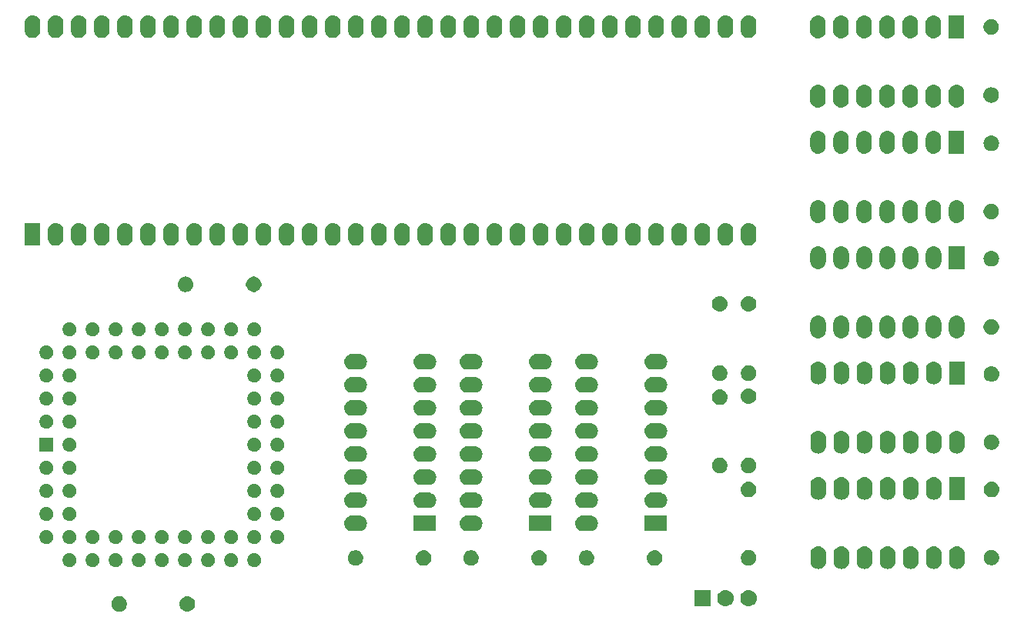
<source format=gbr>
G04 #@! TF.GenerationSoftware,KiCad,Pcbnew,(5.1.2-1)-1*
G04 #@! TF.CreationDate,2019-11-02T15:46:29+00:00*
G04 #@! TF.ProjectId,A500 14Mhz Accelerator,41353030-2031-4344-9d68-7a2041636365,rev?*
G04 #@! TF.SameCoordinates,Original*
G04 #@! TF.FileFunction,Soldermask,Top*
G04 #@! TF.FilePolarity,Negative*
%FSLAX46Y46*%
G04 Gerber Fmt 4.6, Leading zero omitted, Abs format (unit mm)*
G04 Created by KiCad (PCBNEW (5.1.2-1)-1) date 2019-11-02 15:46:29*
%MOMM*%
%LPD*%
G04 APERTURE LIST*
%ADD10C,0.100000*%
G04 APERTURE END LIST*
D10*
G36*
X104186823Y-152831313D02*
G01*
X104347242Y-152879976D01*
X104414361Y-152915852D01*
X104495078Y-152958996D01*
X104624659Y-153065341D01*
X104731004Y-153194922D01*
X104731005Y-153194924D01*
X104810024Y-153342758D01*
X104858687Y-153503177D01*
X104875117Y-153670000D01*
X104858687Y-153836823D01*
X104810024Y-153997242D01*
X104769477Y-154073100D01*
X104731004Y-154145078D01*
X104624659Y-154274659D01*
X104495078Y-154381004D01*
X104495076Y-154381005D01*
X104347242Y-154460024D01*
X104186823Y-154508687D01*
X104061804Y-154521000D01*
X103978196Y-154521000D01*
X103853177Y-154508687D01*
X103692758Y-154460024D01*
X103544924Y-154381005D01*
X103544922Y-154381004D01*
X103415341Y-154274659D01*
X103308996Y-154145078D01*
X103270523Y-154073100D01*
X103229976Y-153997242D01*
X103181313Y-153836823D01*
X103164883Y-153670000D01*
X103181313Y-153503177D01*
X103229976Y-153342758D01*
X103308995Y-153194924D01*
X103308996Y-153194922D01*
X103415341Y-153065341D01*
X103544922Y-152958996D01*
X103625639Y-152915852D01*
X103692758Y-152879976D01*
X103853177Y-152831313D01*
X103978196Y-152819000D01*
X104061804Y-152819000D01*
X104186823Y-152831313D01*
X104186823Y-152831313D01*
G37*
G36*
X96768228Y-152851703D02*
G01*
X96923100Y-152915853D01*
X97062481Y-153008985D01*
X97181015Y-153127519D01*
X97274147Y-153266900D01*
X97338297Y-153421772D01*
X97371000Y-153586184D01*
X97371000Y-153753816D01*
X97338297Y-153918228D01*
X97274147Y-154073100D01*
X97181015Y-154212481D01*
X97062481Y-154331015D01*
X96923100Y-154424147D01*
X96768228Y-154488297D01*
X96603816Y-154521000D01*
X96436184Y-154521000D01*
X96271772Y-154488297D01*
X96116900Y-154424147D01*
X95977519Y-154331015D01*
X95858985Y-154212481D01*
X95765853Y-154073100D01*
X95701703Y-153918228D01*
X95669000Y-153753816D01*
X95669000Y-153586184D01*
X95701703Y-153421772D01*
X95765853Y-153266900D01*
X95858985Y-153127519D01*
X95977519Y-153008985D01*
X96116900Y-152915853D01*
X96271772Y-152851703D01*
X96436184Y-152819000D01*
X96603816Y-152819000D01*
X96768228Y-152851703D01*
X96768228Y-152851703D01*
G37*
G36*
X165845443Y-152140519D02*
G01*
X165911627Y-152147037D01*
X166081466Y-152198557D01*
X166237991Y-152282222D01*
X166273729Y-152311552D01*
X166375186Y-152394814D01*
X166458448Y-152496271D01*
X166487778Y-152532009D01*
X166571443Y-152688534D01*
X166622963Y-152858373D01*
X166640359Y-153035000D01*
X166622963Y-153211627D01*
X166571443Y-153381466D01*
X166487778Y-153537991D01*
X166458448Y-153573729D01*
X166375186Y-153675186D01*
X166279375Y-153753815D01*
X166237991Y-153787778D01*
X166081466Y-153871443D01*
X165911627Y-153922963D01*
X165845442Y-153929482D01*
X165779260Y-153936000D01*
X165690740Y-153936000D01*
X165624558Y-153929482D01*
X165558373Y-153922963D01*
X165388534Y-153871443D01*
X165232009Y-153787778D01*
X165190625Y-153753815D01*
X165094814Y-153675186D01*
X165011552Y-153573729D01*
X164982222Y-153537991D01*
X164898557Y-153381466D01*
X164847037Y-153211627D01*
X164829641Y-153035000D01*
X164847037Y-152858373D01*
X164898557Y-152688534D01*
X164982222Y-152532009D01*
X165011552Y-152496271D01*
X165094814Y-152394814D01*
X165196271Y-152311552D01*
X165232009Y-152282222D01*
X165388534Y-152198557D01*
X165558373Y-152147037D01*
X165624557Y-152140519D01*
X165690740Y-152134000D01*
X165779260Y-152134000D01*
X165845443Y-152140519D01*
X165845443Y-152140519D01*
G37*
G36*
X163305443Y-152140519D02*
G01*
X163371627Y-152147037D01*
X163541466Y-152198557D01*
X163697991Y-152282222D01*
X163733729Y-152311552D01*
X163835186Y-152394814D01*
X163918448Y-152496271D01*
X163947778Y-152532009D01*
X164031443Y-152688534D01*
X164082963Y-152858373D01*
X164100359Y-153035000D01*
X164082963Y-153211627D01*
X164031443Y-153381466D01*
X163947778Y-153537991D01*
X163918448Y-153573729D01*
X163835186Y-153675186D01*
X163739375Y-153753815D01*
X163697991Y-153787778D01*
X163541466Y-153871443D01*
X163371627Y-153922963D01*
X163305442Y-153929482D01*
X163239260Y-153936000D01*
X163150740Y-153936000D01*
X163084558Y-153929482D01*
X163018373Y-153922963D01*
X162848534Y-153871443D01*
X162692009Y-153787778D01*
X162650625Y-153753815D01*
X162554814Y-153675186D01*
X162471552Y-153573729D01*
X162442222Y-153537991D01*
X162358557Y-153381466D01*
X162307037Y-153211627D01*
X162289641Y-153035000D01*
X162307037Y-152858373D01*
X162358557Y-152688534D01*
X162442222Y-152532009D01*
X162471552Y-152496271D01*
X162554814Y-152394814D01*
X162656271Y-152311552D01*
X162692009Y-152282222D01*
X162848534Y-152198557D01*
X163018373Y-152147037D01*
X163084557Y-152140519D01*
X163150740Y-152134000D01*
X163239260Y-152134000D01*
X163305443Y-152140519D01*
X163305443Y-152140519D01*
G37*
G36*
X161556000Y-153936000D02*
G01*
X159754000Y-153936000D01*
X159754000Y-152134000D01*
X161556000Y-152134000D01*
X161556000Y-153936000D01*
X161556000Y-153936000D01*
G37*
G36*
X186257823Y-147340313D02*
G01*
X186418242Y-147388976D01*
X186550906Y-147459886D01*
X186566078Y-147467996D01*
X186695659Y-147574341D01*
X186802004Y-147703922D01*
X186802005Y-147703924D01*
X186881024Y-147851758D01*
X186929687Y-148012178D01*
X186942000Y-148137197D01*
X186942000Y-149020804D01*
X186929687Y-149145823D01*
X186881024Y-149306242D01*
X186845262Y-149373147D01*
X186802004Y-149454078D01*
X186799042Y-149457687D01*
X186695659Y-149583659D01*
X186566077Y-149690005D01*
X186418241Y-149769024D01*
X186257822Y-149817687D01*
X186091000Y-149834117D01*
X185924177Y-149817687D01*
X185763758Y-149769024D01*
X185615924Y-149690005D01*
X185615922Y-149690004D01*
X185486341Y-149583659D01*
X185482443Y-149578909D01*
X185379995Y-149454077D01*
X185300976Y-149306241D01*
X185252313Y-149145822D01*
X185240000Y-149020803D01*
X185240000Y-148137197D01*
X185252314Y-148012177D01*
X185300977Y-147851758D01*
X185379996Y-147703924D01*
X185379997Y-147703922D01*
X185486342Y-147574341D01*
X185615923Y-147467996D01*
X185631095Y-147459886D01*
X185763759Y-147388976D01*
X185924178Y-147340313D01*
X186091000Y-147323883D01*
X186257823Y-147340313D01*
X186257823Y-147340313D01*
G37*
G36*
X188797823Y-147340313D02*
G01*
X188958242Y-147388976D01*
X189090906Y-147459886D01*
X189106078Y-147467996D01*
X189235659Y-147574341D01*
X189342004Y-147703922D01*
X189342005Y-147703924D01*
X189421024Y-147851758D01*
X189469687Y-148012178D01*
X189482000Y-148137197D01*
X189482000Y-149020804D01*
X189469687Y-149145823D01*
X189421024Y-149306242D01*
X189385262Y-149373147D01*
X189342004Y-149454078D01*
X189339042Y-149457687D01*
X189235659Y-149583659D01*
X189106077Y-149690005D01*
X188958241Y-149769024D01*
X188797822Y-149817687D01*
X188631000Y-149834117D01*
X188464177Y-149817687D01*
X188303758Y-149769024D01*
X188155924Y-149690005D01*
X188155922Y-149690004D01*
X188026341Y-149583659D01*
X188022443Y-149578909D01*
X187919995Y-149454077D01*
X187840976Y-149306241D01*
X187792313Y-149145822D01*
X187780000Y-149020803D01*
X187780000Y-148137197D01*
X187792314Y-148012177D01*
X187840977Y-147851758D01*
X187919996Y-147703924D01*
X187919997Y-147703922D01*
X188026342Y-147574341D01*
X188155923Y-147467996D01*
X188171095Y-147459886D01*
X188303759Y-147388976D01*
X188464178Y-147340313D01*
X188631000Y-147323883D01*
X188797823Y-147340313D01*
X188797823Y-147340313D01*
G37*
G36*
X173557823Y-147340313D02*
G01*
X173718242Y-147388976D01*
X173850906Y-147459886D01*
X173866078Y-147467996D01*
X173995659Y-147574341D01*
X174102004Y-147703922D01*
X174102005Y-147703924D01*
X174181024Y-147851758D01*
X174229687Y-148012178D01*
X174242000Y-148137197D01*
X174242000Y-149020804D01*
X174229687Y-149145823D01*
X174181024Y-149306242D01*
X174145262Y-149373147D01*
X174102004Y-149454078D01*
X174099042Y-149457687D01*
X173995659Y-149583659D01*
X173866077Y-149690005D01*
X173718241Y-149769024D01*
X173557822Y-149817687D01*
X173391000Y-149834117D01*
X173224177Y-149817687D01*
X173063758Y-149769024D01*
X172915924Y-149690005D01*
X172915922Y-149690004D01*
X172786341Y-149583659D01*
X172782443Y-149578909D01*
X172679995Y-149454077D01*
X172600976Y-149306241D01*
X172552313Y-149145822D01*
X172540000Y-149020803D01*
X172540000Y-148137197D01*
X172552314Y-148012177D01*
X172600977Y-147851758D01*
X172679996Y-147703924D01*
X172679997Y-147703922D01*
X172786342Y-147574341D01*
X172915923Y-147467996D01*
X172931095Y-147459886D01*
X173063759Y-147388976D01*
X173224178Y-147340313D01*
X173391000Y-147323883D01*
X173557823Y-147340313D01*
X173557823Y-147340313D01*
G37*
G36*
X176097823Y-147340313D02*
G01*
X176258242Y-147388976D01*
X176390906Y-147459886D01*
X176406078Y-147467996D01*
X176535659Y-147574341D01*
X176642004Y-147703922D01*
X176642005Y-147703924D01*
X176721024Y-147851758D01*
X176769687Y-148012178D01*
X176782000Y-148137197D01*
X176782000Y-149020804D01*
X176769687Y-149145823D01*
X176721024Y-149306242D01*
X176685262Y-149373147D01*
X176642004Y-149454078D01*
X176639042Y-149457687D01*
X176535659Y-149583659D01*
X176406077Y-149690005D01*
X176258241Y-149769024D01*
X176097822Y-149817687D01*
X175931000Y-149834117D01*
X175764177Y-149817687D01*
X175603758Y-149769024D01*
X175455924Y-149690005D01*
X175455922Y-149690004D01*
X175326341Y-149583659D01*
X175322443Y-149578909D01*
X175219995Y-149454077D01*
X175140976Y-149306241D01*
X175092313Y-149145822D01*
X175080000Y-149020803D01*
X175080000Y-148137197D01*
X175092314Y-148012177D01*
X175140977Y-147851758D01*
X175219996Y-147703924D01*
X175219997Y-147703922D01*
X175326342Y-147574341D01*
X175455923Y-147467996D01*
X175471095Y-147459886D01*
X175603759Y-147388976D01*
X175764178Y-147340313D01*
X175931000Y-147323883D01*
X176097823Y-147340313D01*
X176097823Y-147340313D01*
G37*
G36*
X178637823Y-147340313D02*
G01*
X178798242Y-147388976D01*
X178930906Y-147459886D01*
X178946078Y-147467996D01*
X179075659Y-147574341D01*
X179182004Y-147703922D01*
X179182005Y-147703924D01*
X179261024Y-147851758D01*
X179309687Y-148012178D01*
X179322000Y-148137197D01*
X179322000Y-149020804D01*
X179309687Y-149145823D01*
X179261024Y-149306242D01*
X179225262Y-149373147D01*
X179182004Y-149454078D01*
X179179042Y-149457687D01*
X179075659Y-149583659D01*
X178946077Y-149690005D01*
X178798241Y-149769024D01*
X178637822Y-149817687D01*
X178471000Y-149834117D01*
X178304177Y-149817687D01*
X178143758Y-149769024D01*
X177995924Y-149690005D01*
X177995922Y-149690004D01*
X177866341Y-149583659D01*
X177862443Y-149578909D01*
X177759995Y-149454077D01*
X177680976Y-149306241D01*
X177632313Y-149145822D01*
X177620000Y-149020803D01*
X177620000Y-148137197D01*
X177632314Y-148012177D01*
X177680977Y-147851758D01*
X177759996Y-147703924D01*
X177759997Y-147703922D01*
X177866342Y-147574341D01*
X177995923Y-147467996D01*
X178011095Y-147459886D01*
X178143759Y-147388976D01*
X178304178Y-147340313D01*
X178471000Y-147323883D01*
X178637823Y-147340313D01*
X178637823Y-147340313D01*
G37*
G36*
X181177823Y-147340313D02*
G01*
X181338242Y-147388976D01*
X181470906Y-147459886D01*
X181486078Y-147467996D01*
X181615659Y-147574341D01*
X181722004Y-147703922D01*
X181722005Y-147703924D01*
X181801024Y-147851758D01*
X181849687Y-148012178D01*
X181862000Y-148137197D01*
X181862000Y-149020804D01*
X181849687Y-149145823D01*
X181801024Y-149306242D01*
X181765262Y-149373147D01*
X181722004Y-149454078D01*
X181719042Y-149457687D01*
X181615659Y-149583659D01*
X181486077Y-149690005D01*
X181338241Y-149769024D01*
X181177822Y-149817687D01*
X181011000Y-149834117D01*
X180844177Y-149817687D01*
X180683758Y-149769024D01*
X180535924Y-149690005D01*
X180535922Y-149690004D01*
X180406341Y-149583659D01*
X180402443Y-149578909D01*
X180299995Y-149454077D01*
X180220976Y-149306241D01*
X180172313Y-149145822D01*
X180160000Y-149020803D01*
X180160000Y-148137197D01*
X180172314Y-148012177D01*
X180220977Y-147851758D01*
X180299996Y-147703924D01*
X180299997Y-147703922D01*
X180406342Y-147574341D01*
X180535923Y-147467996D01*
X180551095Y-147459886D01*
X180683759Y-147388976D01*
X180844178Y-147340313D01*
X181011000Y-147323883D01*
X181177823Y-147340313D01*
X181177823Y-147340313D01*
G37*
G36*
X183717823Y-147340313D02*
G01*
X183878242Y-147388976D01*
X184010906Y-147459886D01*
X184026078Y-147467996D01*
X184155659Y-147574341D01*
X184262004Y-147703922D01*
X184262005Y-147703924D01*
X184341024Y-147851758D01*
X184389687Y-148012178D01*
X184402000Y-148137197D01*
X184402000Y-149020804D01*
X184389687Y-149145823D01*
X184341024Y-149306242D01*
X184305262Y-149373147D01*
X184262004Y-149454078D01*
X184259042Y-149457687D01*
X184155659Y-149583659D01*
X184026077Y-149690005D01*
X183878241Y-149769024D01*
X183717822Y-149817687D01*
X183551000Y-149834117D01*
X183384177Y-149817687D01*
X183223758Y-149769024D01*
X183075924Y-149690005D01*
X183075922Y-149690004D01*
X182946341Y-149583659D01*
X182942443Y-149578909D01*
X182839995Y-149454077D01*
X182760976Y-149306241D01*
X182712313Y-149145822D01*
X182700000Y-149020803D01*
X182700000Y-148137197D01*
X182712314Y-148012177D01*
X182760977Y-147851758D01*
X182839996Y-147703924D01*
X182839997Y-147703922D01*
X182946342Y-147574341D01*
X183075923Y-147467996D01*
X183091095Y-147459886D01*
X183223759Y-147388976D01*
X183384178Y-147340313D01*
X183551000Y-147323883D01*
X183717823Y-147340313D01*
X183717823Y-147340313D01*
G37*
G36*
X98895325Y-148113090D02*
G01*
X99034038Y-148170547D01*
X99158872Y-148253958D01*
X99265042Y-148360128D01*
X99348453Y-148484962D01*
X99405910Y-148623675D01*
X99435200Y-148770929D01*
X99435200Y-148921071D01*
X99405910Y-149068325D01*
X99348453Y-149207038D01*
X99265042Y-149331872D01*
X99158872Y-149438042D01*
X99034038Y-149521453D01*
X98895325Y-149578910D01*
X98748071Y-149608200D01*
X98597929Y-149608200D01*
X98450675Y-149578910D01*
X98311962Y-149521453D01*
X98187128Y-149438042D01*
X98080958Y-149331872D01*
X97997547Y-149207038D01*
X97940090Y-149068325D01*
X97910800Y-148921071D01*
X97910800Y-148770929D01*
X97940090Y-148623675D01*
X97997547Y-148484962D01*
X98080958Y-148360128D01*
X98187128Y-148253958D01*
X98311962Y-148170547D01*
X98450675Y-148113090D01*
X98597929Y-148083800D01*
X98748071Y-148083800D01*
X98895325Y-148113090D01*
X98895325Y-148113090D01*
G37*
G36*
X109055325Y-148113090D02*
G01*
X109194038Y-148170547D01*
X109318872Y-148253958D01*
X109425042Y-148360128D01*
X109508453Y-148484962D01*
X109565910Y-148623675D01*
X109595200Y-148770929D01*
X109595200Y-148921071D01*
X109565910Y-149068325D01*
X109508453Y-149207038D01*
X109425042Y-149331872D01*
X109318872Y-149438042D01*
X109194038Y-149521453D01*
X109055325Y-149578910D01*
X108908071Y-149608200D01*
X108757929Y-149608200D01*
X108610675Y-149578910D01*
X108471962Y-149521453D01*
X108347128Y-149438042D01*
X108240958Y-149331872D01*
X108157547Y-149207038D01*
X108100090Y-149068325D01*
X108070800Y-148921071D01*
X108070800Y-148770929D01*
X108100090Y-148623675D01*
X108157547Y-148484962D01*
X108240958Y-148360128D01*
X108347128Y-148253958D01*
X108471962Y-148170547D01*
X108610675Y-148113090D01*
X108757929Y-148083800D01*
X108908071Y-148083800D01*
X109055325Y-148113090D01*
X109055325Y-148113090D01*
G37*
G36*
X106515325Y-148113090D02*
G01*
X106654038Y-148170547D01*
X106778872Y-148253958D01*
X106885042Y-148360128D01*
X106968453Y-148484962D01*
X107025910Y-148623675D01*
X107055200Y-148770929D01*
X107055200Y-148921071D01*
X107025910Y-149068325D01*
X106968453Y-149207038D01*
X106885042Y-149331872D01*
X106778872Y-149438042D01*
X106654038Y-149521453D01*
X106515325Y-149578910D01*
X106368071Y-149608200D01*
X106217929Y-149608200D01*
X106070675Y-149578910D01*
X105931962Y-149521453D01*
X105807128Y-149438042D01*
X105700958Y-149331872D01*
X105617547Y-149207038D01*
X105560090Y-149068325D01*
X105530800Y-148921071D01*
X105530800Y-148770929D01*
X105560090Y-148623675D01*
X105617547Y-148484962D01*
X105700958Y-148360128D01*
X105807128Y-148253958D01*
X105931962Y-148170547D01*
X106070675Y-148113090D01*
X106217929Y-148083800D01*
X106368071Y-148083800D01*
X106515325Y-148113090D01*
X106515325Y-148113090D01*
G37*
G36*
X103975325Y-148113090D02*
G01*
X104114038Y-148170547D01*
X104238872Y-148253958D01*
X104345042Y-148360128D01*
X104428453Y-148484962D01*
X104485910Y-148623675D01*
X104515200Y-148770929D01*
X104515200Y-148921071D01*
X104485910Y-149068325D01*
X104428453Y-149207038D01*
X104345042Y-149331872D01*
X104238872Y-149438042D01*
X104114038Y-149521453D01*
X103975325Y-149578910D01*
X103828071Y-149608200D01*
X103677929Y-149608200D01*
X103530675Y-149578910D01*
X103391962Y-149521453D01*
X103267128Y-149438042D01*
X103160958Y-149331872D01*
X103077547Y-149207038D01*
X103020090Y-149068325D01*
X102990800Y-148921071D01*
X102990800Y-148770929D01*
X103020090Y-148623675D01*
X103077547Y-148484962D01*
X103160958Y-148360128D01*
X103267128Y-148253958D01*
X103391962Y-148170547D01*
X103530675Y-148113090D01*
X103677929Y-148083800D01*
X103828071Y-148083800D01*
X103975325Y-148113090D01*
X103975325Y-148113090D01*
G37*
G36*
X101435325Y-148113090D02*
G01*
X101574038Y-148170547D01*
X101698872Y-148253958D01*
X101805042Y-148360128D01*
X101888453Y-148484962D01*
X101945910Y-148623675D01*
X101975200Y-148770929D01*
X101975200Y-148921071D01*
X101945910Y-149068325D01*
X101888453Y-149207038D01*
X101805042Y-149331872D01*
X101698872Y-149438042D01*
X101574038Y-149521453D01*
X101435325Y-149578910D01*
X101288071Y-149608200D01*
X101137929Y-149608200D01*
X100990675Y-149578910D01*
X100851962Y-149521453D01*
X100727128Y-149438042D01*
X100620958Y-149331872D01*
X100537547Y-149207038D01*
X100480090Y-149068325D01*
X100450800Y-148921071D01*
X100450800Y-148770929D01*
X100480090Y-148623675D01*
X100537547Y-148484962D01*
X100620958Y-148360128D01*
X100727128Y-148253958D01*
X100851962Y-148170547D01*
X100990675Y-148113090D01*
X101137929Y-148083800D01*
X101288071Y-148083800D01*
X101435325Y-148113090D01*
X101435325Y-148113090D01*
G37*
G36*
X96355325Y-148113090D02*
G01*
X96494038Y-148170547D01*
X96618872Y-148253958D01*
X96725042Y-148360128D01*
X96808453Y-148484962D01*
X96865910Y-148623675D01*
X96895200Y-148770929D01*
X96895200Y-148921071D01*
X96865910Y-149068325D01*
X96808453Y-149207038D01*
X96725042Y-149331872D01*
X96618872Y-149438042D01*
X96494038Y-149521453D01*
X96355325Y-149578910D01*
X96208071Y-149608200D01*
X96057929Y-149608200D01*
X95910675Y-149578910D01*
X95771962Y-149521453D01*
X95647128Y-149438042D01*
X95540958Y-149331872D01*
X95457547Y-149207038D01*
X95400090Y-149068325D01*
X95370800Y-148921071D01*
X95370800Y-148770929D01*
X95400090Y-148623675D01*
X95457547Y-148484962D01*
X95540958Y-148360128D01*
X95647128Y-148253958D01*
X95771962Y-148170547D01*
X95910675Y-148113090D01*
X96057929Y-148083800D01*
X96208071Y-148083800D01*
X96355325Y-148113090D01*
X96355325Y-148113090D01*
G37*
G36*
X93815325Y-148113090D02*
G01*
X93954038Y-148170547D01*
X94078872Y-148253958D01*
X94185042Y-148360128D01*
X94268453Y-148484962D01*
X94325910Y-148623675D01*
X94355200Y-148770929D01*
X94355200Y-148921071D01*
X94325910Y-149068325D01*
X94268453Y-149207038D01*
X94185042Y-149331872D01*
X94078872Y-149438042D01*
X93954038Y-149521453D01*
X93815325Y-149578910D01*
X93668071Y-149608200D01*
X93517929Y-149608200D01*
X93370675Y-149578910D01*
X93231962Y-149521453D01*
X93107128Y-149438042D01*
X93000958Y-149331872D01*
X92917547Y-149207038D01*
X92860090Y-149068325D01*
X92830800Y-148921071D01*
X92830800Y-148770929D01*
X92860090Y-148623675D01*
X92917547Y-148484962D01*
X93000958Y-148360128D01*
X93107128Y-148253958D01*
X93231962Y-148170547D01*
X93370675Y-148113090D01*
X93517929Y-148083800D01*
X93668071Y-148083800D01*
X93815325Y-148113090D01*
X93815325Y-148113090D01*
G37*
G36*
X91275325Y-148113090D02*
G01*
X91414038Y-148170547D01*
X91538872Y-148253958D01*
X91645042Y-148360128D01*
X91728453Y-148484962D01*
X91785910Y-148623675D01*
X91815200Y-148770929D01*
X91815200Y-148921071D01*
X91785910Y-149068325D01*
X91728453Y-149207038D01*
X91645042Y-149331872D01*
X91538872Y-149438042D01*
X91414038Y-149521453D01*
X91275325Y-149578910D01*
X91128071Y-149608200D01*
X90977929Y-149608200D01*
X90830675Y-149578910D01*
X90691962Y-149521453D01*
X90567128Y-149438042D01*
X90460958Y-149331872D01*
X90377547Y-149207038D01*
X90320090Y-149068325D01*
X90290800Y-148921071D01*
X90290800Y-148770929D01*
X90320090Y-148623675D01*
X90377547Y-148484962D01*
X90460958Y-148360128D01*
X90567128Y-148253958D01*
X90691962Y-148170547D01*
X90830675Y-148113090D01*
X90977929Y-148083800D01*
X91128071Y-148083800D01*
X91275325Y-148113090D01*
X91275325Y-148113090D01*
G37*
G36*
X111595325Y-148113090D02*
G01*
X111734038Y-148170547D01*
X111858872Y-148253958D01*
X111965042Y-148360128D01*
X112048453Y-148484962D01*
X112105910Y-148623675D01*
X112135200Y-148770929D01*
X112135200Y-148921071D01*
X112105910Y-149068325D01*
X112048453Y-149207038D01*
X111965042Y-149331872D01*
X111858872Y-149438042D01*
X111734038Y-149521453D01*
X111595325Y-149578910D01*
X111448071Y-149608200D01*
X111297929Y-149608200D01*
X111150675Y-149578910D01*
X111011962Y-149521453D01*
X110887128Y-149438042D01*
X110780958Y-149331872D01*
X110697547Y-149207038D01*
X110640090Y-149068325D01*
X110610800Y-148921071D01*
X110610800Y-148770929D01*
X110640090Y-148623675D01*
X110697547Y-148484962D01*
X110780958Y-148360128D01*
X110887128Y-148253958D01*
X111011962Y-148170547D01*
X111150675Y-148113090D01*
X111297929Y-148083800D01*
X111448071Y-148083800D01*
X111595325Y-148113090D01*
X111595325Y-148113090D01*
G37*
G36*
X130173823Y-147780313D02*
G01*
X130304380Y-147819917D01*
X130320651Y-147824853D01*
X130334242Y-147828976D01*
X130401361Y-147864852D01*
X130482078Y-147907996D01*
X130611659Y-148014341D01*
X130718004Y-148143922D01*
X130718005Y-148143924D01*
X130797024Y-148291758D01*
X130845687Y-148452177D01*
X130862117Y-148619000D01*
X130845687Y-148785823D01*
X130797024Y-148946242D01*
X130756477Y-149022100D01*
X130718004Y-149094078D01*
X130611659Y-149223659D01*
X130482078Y-149330004D01*
X130482076Y-149330005D01*
X130334242Y-149409024D01*
X130173823Y-149457687D01*
X130048804Y-149470000D01*
X129965196Y-149470000D01*
X129840177Y-149457687D01*
X129679758Y-149409024D01*
X129531924Y-149330005D01*
X129531922Y-149330004D01*
X129402341Y-149223659D01*
X129295996Y-149094078D01*
X129257523Y-149022100D01*
X129216976Y-148946242D01*
X129168313Y-148785823D01*
X129151883Y-148619000D01*
X129168313Y-148452177D01*
X129216976Y-148291758D01*
X129295995Y-148143924D01*
X129295996Y-148143922D01*
X129402341Y-148014341D01*
X129531922Y-147907996D01*
X129612639Y-147864852D01*
X129679758Y-147828976D01*
X129693350Y-147824853D01*
X129709620Y-147819917D01*
X129840177Y-147780313D01*
X129965196Y-147768000D01*
X130048804Y-147768000D01*
X130173823Y-147780313D01*
X130173823Y-147780313D01*
G37*
G36*
X122755228Y-147800703D02*
G01*
X122910100Y-147864853D01*
X123049481Y-147957985D01*
X123168015Y-148076519D01*
X123261147Y-148215900D01*
X123325297Y-148370772D01*
X123358000Y-148535184D01*
X123358000Y-148702816D01*
X123325297Y-148867228D01*
X123261147Y-149022100D01*
X123168015Y-149161481D01*
X123049481Y-149280015D01*
X122910100Y-149373147D01*
X122755228Y-149437297D01*
X122590816Y-149470000D01*
X122423184Y-149470000D01*
X122258772Y-149437297D01*
X122103900Y-149373147D01*
X121964519Y-149280015D01*
X121845985Y-149161481D01*
X121752853Y-149022100D01*
X121688703Y-148867228D01*
X121656000Y-148702816D01*
X121656000Y-148535184D01*
X121688703Y-148370772D01*
X121752853Y-148215900D01*
X121845985Y-148076519D01*
X121964519Y-147957985D01*
X122103900Y-147864853D01*
X122258772Y-147800703D01*
X122423184Y-147768000D01*
X122590816Y-147768000D01*
X122755228Y-147800703D01*
X122755228Y-147800703D01*
G37*
G36*
X142873823Y-147780313D02*
G01*
X143004380Y-147819917D01*
X143020651Y-147824853D01*
X143034242Y-147828976D01*
X143101361Y-147864852D01*
X143182078Y-147907996D01*
X143311659Y-148014341D01*
X143418004Y-148143922D01*
X143418005Y-148143924D01*
X143497024Y-148291758D01*
X143545687Y-148452177D01*
X143562117Y-148619000D01*
X143545687Y-148785823D01*
X143497024Y-148946242D01*
X143456477Y-149022100D01*
X143418004Y-149094078D01*
X143311659Y-149223659D01*
X143182078Y-149330004D01*
X143182076Y-149330005D01*
X143034242Y-149409024D01*
X142873823Y-149457687D01*
X142748804Y-149470000D01*
X142665196Y-149470000D01*
X142540177Y-149457687D01*
X142379758Y-149409024D01*
X142231924Y-149330005D01*
X142231922Y-149330004D01*
X142102341Y-149223659D01*
X141995996Y-149094078D01*
X141957523Y-149022100D01*
X141916976Y-148946242D01*
X141868313Y-148785823D01*
X141851883Y-148619000D01*
X141868313Y-148452177D01*
X141916976Y-148291758D01*
X141995995Y-148143924D01*
X141995996Y-148143922D01*
X142102341Y-148014341D01*
X142231922Y-147907996D01*
X142312639Y-147864852D01*
X142379758Y-147828976D01*
X142393350Y-147824853D01*
X142409620Y-147819917D01*
X142540177Y-147780313D01*
X142665196Y-147768000D01*
X142748804Y-147768000D01*
X142873823Y-147780313D01*
X142873823Y-147780313D01*
G37*
G36*
X135455228Y-147800703D02*
G01*
X135610100Y-147864853D01*
X135749481Y-147957985D01*
X135868015Y-148076519D01*
X135961147Y-148215900D01*
X136025297Y-148370772D01*
X136058000Y-148535184D01*
X136058000Y-148702816D01*
X136025297Y-148867228D01*
X135961147Y-149022100D01*
X135868015Y-149161481D01*
X135749481Y-149280015D01*
X135610100Y-149373147D01*
X135455228Y-149437297D01*
X135290816Y-149470000D01*
X135123184Y-149470000D01*
X134958772Y-149437297D01*
X134803900Y-149373147D01*
X134664519Y-149280015D01*
X134545985Y-149161481D01*
X134452853Y-149022100D01*
X134388703Y-148867228D01*
X134356000Y-148702816D01*
X134356000Y-148535184D01*
X134388703Y-148370772D01*
X134452853Y-148215900D01*
X134545985Y-148076519D01*
X134664519Y-147957985D01*
X134803900Y-147864853D01*
X134958772Y-147800703D01*
X135123184Y-147768000D01*
X135290816Y-147768000D01*
X135455228Y-147800703D01*
X135455228Y-147800703D01*
G37*
G36*
X148155228Y-147800703D02*
G01*
X148310100Y-147864853D01*
X148449481Y-147957985D01*
X148568015Y-148076519D01*
X148661147Y-148215900D01*
X148725297Y-148370772D01*
X148758000Y-148535184D01*
X148758000Y-148702816D01*
X148725297Y-148867228D01*
X148661147Y-149022100D01*
X148568015Y-149161481D01*
X148449481Y-149280015D01*
X148310100Y-149373147D01*
X148155228Y-149437297D01*
X147990816Y-149470000D01*
X147823184Y-149470000D01*
X147658772Y-149437297D01*
X147503900Y-149373147D01*
X147364519Y-149280015D01*
X147245985Y-149161481D01*
X147152853Y-149022100D01*
X147088703Y-148867228D01*
X147056000Y-148702816D01*
X147056000Y-148535184D01*
X147088703Y-148370772D01*
X147152853Y-148215900D01*
X147245985Y-148076519D01*
X147364519Y-147957985D01*
X147503900Y-147864853D01*
X147658772Y-147800703D01*
X147823184Y-147768000D01*
X147990816Y-147768000D01*
X148155228Y-147800703D01*
X148155228Y-147800703D01*
G37*
G36*
X155573823Y-147780313D02*
G01*
X155704380Y-147819917D01*
X155720651Y-147824853D01*
X155734242Y-147828976D01*
X155801361Y-147864852D01*
X155882078Y-147907996D01*
X156011659Y-148014341D01*
X156118004Y-148143922D01*
X156118005Y-148143924D01*
X156197024Y-148291758D01*
X156245687Y-148452177D01*
X156262117Y-148619000D01*
X156245687Y-148785823D01*
X156197024Y-148946242D01*
X156156477Y-149022100D01*
X156118004Y-149094078D01*
X156011659Y-149223659D01*
X155882078Y-149330004D01*
X155882076Y-149330005D01*
X155734242Y-149409024D01*
X155573823Y-149457687D01*
X155448804Y-149470000D01*
X155365196Y-149470000D01*
X155240177Y-149457687D01*
X155079758Y-149409024D01*
X154931924Y-149330005D01*
X154931922Y-149330004D01*
X154802341Y-149223659D01*
X154695996Y-149094078D01*
X154657523Y-149022100D01*
X154616976Y-148946242D01*
X154568313Y-148785823D01*
X154551883Y-148619000D01*
X154568313Y-148452177D01*
X154616976Y-148291758D01*
X154695995Y-148143924D01*
X154695996Y-148143922D01*
X154802341Y-148014341D01*
X154931922Y-147907996D01*
X155012639Y-147864852D01*
X155079758Y-147828976D01*
X155093350Y-147824853D01*
X155109620Y-147819917D01*
X155240177Y-147780313D01*
X155365196Y-147768000D01*
X155448804Y-147768000D01*
X155573823Y-147780313D01*
X155573823Y-147780313D01*
G37*
G36*
X165983228Y-147771703D02*
G01*
X166138100Y-147835853D01*
X166277481Y-147928985D01*
X166396015Y-148047519D01*
X166489147Y-148186900D01*
X166553297Y-148341772D01*
X166586000Y-148506184D01*
X166586000Y-148673816D01*
X166553297Y-148838228D01*
X166489147Y-148993100D01*
X166396015Y-149132481D01*
X166277481Y-149251015D01*
X166138100Y-149344147D01*
X165983228Y-149408297D01*
X165818816Y-149441000D01*
X165651184Y-149441000D01*
X165486772Y-149408297D01*
X165331900Y-149344147D01*
X165192519Y-149251015D01*
X165073985Y-149132481D01*
X164980853Y-148993100D01*
X164916703Y-148838228D01*
X164884000Y-148673816D01*
X164884000Y-148506184D01*
X164916703Y-148341772D01*
X164980853Y-148186900D01*
X165073985Y-148047519D01*
X165192519Y-147928985D01*
X165331900Y-147835853D01*
X165486772Y-147771703D01*
X165651184Y-147739000D01*
X165818816Y-147739000D01*
X165983228Y-147771703D01*
X165983228Y-147771703D01*
G37*
G36*
X192689228Y-147760703D02*
G01*
X192844100Y-147824853D01*
X192983481Y-147917985D01*
X193102015Y-148036519D01*
X193195147Y-148175900D01*
X193259297Y-148330772D01*
X193292000Y-148495184D01*
X193292000Y-148662816D01*
X193259297Y-148827228D01*
X193195147Y-148982100D01*
X193102015Y-149121481D01*
X192983481Y-149240015D01*
X192844100Y-149333147D01*
X192689228Y-149397297D01*
X192524816Y-149430000D01*
X192357184Y-149430000D01*
X192192772Y-149397297D01*
X192037900Y-149333147D01*
X191898519Y-149240015D01*
X191779985Y-149121481D01*
X191686853Y-148982100D01*
X191622703Y-148827228D01*
X191590000Y-148662816D01*
X191590000Y-148495184D01*
X191622703Y-148330772D01*
X191686853Y-148175900D01*
X191779985Y-148036519D01*
X191898519Y-147917985D01*
X192037900Y-147824853D01*
X192192772Y-147760703D01*
X192357184Y-147728000D01*
X192524816Y-147728000D01*
X192689228Y-147760703D01*
X192689228Y-147760703D01*
G37*
G36*
X88735325Y-145573090D02*
G01*
X88874038Y-145630547D01*
X88998872Y-145713958D01*
X89105042Y-145820128D01*
X89188453Y-145944962D01*
X89245910Y-146083675D01*
X89275200Y-146230929D01*
X89275200Y-146381071D01*
X89245910Y-146528325D01*
X89188453Y-146667038D01*
X89105042Y-146791872D01*
X88998872Y-146898042D01*
X88874038Y-146981453D01*
X88735325Y-147038910D01*
X88588071Y-147068200D01*
X88437929Y-147068200D01*
X88290675Y-147038910D01*
X88151962Y-146981453D01*
X88027128Y-146898042D01*
X87920958Y-146791872D01*
X87837547Y-146667038D01*
X87780090Y-146528325D01*
X87750800Y-146381071D01*
X87750800Y-146230929D01*
X87780090Y-146083675D01*
X87837547Y-145944962D01*
X87920958Y-145820128D01*
X88027128Y-145713958D01*
X88151962Y-145630547D01*
X88290675Y-145573090D01*
X88437929Y-145543800D01*
X88588071Y-145543800D01*
X88735325Y-145573090D01*
X88735325Y-145573090D01*
G37*
G36*
X91275325Y-145573090D02*
G01*
X91414038Y-145630547D01*
X91538872Y-145713958D01*
X91645042Y-145820128D01*
X91728453Y-145944962D01*
X91785910Y-146083675D01*
X91815200Y-146230929D01*
X91815200Y-146381071D01*
X91785910Y-146528325D01*
X91728453Y-146667038D01*
X91645042Y-146791872D01*
X91538872Y-146898042D01*
X91414038Y-146981453D01*
X91275325Y-147038910D01*
X91128071Y-147068200D01*
X90977929Y-147068200D01*
X90830675Y-147038910D01*
X90691962Y-146981453D01*
X90567128Y-146898042D01*
X90460958Y-146791872D01*
X90377547Y-146667038D01*
X90320090Y-146528325D01*
X90290800Y-146381071D01*
X90290800Y-146230929D01*
X90320090Y-146083675D01*
X90377547Y-145944962D01*
X90460958Y-145820128D01*
X90567128Y-145713958D01*
X90691962Y-145630547D01*
X90830675Y-145573090D01*
X90977929Y-145543800D01*
X91128071Y-145543800D01*
X91275325Y-145573090D01*
X91275325Y-145573090D01*
G37*
G36*
X93815325Y-145573090D02*
G01*
X93954038Y-145630547D01*
X94078872Y-145713958D01*
X94185042Y-145820128D01*
X94268453Y-145944962D01*
X94325910Y-146083675D01*
X94355200Y-146230929D01*
X94355200Y-146381071D01*
X94325910Y-146528325D01*
X94268453Y-146667038D01*
X94185042Y-146791872D01*
X94078872Y-146898042D01*
X93954038Y-146981453D01*
X93815325Y-147038910D01*
X93668071Y-147068200D01*
X93517929Y-147068200D01*
X93370675Y-147038910D01*
X93231962Y-146981453D01*
X93107128Y-146898042D01*
X93000958Y-146791872D01*
X92917547Y-146667038D01*
X92860090Y-146528325D01*
X92830800Y-146381071D01*
X92830800Y-146230929D01*
X92860090Y-146083675D01*
X92917547Y-145944962D01*
X93000958Y-145820128D01*
X93107128Y-145713958D01*
X93231962Y-145630547D01*
X93370675Y-145573090D01*
X93517929Y-145543800D01*
X93668071Y-145543800D01*
X93815325Y-145573090D01*
X93815325Y-145573090D01*
G37*
G36*
X96355325Y-145573090D02*
G01*
X96494038Y-145630547D01*
X96618872Y-145713958D01*
X96725042Y-145820128D01*
X96808453Y-145944962D01*
X96865910Y-146083675D01*
X96895200Y-146230929D01*
X96895200Y-146381071D01*
X96865910Y-146528325D01*
X96808453Y-146667038D01*
X96725042Y-146791872D01*
X96618872Y-146898042D01*
X96494038Y-146981453D01*
X96355325Y-147038910D01*
X96208071Y-147068200D01*
X96057929Y-147068200D01*
X95910675Y-147038910D01*
X95771962Y-146981453D01*
X95647128Y-146898042D01*
X95540958Y-146791872D01*
X95457547Y-146667038D01*
X95400090Y-146528325D01*
X95370800Y-146381071D01*
X95370800Y-146230929D01*
X95400090Y-146083675D01*
X95457547Y-145944962D01*
X95540958Y-145820128D01*
X95647128Y-145713958D01*
X95771962Y-145630547D01*
X95910675Y-145573090D01*
X96057929Y-145543800D01*
X96208071Y-145543800D01*
X96355325Y-145573090D01*
X96355325Y-145573090D01*
G37*
G36*
X98895325Y-145573090D02*
G01*
X99034038Y-145630547D01*
X99158872Y-145713958D01*
X99265042Y-145820128D01*
X99348453Y-145944962D01*
X99405910Y-146083675D01*
X99435200Y-146230929D01*
X99435200Y-146381071D01*
X99405910Y-146528325D01*
X99348453Y-146667038D01*
X99265042Y-146791872D01*
X99158872Y-146898042D01*
X99034038Y-146981453D01*
X98895325Y-147038910D01*
X98748071Y-147068200D01*
X98597929Y-147068200D01*
X98450675Y-147038910D01*
X98311962Y-146981453D01*
X98187128Y-146898042D01*
X98080958Y-146791872D01*
X97997547Y-146667038D01*
X97940090Y-146528325D01*
X97910800Y-146381071D01*
X97910800Y-146230929D01*
X97940090Y-146083675D01*
X97997547Y-145944962D01*
X98080958Y-145820128D01*
X98187128Y-145713958D01*
X98311962Y-145630547D01*
X98450675Y-145573090D01*
X98597929Y-145543800D01*
X98748071Y-145543800D01*
X98895325Y-145573090D01*
X98895325Y-145573090D01*
G37*
G36*
X101435325Y-145573090D02*
G01*
X101574038Y-145630547D01*
X101698872Y-145713958D01*
X101805042Y-145820128D01*
X101888453Y-145944962D01*
X101945910Y-146083675D01*
X101975200Y-146230929D01*
X101975200Y-146381071D01*
X101945910Y-146528325D01*
X101888453Y-146667038D01*
X101805042Y-146791872D01*
X101698872Y-146898042D01*
X101574038Y-146981453D01*
X101435325Y-147038910D01*
X101288071Y-147068200D01*
X101137929Y-147068200D01*
X100990675Y-147038910D01*
X100851962Y-146981453D01*
X100727128Y-146898042D01*
X100620958Y-146791872D01*
X100537547Y-146667038D01*
X100480090Y-146528325D01*
X100450800Y-146381071D01*
X100450800Y-146230929D01*
X100480090Y-146083675D01*
X100537547Y-145944962D01*
X100620958Y-145820128D01*
X100727128Y-145713958D01*
X100851962Y-145630547D01*
X100990675Y-145573090D01*
X101137929Y-145543800D01*
X101288071Y-145543800D01*
X101435325Y-145573090D01*
X101435325Y-145573090D01*
G37*
G36*
X103975325Y-145573090D02*
G01*
X104114038Y-145630547D01*
X104238872Y-145713958D01*
X104345042Y-145820128D01*
X104428453Y-145944962D01*
X104485910Y-146083675D01*
X104515200Y-146230929D01*
X104515200Y-146381071D01*
X104485910Y-146528325D01*
X104428453Y-146667038D01*
X104345042Y-146791872D01*
X104238872Y-146898042D01*
X104114038Y-146981453D01*
X103975325Y-147038910D01*
X103828071Y-147068200D01*
X103677929Y-147068200D01*
X103530675Y-147038910D01*
X103391962Y-146981453D01*
X103267128Y-146898042D01*
X103160958Y-146791872D01*
X103077547Y-146667038D01*
X103020090Y-146528325D01*
X102990800Y-146381071D01*
X102990800Y-146230929D01*
X103020090Y-146083675D01*
X103077547Y-145944962D01*
X103160958Y-145820128D01*
X103267128Y-145713958D01*
X103391962Y-145630547D01*
X103530675Y-145573090D01*
X103677929Y-145543800D01*
X103828071Y-145543800D01*
X103975325Y-145573090D01*
X103975325Y-145573090D01*
G37*
G36*
X106515325Y-145573090D02*
G01*
X106654038Y-145630547D01*
X106778872Y-145713958D01*
X106885042Y-145820128D01*
X106968453Y-145944962D01*
X107025910Y-146083675D01*
X107055200Y-146230929D01*
X107055200Y-146381071D01*
X107025910Y-146528325D01*
X106968453Y-146667038D01*
X106885042Y-146791872D01*
X106778872Y-146898042D01*
X106654038Y-146981453D01*
X106515325Y-147038910D01*
X106368071Y-147068200D01*
X106217929Y-147068200D01*
X106070675Y-147038910D01*
X105931962Y-146981453D01*
X105807128Y-146898042D01*
X105700958Y-146791872D01*
X105617547Y-146667038D01*
X105560090Y-146528325D01*
X105530800Y-146381071D01*
X105530800Y-146230929D01*
X105560090Y-146083675D01*
X105617547Y-145944962D01*
X105700958Y-145820128D01*
X105807128Y-145713958D01*
X105931962Y-145630547D01*
X106070675Y-145573090D01*
X106217929Y-145543800D01*
X106368071Y-145543800D01*
X106515325Y-145573090D01*
X106515325Y-145573090D01*
G37*
G36*
X109055325Y-145573090D02*
G01*
X109194038Y-145630547D01*
X109318872Y-145713958D01*
X109425042Y-145820128D01*
X109508453Y-145944962D01*
X109565910Y-146083675D01*
X109595200Y-146230929D01*
X109595200Y-146381071D01*
X109565910Y-146528325D01*
X109508453Y-146667038D01*
X109425042Y-146791872D01*
X109318872Y-146898042D01*
X109194038Y-146981453D01*
X109055325Y-147038910D01*
X108908071Y-147068200D01*
X108757929Y-147068200D01*
X108610675Y-147038910D01*
X108471962Y-146981453D01*
X108347128Y-146898042D01*
X108240958Y-146791872D01*
X108157547Y-146667038D01*
X108100090Y-146528325D01*
X108070800Y-146381071D01*
X108070800Y-146230929D01*
X108100090Y-146083675D01*
X108157547Y-145944962D01*
X108240958Y-145820128D01*
X108347128Y-145713958D01*
X108471962Y-145630547D01*
X108610675Y-145573090D01*
X108757929Y-145543800D01*
X108908071Y-145543800D01*
X109055325Y-145573090D01*
X109055325Y-145573090D01*
G37*
G36*
X111595325Y-145573090D02*
G01*
X111734038Y-145630547D01*
X111858872Y-145713958D01*
X111965042Y-145820128D01*
X112048453Y-145944962D01*
X112105910Y-146083675D01*
X112135200Y-146230929D01*
X112135200Y-146381071D01*
X112105910Y-146528325D01*
X112048453Y-146667038D01*
X111965042Y-146791872D01*
X111858872Y-146898042D01*
X111734038Y-146981453D01*
X111595325Y-147038910D01*
X111448071Y-147068200D01*
X111297929Y-147068200D01*
X111150675Y-147038910D01*
X111011962Y-146981453D01*
X110887128Y-146898042D01*
X110780958Y-146791872D01*
X110697547Y-146667038D01*
X110640090Y-146528325D01*
X110610800Y-146381071D01*
X110610800Y-146230929D01*
X110640090Y-146083675D01*
X110697547Y-145944962D01*
X110780958Y-145820128D01*
X110887128Y-145713958D01*
X111011962Y-145630547D01*
X111150675Y-145573090D01*
X111297929Y-145543800D01*
X111448071Y-145543800D01*
X111595325Y-145573090D01*
X111595325Y-145573090D01*
G37*
G36*
X114135325Y-145573090D02*
G01*
X114274038Y-145630547D01*
X114398872Y-145713958D01*
X114505042Y-145820128D01*
X114588453Y-145944962D01*
X114645910Y-146083675D01*
X114675200Y-146230929D01*
X114675200Y-146381071D01*
X114645910Y-146528325D01*
X114588453Y-146667038D01*
X114505042Y-146791872D01*
X114398872Y-146898042D01*
X114274038Y-146981453D01*
X114135325Y-147038910D01*
X113988071Y-147068200D01*
X113837929Y-147068200D01*
X113690675Y-147038910D01*
X113551962Y-146981453D01*
X113427128Y-146898042D01*
X113320958Y-146791872D01*
X113237547Y-146667038D01*
X113180090Y-146528325D01*
X113150800Y-146381071D01*
X113150800Y-146230929D01*
X113180090Y-146083675D01*
X113237547Y-145944962D01*
X113320958Y-145820128D01*
X113427128Y-145713958D01*
X113551962Y-145630547D01*
X113690675Y-145573090D01*
X113837929Y-145543800D01*
X113988071Y-145543800D01*
X114135325Y-145573090D01*
X114135325Y-145573090D01*
G37*
G36*
X131378000Y-145660000D02*
G01*
X128876000Y-145660000D01*
X128876000Y-143958000D01*
X131378000Y-143958000D01*
X131378000Y-145660000D01*
X131378000Y-145660000D01*
G37*
G36*
X156778000Y-145660000D02*
G01*
X154276000Y-145660000D01*
X154276000Y-143958000D01*
X156778000Y-143958000D01*
X156778000Y-145660000D01*
X156778000Y-145660000D01*
G37*
G36*
X148473823Y-143970313D02*
G01*
X148634242Y-144018976D01*
X148766906Y-144089886D01*
X148782078Y-144097996D01*
X148911659Y-144204341D01*
X149018004Y-144333922D01*
X149018005Y-144333924D01*
X149097024Y-144481758D01*
X149145687Y-144642177D01*
X149162117Y-144809000D01*
X149145687Y-144975823D01*
X149097024Y-145136242D01*
X149026114Y-145268906D01*
X149018004Y-145284078D01*
X148911659Y-145413659D01*
X148782078Y-145520004D01*
X148782076Y-145520005D01*
X148634242Y-145599024D01*
X148473823Y-145647687D01*
X148348804Y-145660000D01*
X147465196Y-145660000D01*
X147340177Y-145647687D01*
X147179758Y-145599024D01*
X147031924Y-145520005D01*
X147031922Y-145520004D01*
X146902341Y-145413659D01*
X146795996Y-145284078D01*
X146787886Y-145268906D01*
X146716976Y-145136242D01*
X146668313Y-144975823D01*
X146651883Y-144809000D01*
X146668313Y-144642177D01*
X146716976Y-144481758D01*
X146795995Y-144333924D01*
X146795996Y-144333922D01*
X146902341Y-144204341D01*
X147031922Y-144097996D01*
X147047094Y-144089886D01*
X147179758Y-144018976D01*
X147340177Y-143970313D01*
X147465196Y-143958000D01*
X148348804Y-143958000D01*
X148473823Y-143970313D01*
X148473823Y-143970313D01*
G37*
G36*
X144078000Y-145660000D02*
G01*
X141576000Y-145660000D01*
X141576000Y-143958000D01*
X144078000Y-143958000D01*
X144078000Y-145660000D01*
X144078000Y-145660000D01*
G37*
G36*
X135773823Y-143970313D02*
G01*
X135934242Y-144018976D01*
X136066906Y-144089886D01*
X136082078Y-144097996D01*
X136211659Y-144204341D01*
X136318004Y-144333922D01*
X136318005Y-144333924D01*
X136397024Y-144481758D01*
X136445687Y-144642177D01*
X136462117Y-144809000D01*
X136445687Y-144975823D01*
X136397024Y-145136242D01*
X136326114Y-145268906D01*
X136318004Y-145284078D01*
X136211659Y-145413659D01*
X136082078Y-145520004D01*
X136082076Y-145520005D01*
X135934242Y-145599024D01*
X135773823Y-145647687D01*
X135648804Y-145660000D01*
X134765196Y-145660000D01*
X134640177Y-145647687D01*
X134479758Y-145599024D01*
X134331924Y-145520005D01*
X134331922Y-145520004D01*
X134202341Y-145413659D01*
X134095996Y-145284078D01*
X134087886Y-145268906D01*
X134016976Y-145136242D01*
X133968313Y-144975823D01*
X133951883Y-144809000D01*
X133968313Y-144642177D01*
X134016976Y-144481758D01*
X134095995Y-144333924D01*
X134095996Y-144333922D01*
X134202341Y-144204341D01*
X134331922Y-144097996D01*
X134347094Y-144089886D01*
X134479758Y-144018976D01*
X134640177Y-143970313D01*
X134765196Y-143958000D01*
X135648804Y-143958000D01*
X135773823Y-143970313D01*
X135773823Y-143970313D01*
G37*
G36*
X123073823Y-143970313D02*
G01*
X123234242Y-144018976D01*
X123366906Y-144089886D01*
X123382078Y-144097996D01*
X123511659Y-144204341D01*
X123618004Y-144333922D01*
X123618005Y-144333924D01*
X123697024Y-144481758D01*
X123745687Y-144642177D01*
X123762117Y-144809000D01*
X123745687Y-144975823D01*
X123697024Y-145136242D01*
X123626114Y-145268906D01*
X123618004Y-145284078D01*
X123511659Y-145413659D01*
X123382078Y-145520004D01*
X123382076Y-145520005D01*
X123234242Y-145599024D01*
X123073823Y-145647687D01*
X122948804Y-145660000D01*
X122065196Y-145660000D01*
X121940177Y-145647687D01*
X121779758Y-145599024D01*
X121631924Y-145520005D01*
X121631922Y-145520004D01*
X121502341Y-145413659D01*
X121395996Y-145284078D01*
X121387886Y-145268906D01*
X121316976Y-145136242D01*
X121268313Y-144975823D01*
X121251883Y-144809000D01*
X121268313Y-144642177D01*
X121316976Y-144481758D01*
X121395995Y-144333924D01*
X121395996Y-144333922D01*
X121502341Y-144204341D01*
X121631922Y-144097996D01*
X121647094Y-144089886D01*
X121779758Y-144018976D01*
X121940177Y-143970313D01*
X122065196Y-143958000D01*
X122948804Y-143958000D01*
X123073823Y-143970313D01*
X123073823Y-143970313D01*
G37*
G36*
X91275325Y-143033090D02*
G01*
X91414038Y-143090547D01*
X91538872Y-143173958D01*
X91645042Y-143280128D01*
X91728453Y-143404962D01*
X91785910Y-143543675D01*
X91815200Y-143690929D01*
X91815200Y-143841071D01*
X91785910Y-143988325D01*
X91728453Y-144127038D01*
X91645042Y-144251872D01*
X91538872Y-144358042D01*
X91414038Y-144441453D01*
X91275325Y-144498910D01*
X91128071Y-144528200D01*
X90977929Y-144528200D01*
X90830675Y-144498910D01*
X90691962Y-144441453D01*
X90567128Y-144358042D01*
X90460958Y-144251872D01*
X90377547Y-144127038D01*
X90320090Y-143988325D01*
X90290800Y-143841071D01*
X90290800Y-143690929D01*
X90320090Y-143543675D01*
X90377547Y-143404962D01*
X90460958Y-143280128D01*
X90567128Y-143173958D01*
X90691962Y-143090547D01*
X90830675Y-143033090D01*
X90977929Y-143003800D01*
X91128071Y-143003800D01*
X91275325Y-143033090D01*
X91275325Y-143033090D01*
G37*
G36*
X88735325Y-143033090D02*
G01*
X88874038Y-143090547D01*
X88998872Y-143173958D01*
X89105042Y-143280128D01*
X89188453Y-143404962D01*
X89245910Y-143543675D01*
X89275200Y-143690929D01*
X89275200Y-143841071D01*
X89245910Y-143988325D01*
X89188453Y-144127038D01*
X89105042Y-144251872D01*
X88998872Y-144358042D01*
X88874038Y-144441453D01*
X88735325Y-144498910D01*
X88588071Y-144528200D01*
X88437929Y-144528200D01*
X88290675Y-144498910D01*
X88151962Y-144441453D01*
X88027128Y-144358042D01*
X87920958Y-144251872D01*
X87837547Y-144127038D01*
X87780090Y-143988325D01*
X87750800Y-143841071D01*
X87750800Y-143690929D01*
X87780090Y-143543675D01*
X87837547Y-143404962D01*
X87920958Y-143280128D01*
X88027128Y-143173958D01*
X88151962Y-143090547D01*
X88290675Y-143033090D01*
X88437929Y-143003800D01*
X88588071Y-143003800D01*
X88735325Y-143033090D01*
X88735325Y-143033090D01*
G37*
G36*
X114135325Y-143033090D02*
G01*
X114274038Y-143090547D01*
X114398872Y-143173958D01*
X114505042Y-143280128D01*
X114588453Y-143404962D01*
X114645910Y-143543675D01*
X114675200Y-143690929D01*
X114675200Y-143841071D01*
X114645910Y-143988325D01*
X114588453Y-144127038D01*
X114505042Y-144251872D01*
X114398872Y-144358042D01*
X114274038Y-144441453D01*
X114135325Y-144498910D01*
X113988071Y-144528200D01*
X113837929Y-144528200D01*
X113690675Y-144498910D01*
X113551962Y-144441453D01*
X113427128Y-144358042D01*
X113320958Y-144251872D01*
X113237547Y-144127038D01*
X113180090Y-143988325D01*
X113150800Y-143841071D01*
X113150800Y-143690929D01*
X113180090Y-143543675D01*
X113237547Y-143404962D01*
X113320958Y-143280128D01*
X113427128Y-143173958D01*
X113551962Y-143090547D01*
X113690675Y-143033090D01*
X113837929Y-143003800D01*
X113988071Y-143003800D01*
X114135325Y-143033090D01*
X114135325Y-143033090D01*
G37*
G36*
X111595325Y-143033090D02*
G01*
X111734038Y-143090547D01*
X111858872Y-143173958D01*
X111965042Y-143280128D01*
X112048453Y-143404962D01*
X112105910Y-143543675D01*
X112135200Y-143690929D01*
X112135200Y-143841071D01*
X112105910Y-143988325D01*
X112048453Y-144127038D01*
X111965042Y-144251872D01*
X111858872Y-144358042D01*
X111734038Y-144441453D01*
X111595325Y-144498910D01*
X111448071Y-144528200D01*
X111297929Y-144528200D01*
X111150675Y-144498910D01*
X111011962Y-144441453D01*
X110887128Y-144358042D01*
X110780958Y-144251872D01*
X110697547Y-144127038D01*
X110640090Y-143988325D01*
X110610800Y-143841071D01*
X110610800Y-143690929D01*
X110640090Y-143543675D01*
X110697547Y-143404962D01*
X110780958Y-143280128D01*
X110887128Y-143173958D01*
X111011962Y-143090547D01*
X111150675Y-143033090D01*
X111297929Y-143003800D01*
X111448071Y-143003800D01*
X111595325Y-143033090D01*
X111595325Y-143033090D01*
G37*
G36*
X143393823Y-141430313D02*
G01*
X143554242Y-141478976D01*
X143641886Y-141525823D01*
X143702078Y-141557996D01*
X143831659Y-141664341D01*
X143938004Y-141793922D01*
X143938005Y-141793924D01*
X144017024Y-141941758D01*
X144065687Y-142102177D01*
X144082117Y-142269000D01*
X144065687Y-142435823D01*
X144017024Y-142596242D01*
X143946114Y-142728906D01*
X143938004Y-142744078D01*
X143831659Y-142873659D01*
X143702078Y-142980004D01*
X143702076Y-142980005D01*
X143554242Y-143059024D01*
X143393823Y-143107687D01*
X143268804Y-143120000D01*
X142385196Y-143120000D01*
X142260177Y-143107687D01*
X142099758Y-143059024D01*
X141951924Y-142980005D01*
X141951922Y-142980004D01*
X141822341Y-142873659D01*
X141715996Y-142744078D01*
X141707886Y-142728906D01*
X141636976Y-142596242D01*
X141588313Y-142435823D01*
X141571883Y-142269000D01*
X141588313Y-142102177D01*
X141636976Y-141941758D01*
X141715995Y-141793924D01*
X141715996Y-141793922D01*
X141822341Y-141664341D01*
X141951922Y-141557996D01*
X142012114Y-141525823D01*
X142099758Y-141478976D01*
X142260177Y-141430313D01*
X142385196Y-141418000D01*
X143268804Y-141418000D01*
X143393823Y-141430313D01*
X143393823Y-141430313D01*
G37*
G36*
X135773823Y-141430313D02*
G01*
X135934242Y-141478976D01*
X136021886Y-141525823D01*
X136082078Y-141557996D01*
X136211659Y-141664341D01*
X136318004Y-141793922D01*
X136318005Y-141793924D01*
X136397024Y-141941758D01*
X136445687Y-142102177D01*
X136462117Y-142269000D01*
X136445687Y-142435823D01*
X136397024Y-142596242D01*
X136326114Y-142728906D01*
X136318004Y-142744078D01*
X136211659Y-142873659D01*
X136082078Y-142980004D01*
X136082076Y-142980005D01*
X135934242Y-143059024D01*
X135773823Y-143107687D01*
X135648804Y-143120000D01*
X134765196Y-143120000D01*
X134640177Y-143107687D01*
X134479758Y-143059024D01*
X134331924Y-142980005D01*
X134331922Y-142980004D01*
X134202341Y-142873659D01*
X134095996Y-142744078D01*
X134087886Y-142728906D01*
X134016976Y-142596242D01*
X133968313Y-142435823D01*
X133951883Y-142269000D01*
X133968313Y-142102177D01*
X134016976Y-141941758D01*
X134095995Y-141793924D01*
X134095996Y-141793922D01*
X134202341Y-141664341D01*
X134331922Y-141557996D01*
X134392114Y-141525823D01*
X134479758Y-141478976D01*
X134640177Y-141430313D01*
X134765196Y-141418000D01*
X135648804Y-141418000D01*
X135773823Y-141430313D01*
X135773823Y-141430313D01*
G37*
G36*
X148473823Y-141430313D02*
G01*
X148634242Y-141478976D01*
X148721886Y-141525823D01*
X148782078Y-141557996D01*
X148911659Y-141664341D01*
X149018004Y-141793922D01*
X149018005Y-141793924D01*
X149097024Y-141941758D01*
X149145687Y-142102177D01*
X149162117Y-142269000D01*
X149145687Y-142435823D01*
X149097024Y-142596242D01*
X149026114Y-142728906D01*
X149018004Y-142744078D01*
X148911659Y-142873659D01*
X148782078Y-142980004D01*
X148782076Y-142980005D01*
X148634242Y-143059024D01*
X148473823Y-143107687D01*
X148348804Y-143120000D01*
X147465196Y-143120000D01*
X147340177Y-143107687D01*
X147179758Y-143059024D01*
X147031924Y-142980005D01*
X147031922Y-142980004D01*
X146902341Y-142873659D01*
X146795996Y-142744078D01*
X146787886Y-142728906D01*
X146716976Y-142596242D01*
X146668313Y-142435823D01*
X146651883Y-142269000D01*
X146668313Y-142102177D01*
X146716976Y-141941758D01*
X146795995Y-141793924D01*
X146795996Y-141793922D01*
X146902341Y-141664341D01*
X147031922Y-141557996D01*
X147092114Y-141525823D01*
X147179758Y-141478976D01*
X147340177Y-141430313D01*
X147465196Y-141418000D01*
X148348804Y-141418000D01*
X148473823Y-141430313D01*
X148473823Y-141430313D01*
G37*
G36*
X156093823Y-141430313D02*
G01*
X156254242Y-141478976D01*
X156341886Y-141525823D01*
X156402078Y-141557996D01*
X156531659Y-141664341D01*
X156638004Y-141793922D01*
X156638005Y-141793924D01*
X156717024Y-141941758D01*
X156765687Y-142102177D01*
X156782117Y-142269000D01*
X156765687Y-142435823D01*
X156717024Y-142596242D01*
X156646114Y-142728906D01*
X156638004Y-142744078D01*
X156531659Y-142873659D01*
X156402078Y-142980004D01*
X156402076Y-142980005D01*
X156254242Y-143059024D01*
X156093823Y-143107687D01*
X155968804Y-143120000D01*
X155085196Y-143120000D01*
X154960177Y-143107687D01*
X154799758Y-143059024D01*
X154651924Y-142980005D01*
X154651922Y-142980004D01*
X154522341Y-142873659D01*
X154415996Y-142744078D01*
X154407886Y-142728906D01*
X154336976Y-142596242D01*
X154288313Y-142435823D01*
X154271883Y-142269000D01*
X154288313Y-142102177D01*
X154336976Y-141941758D01*
X154415995Y-141793924D01*
X154415996Y-141793922D01*
X154522341Y-141664341D01*
X154651922Y-141557996D01*
X154712114Y-141525823D01*
X154799758Y-141478976D01*
X154960177Y-141430313D01*
X155085196Y-141418000D01*
X155968804Y-141418000D01*
X156093823Y-141430313D01*
X156093823Y-141430313D01*
G37*
G36*
X123073823Y-141430313D02*
G01*
X123234242Y-141478976D01*
X123321886Y-141525823D01*
X123382078Y-141557996D01*
X123511659Y-141664341D01*
X123618004Y-141793922D01*
X123618005Y-141793924D01*
X123697024Y-141941758D01*
X123745687Y-142102177D01*
X123762117Y-142269000D01*
X123745687Y-142435823D01*
X123697024Y-142596242D01*
X123626114Y-142728906D01*
X123618004Y-142744078D01*
X123511659Y-142873659D01*
X123382078Y-142980004D01*
X123382076Y-142980005D01*
X123234242Y-143059024D01*
X123073823Y-143107687D01*
X122948804Y-143120000D01*
X122065196Y-143120000D01*
X121940177Y-143107687D01*
X121779758Y-143059024D01*
X121631924Y-142980005D01*
X121631922Y-142980004D01*
X121502341Y-142873659D01*
X121395996Y-142744078D01*
X121387886Y-142728906D01*
X121316976Y-142596242D01*
X121268313Y-142435823D01*
X121251883Y-142269000D01*
X121268313Y-142102177D01*
X121316976Y-141941758D01*
X121395995Y-141793924D01*
X121395996Y-141793922D01*
X121502341Y-141664341D01*
X121631922Y-141557996D01*
X121692114Y-141525823D01*
X121779758Y-141478976D01*
X121940177Y-141430313D01*
X122065196Y-141418000D01*
X122948804Y-141418000D01*
X123073823Y-141430313D01*
X123073823Y-141430313D01*
G37*
G36*
X130693823Y-141430313D02*
G01*
X130854242Y-141478976D01*
X130941886Y-141525823D01*
X131002078Y-141557996D01*
X131131659Y-141664341D01*
X131238004Y-141793922D01*
X131238005Y-141793924D01*
X131317024Y-141941758D01*
X131365687Y-142102177D01*
X131382117Y-142269000D01*
X131365687Y-142435823D01*
X131317024Y-142596242D01*
X131246114Y-142728906D01*
X131238004Y-142744078D01*
X131131659Y-142873659D01*
X131002078Y-142980004D01*
X131002076Y-142980005D01*
X130854242Y-143059024D01*
X130693823Y-143107687D01*
X130568804Y-143120000D01*
X129685196Y-143120000D01*
X129560177Y-143107687D01*
X129399758Y-143059024D01*
X129251924Y-142980005D01*
X129251922Y-142980004D01*
X129122341Y-142873659D01*
X129015996Y-142744078D01*
X129007886Y-142728906D01*
X128936976Y-142596242D01*
X128888313Y-142435823D01*
X128871883Y-142269000D01*
X128888313Y-142102177D01*
X128936976Y-141941758D01*
X129015995Y-141793924D01*
X129015996Y-141793922D01*
X129122341Y-141664341D01*
X129251922Y-141557996D01*
X129312114Y-141525823D01*
X129399758Y-141478976D01*
X129560177Y-141430313D01*
X129685196Y-141418000D01*
X130568804Y-141418000D01*
X130693823Y-141430313D01*
X130693823Y-141430313D01*
G37*
G36*
X186257823Y-139720313D02*
G01*
X186418242Y-139768976D01*
X186550906Y-139839886D01*
X186566078Y-139847996D01*
X186695659Y-139954341D01*
X186802004Y-140083922D01*
X186802005Y-140083924D01*
X186881024Y-140231758D01*
X186881025Y-140231761D01*
X186886956Y-140251313D01*
X186929687Y-140392178D01*
X186942000Y-140517197D01*
X186942000Y-141400804D01*
X186929687Y-141525823D01*
X186881024Y-141686242D01*
X186867324Y-141711872D01*
X186802004Y-141834078D01*
X186764296Y-141880025D01*
X186695659Y-141963659D01*
X186566077Y-142070005D01*
X186418241Y-142149024D01*
X186257822Y-142197687D01*
X186091000Y-142214117D01*
X185924177Y-142197687D01*
X185763758Y-142149024D01*
X185615924Y-142070005D01*
X185615922Y-142070004D01*
X185486341Y-141963659D01*
X185457639Y-141928686D01*
X185379995Y-141834077D01*
X185300976Y-141686241D01*
X185252313Y-141525822D01*
X185240000Y-141400803D01*
X185240000Y-140517197D01*
X185252314Y-140392177D01*
X185295045Y-140251313D01*
X185300976Y-140231761D01*
X185300977Y-140231758D01*
X185379996Y-140083924D01*
X185379997Y-140083922D01*
X185486342Y-139954341D01*
X185615923Y-139847996D01*
X185631095Y-139839886D01*
X185763759Y-139768976D01*
X185924178Y-139720313D01*
X186091000Y-139703883D01*
X186257823Y-139720313D01*
X186257823Y-139720313D01*
G37*
G36*
X183717823Y-139720313D02*
G01*
X183878242Y-139768976D01*
X184010906Y-139839886D01*
X184026078Y-139847996D01*
X184155659Y-139954341D01*
X184262004Y-140083922D01*
X184262005Y-140083924D01*
X184341024Y-140231758D01*
X184341025Y-140231761D01*
X184346956Y-140251313D01*
X184389687Y-140392178D01*
X184402000Y-140517197D01*
X184402000Y-141400804D01*
X184389687Y-141525823D01*
X184341024Y-141686242D01*
X184327324Y-141711872D01*
X184262004Y-141834078D01*
X184224296Y-141880025D01*
X184155659Y-141963659D01*
X184026077Y-142070005D01*
X183878241Y-142149024D01*
X183717822Y-142197687D01*
X183551000Y-142214117D01*
X183384177Y-142197687D01*
X183223758Y-142149024D01*
X183075924Y-142070005D01*
X183075922Y-142070004D01*
X182946341Y-141963659D01*
X182917639Y-141928686D01*
X182839995Y-141834077D01*
X182760976Y-141686241D01*
X182712313Y-141525822D01*
X182700000Y-141400803D01*
X182700000Y-140517197D01*
X182712314Y-140392177D01*
X182755045Y-140251313D01*
X182760976Y-140231761D01*
X182760977Y-140231758D01*
X182839996Y-140083924D01*
X182839997Y-140083922D01*
X182946342Y-139954341D01*
X183075923Y-139847996D01*
X183091095Y-139839886D01*
X183223759Y-139768976D01*
X183384178Y-139720313D01*
X183551000Y-139703883D01*
X183717823Y-139720313D01*
X183717823Y-139720313D01*
G37*
G36*
X181177823Y-139720313D02*
G01*
X181338242Y-139768976D01*
X181470906Y-139839886D01*
X181486078Y-139847996D01*
X181615659Y-139954341D01*
X181722004Y-140083922D01*
X181722005Y-140083924D01*
X181801024Y-140231758D01*
X181801025Y-140231761D01*
X181806956Y-140251313D01*
X181849687Y-140392178D01*
X181862000Y-140517197D01*
X181862000Y-141400804D01*
X181849687Y-141525823D01*
X181801024Y-141686242D01*
X181787324Y-141711872D01*
X181722004Y-141834078D01*
X181684296Y-141880025D01*
X181615659Y-141963659D01*
X181486077Y-142070005D01*
X181338241Y-142149024D01*
X181177822Y-142197687D01*
X181011000Y-142214117D01*
X180844177Y-142197687D01*
X180683758Y-142149024D01*
X180535924Y-142070005D01*
X180535922Y-142070004D01*
X180406341Y-141963659D01*
X180377639Y-141928686D01*
X180299995Y-141834077D01*
X180220976Y-141686241D01*
X180172313Y-141525822D01*
X180160000Y-141400803D01*
X180160000Y-140517197D01*
X180172314Y-140392177D01*
X180215045Y-140251313D01*
X180220976Y-140231761D01*
X180220977Y-140231758D01*
X180299996Y-140083924D01*
X180299997Y-140083922D01*
X180406342Y-139954341D01*
X180535923Y-139847996D01*
X180551095Y-139839886D01*
X180683759Y-139768976D01*
X180844178Y-139720313D01*
X181011000Y-139703883D01*
X181177823Y-139720313D01*
X181177823Y-139720313D01*
G37*
G36*
X173557823Y-139720313D02*
G01*
X173718242Y-139768976D01*
X173850906Y-139839886D01*
X173866078Y-139847996D01*
X173995659Y-139954341D01*
X174102004Y-140083922D01*
X174102005Y-140083924D01*
X174181024Y-140231758D01*
X174181025Y-140231761D01*
X174186956Y-140251313D01*
X174229687Y-140392178D01*
X174242000Y-140517197D01*
X174242000Y-141400804D01*
X174229687Y-141525823D01*
X174181024Y-141686242D01*
X174167324Y-141711872D01*
X174102004Y-141834078D01*
X174064296Y-141880025D01*
X173995659Y-141963659D01*
X173866077Y-142070005D01*
X173718241Y-142149024D01*
X173557822Y-142197687D01*
X173391000Y-142214117D01*
X173224177Y-142197687D01*
X173063758Y-142149024D01*
X172915924Y-142070005D01*
X172915922Y-142070004D01*
X172786341Y-141963659D01*
X172757639Y-141928686D01*
X172679995Y-141834077D01*
X172600976Y-141686241D01*
X172552313Y-141525822D01*
X172540000Y-141400803D01*
X172540000Y-140517197D01*
X172552314Y-140392177D01*
X172595045Y-140251313D01*
X172600976Y-140231761D01*
X172600977Y-140231758D01*
X172679996Y-140083924D01*
X172679997Y-140083922D01*
X172786342Y-139954341D01*
X172915923Y-139847996D01*
X172931095Y-139839886D01*
X173063759Y-139768976D01*
X173224178Y-139720313D01*
X173391000Y-139703883D01*
X173557823Y-139720313D01*
X173557823Y-139720313D01*
G37*
G36*
X178637823Y-139720313D02*
G01*
X178798242Y-139768976D01*
X178930906Y-139839886D01*
X178946078Y-139847996D01*
X179075659Y-139954341D01*
X179182004Y-140083922D01*
X179182005Y-140083924D01*
X179261024Y-140231758D01*
X179261025Y-140231761D01*
X179266956Y-140251313D01*
X179309687Y-140392178D01*
X179322000Y-140517197D01*
X179322000Y-141400804D01*
X179309687Y-141525823D01*
X179261024Y-141686242D01*
X179247324Y-141711872D01*
X179182004Y-141834078D01*
X179144296Y-141880025D01*
X179075659Y-141963659D01*
X178946077Y-142070005D01*
X178798241Y-142149024D01*
X178637822Y-142197687D01*
X178471000Y-142214117D01*
X178304177Y-142197687D01*
X178143758Y-142149024D01*
X177995924Y-142070005D01*
X177995922Y-142070004D01*
X177866341Y-141963659D01*
X177837639Y-141928686D01*
X177759995Y-141834077D01*
X177680976Y-141686241D01*
X177632313Y-141525822D01*
X177620000Y-141400803D01*
X177620000Y-140517197D01*
X177632314Y-140392177D01*
X177675045Y-140251313D01*
X177680976Y-140231761D01*
X177680977Y-140231758D01*
X177759996Y-140083924D01*
X177759997Y-140083922D01*
X177866342Y-139954341D01*
X177995923Y-139847996D01*
X178011095Y-139839886D01*
X178143759Y-139768976D01*
X178304178Y-139720313D01*
X178471000Y-139703883D01*
X178637823Y-139720313D01*
X178637823Y-139720313D01*
G37*
G36*
X176097823Y-139720313D02*
G01*
X176258242Y-139768976D01*
X176390906Y-139839886D01*
X176406078Y-139847996D01*
X176535659Y-139954341D01*
X176642004Y-140083922D01*
X176642005Y-140083924D01*
X176721024Y-140231758D01*
X176721025Y-140231761D01*
X176726956Y-140251313D01*
X176769687Y-140392178D01*
X176782000Y-140517197D01*
X176782000Y-141400804D01*
X176769687Y-141525823D01*
X176721024Y-141686242D01*
X176707324Y-141711872D01*
X176642004Y-141834078D01*
X176604296Y-141880025D01*
X176535659Y-141963659D01*
X176406077Y-142070005D01*
X176258241Y-142149024D01*
X176097822Y-142197687D01*
X175931000Y-142214117D01*
X175764177Y-142197687D01*
X175603758Y-142149024D01*
X175455924Y-142070005D01*
X175455922Y-142070004D01*
X175326341Y-141963659D01*
X175297639Y-141928686D01*
X175219995Y-141834077D01*
X175140976Y-141686241D01*
X175092313Y-141525822D01*
X175080000Y-141400803D01*
X175080000Y-140517197D01*
X175092314Y-140392177D01*
X175135045Y-140251313D01*
X175140976Y-140231761D01*
X175140977Y-140231758D01*
X175219996Y-140083924D01*
X175219997Y-140083922D01*
X175326342Y-139954341D01*
X175455923Y-139847996D01*
X175471095Y-139839886D01*
X175603759Y-139768976D01*
X175764178Y-139720313D01*
X175931000Y-139703883D01*
X176097823Y-139720313D01*
X176097823Y-139720313D01*
G37*
G36*
X189482000Y-142210000D02*
G01*
X187780000Y-142210000D01*
X187780000Y-139708000D01*
X189482000Y-139708000D01*
X189482000Y-142210000D01*
X189482000Y-142210000D01*
G37*
G36*
X91275325Y-140493090D02*
G01*
X91414038Y-140550547D01*
X91538872Y-140633958D01*
X91645042Y-140740128D01*
X91728453Y-140864962D01*
X91785910Y-141003675D01*
X91815200Y-141150929D01*
X91815200Y-141301071D01*
X91785910Y-141448325D01*
X91728453Y-141587038D01*
X91645042Y-141711872D01*
X91538872Y-141818042D01*
X91414038Y-141901453D01*
X91275325Y-141958910D01*
X91128071Y-141988200D01*
X90977929Y-141988200D01*
X90830675Y-141958910D01*
X90691962Y-141901453D01*
X90567128Y-141818042D01*
X90460958Y-141711872D01*
X90377547Y-141587038D01*
X90320090Y-141448325D01*
X90290800Y-141301071D01*
X90290800Y-141150929D01*
X90320090Y-141003675D01*
X90377547Y-140864962D01*
X90460958Y-140740128D01*
X90567128Y-140633958D01*
X90691962Y-140550547D01*
X90830675Y-140493090D01*
X90977929Y-140463800D01*
X91128071Y-140463800D01*
X91275325Y-140493090D01*
X91275325Y-140493090D01*
G37*
G36*
X88735325Y-140493090D02*
G01*
X88874038Y-140550547D01*
X88998872Y-140633958D01*
X89105042Y-140740128D01*
X89188453Y-140864962D01*
X89245910Y-141003675D01*
X89275200Y-141150929D01*
X89275200Y-141301071D01*
X89245910Y-141448325D01*
X89188453Y-141587038D01*
X89105042Y-141711872D01*
X88998872Y-141818042D01*
X88874038Y-141901453D01*
X88735325Y-141958910D01*
X88588071Y-141988200D01*
X88437929Y-141988200D01*
X88290675Y-141958910D01*
X88151962Y-141901453D01*
X88027128Y-141818042D01*
X87920958Y-141711872D01*
X87837547Y-141587038D01*
X87780090Y-141448325D01*
X87750800Y-141301071D01*
X87750800Y-141150929D01*
X87780090Y-141003675D01*
X87837547Y-140864962D01*
X87920958Y-140740128D01*
X88027128Y-140633958D01*
X88151962Y-140550547D01*
X88290675Y-140493090D01*
X88437929Y-140463800D01*
X88588071Y-140463800D01*
X88735325Y-140493090D01*
X88735325Y-140493090D01*
G37*
G36*
X114135325Y-140493090D02*
G01*
X114274038Y-140550547D01*
X114398872Y-140633958D01*
X114505042Y-140740128D01*
X114588453Y-140864962D01*
X114645910Y-141003675D01*
X114675200Y-141150929D01*
X114675200Y-141301071D01*
X114645910Y-141448325D01*
X114588453Y-141587038D01*
X114505042Y-141711872D01*
X114398872Y-141818042D01*
X114274038Y-141901453D01*
X114135325Y-141958910D01*
X113988071Y-141988200D01*
X113837929Y-141988200D01*
X113690675Y-141958910D01*
X113551962Y-141901453D01*
X113427128Y-141818042D01*
X113320958Y-141711872D01*
X113237547Y-141587038D01*
X113180090Y-141448325D01*
X113150800Y-141301071D01*
X113150800Y-141150929D01*
X113180090Y-141003675D01*
X113237547Y-140864962D01*
X113320958Y-140740128D01*
X113427128Y-140633958D01*
X113551962Y-140550547D01*
X113690675Y-140493090D01*
X113837929Y-140463800D01*
X113988071Y-140463800D01*
X114135325Y-140493090D01*
X114135325Y-140493090D01*
G37*
G36*
X111595325Y-140493090D02*
G01*
X111734038Y-140550547D01*
X111858872Y-140633958D01*
X111965042Y-140740128D01*
X112048453Y-140864962D01*
X112105910Y-141003675D01*
X112135200Y-141150929D01*
X112135200Y-141301071D01*
X112105910Y-141448325D01*
X112048453Y-141587038D01*
X111965042Y-141711872D01*
X111858872Y-141818042D01*
X111734038Y-141901453D01*
X111595325Y-141958910D01*
X111448071Y-141988200D01*
X111297929Y-141988200D01*
X111150675Y-141958910D01*
X111011962Y-141901453D01*
X110887128Y-141818042D01*
X110780958Y-141711872D01*
X110697547Y-141587038D01*
X110640090Y-141448325D01*
X110610800Y-141301071D01*
X110610800Y-141150929D01*
X110640090Y-141003675D01*
X110697547Y-140864962D01*
X110780958Y-140740128D01*
X110887128Y-140633958D01*
X111011962Y-140550547D01*
X111150675Y-140493090D01*
X111297929Y-140463800D01*
X111448071Y-140463800D01*
X111595325Y-140493090D01*
X111595325Y-140493090D01*
G37*
G36*
X165901823Y-140251313D02*
G01*
X166062242Y-140299976D01*
X166125258Y-140333659D01*
X166210078Y-140378996D01*
X166339659Y-140485341D01*
X166446004Y-140614922D01*
X166446005Y-140614924D01*
X166525024Y-140762758D01*
X166573687Y-140923177D01*
X166590117Y-141090000D01*
X166573687Y-141256823D01*
X166525024Y-141417242D01*
X166508409Y-141448326D01*
X166446004Y-141565078D01*
X166339659Y-141694659D01*
X166210078Y-141801004D01*
X166210076Y-141801005D01*
X166062242Y-141880024D01*
X165901823Y-141928687D01*
X165776804Y-141941000D01*
X165693196Y-141941000D01*
X165568177Y-141928687D01*
X165407758Y-141880024D01*
X165259924Y-141801005D01*
X165259922Y-141801004D01*
X165130341Y-141694659D01*
X165023996Y-141565078D01*
X164961591Y-141448326D01*
X164944976Y-141417242D01*
X164896313Y-141256823D01*
X164879883Y-141090000D01*
X164896313Y-140923177D01*
X164944976Y-140762758D01*
X165023995Y-140614924D01*
X165023996Y-140614922D01*
X165130341Y-140485341D01*
X165259922Y-140378996D01*
X165344742Y-140333659D01*
X165407758Y-140299976D01*
X165568177Y-140251313D01*
X165693196Y-140239000D01*
X165776804Y-140239000D01*
X165901823Y-140251313D01*
X165901823Y-140251313D01*
G37*
G36*
X192607823Y-140240313D02*
G01*
X192768242Y-140288976D01*
X192851838Y-140333659D01*
X192916078Y-140367996D01*
X193045659Y-140474341D01*
X193152004Y-140603922D01*
X193152005Y-140603924D01*
X193231024Y-140751758D01*
X193279687Y-140912177D01*
X193296117Y-141079000D01*
X193279687Y-141245823D01*
X193231024Y-141406242D01*
X193167106Y-141525824D01*
X193152004Y-141554078D01*
X193045659Y-141683659D01*
X192916078Y-141790004D01*
X192916076Y-141790005D01*
X192768242Y-141869024D01*
X192607823Y-141917687D01*
X192482804Y-141930000D01*
X192399196Y-141930000D01*
X192274177Y-141917687D01*
X192113758Y-141869024D01*
X191965924Y-141790005D01*
X191965922Y-141790004D01*
X191836341Y-141683659D01*
X191729996Y-141554078D01*
X191714894Y-141525824D01*
X191650976Y-141406242D01*
X191602313Y-141245823D01*
X191585883Y-141079000D01*
X191602313Y-140912177D01*
X191650976Y-140751758D01*
X191729995Y-140603924D01*
X191729996Y-140603922D01*
X191836341Y-140474341D01*
X191965922Y-140367996D01*
X192030162Y-140333659D01*
X192113758Y-140288976D01*
X192274177Y-140240313D01*
X192399196Y-140228000D01*
X192482804Y-140228000D01*
X192607823Y-140240313D01*
X192607823Y-140240313D01*
G37*
G36*
X135773823Y-138890313D02*
G01*
X135934242Y-138938976D01*
X135996925Y-138972481D01*
X136082078Y-139017996D01*
X136211659Y-139124341D01*
X136318004Y-139253922D01*
X136318005Y-139253924D01*
X136397024Y-139401758D01*
X136445687Y-139562177D01*
X136462117Y-139729000D01*
X136445687Y-139895823D01*
X136397024Y-140056242D01*
X136326114Y-140188906D01*
X136318004Y-140204078D01*
X136211659Y-140333659D01*
X136082078Y-140440004D01*
X136082076Y-140440005D01*
X135934242Y-140519024D01*
X135773823Y-140567687D01*
X135648804Y-140580000D01*
X134765196Y-140580000D01*
X134640177Y-140567687D01*
X134479758Y-140519024D01*
X134331924Y-140440005D01*
X134331922Y-140440004D01*
X134202341Y-140333659D01*
X134095996Y-140204078D01*
X134087886Y-140188906D01*
X134016976Y-140056242D01*
X133968313Y-139895823D01*
X133951883Y-139729000D01*
X133968313Y-139562177D01*
X134016976Y-139401758D01*
X134095995Y-139253924D01*
X134095996Y-139253922D01*
X134202341Y-139124341D01*
X134331922Y-139017996D01*
X134417075Y-138972481D01*
X134479758Y-138938976D01*
X134640177Y-138890313D01*
X134765196Y-138878000D01*
X135648804Y-138878000D01*
X135773823Y-138890313D01*
X135773823Y-138890313D01*
G37*
G36*
X156093823Y-138890313D02*
G01*
X156254242Y-138938976D01*
X156316925Y-138972481D01*
X156402078Y-139017996D01*
X156531659Y-139124341D01*
X156638004Y-139253922D01*
X156638005Y-139253924D01*
X156717024Y-139401758D01*
X156765687Y-139562177D01*
X156782117Y-139729000D01*
X156765687Y-139895823D01*
X156717024Y-140056242D01*
X156646114Y-140188906D01*
X156638004Y-140204078D01*
X156531659Y-140333659D01*
X156402078Y-140440004D01*
X156402076Y-140440005D01*
X156254242Y-140519024D01*
X156093823Y-140567687D01*
X155968804Y-140580000D01*
X155085196Y-140580000D01*
X154960177Y-140567687D01*
X154799758Y-140519024D01*
X154651924Y-140440005D01*
X154651922Y-140440004D01*
X154522341Y-140333659D01*
X154415996Y-140204078D01*
X154407886Y-140188906D01*
X154336976Y-140056242D01*
X154288313Y-139895823D01*
X154271883Y-139729000D01*
X154288313Y-139562177D01*
X154336976Y-139401758D01*
X154415995Y-139253924D01*
X154415996Y-139253922D01*
X154522341Y-139124341D01*
X154651922Y-139017996D01*
X154737075Y-138972481D01*
X154799758Y-138938976D01*
X154960177Y-138890313D01*
X155085196Y-138878000D01*
X155968804Y-138878000D01*
X156093823Y-138890313D01*
X156093823Y-138890313D01*
G37*
G36*
X148473823Y-138890313D02*
G01*
X148634242Y-138938976D01*
X148696925Y-138972481D01*
X148782078Y-139017996D01*
X148911659Y-139124341D01*
X149018004Y-139253922D01*
X149018005Y-139253924D01*
X149097024Y-139401758D01*
X149145687Y-139562177D01*
X149162117Y-139729000D01*
X149145687Y-139895823D01*
X149097024Y-140056242D01*
X149026114Y-140188906D01*
X149018004Y-140204078D01*
X148911659Y-140333659D01*
X148782078Y-140440004D01*
X148782076Y-140440005D01*
X148634242Y-140519024D01*
X148473823Y-140567687D01*
X148348804Y-140580000D01*
X147465196Y-140580000D01*
X147340177Y-140567687D01*
X147179758Y-140519024D01*
X147031924Y-140440005D01*
X147031922Y-140440004D01*
X146902341Y-140333659D01*
X146795996Y-140204078D01*
X146787886Y-140188906D01*
X146716976Y-140056242D01*
X146668313Y-139895823D01*
X146651883Y-139729000D01*
X146668313Y-139562177D01*
X146716976Y-139401758D01*
X146795995Y-139253924D01*
X146795996Y-139253922D01*
X146902341Y-139124341D01*
X147031922Y-139017996D01*
X147117075Y-138972481D01*
X147179758Y-138938976D01*
X147340177Y-138890313D01*
X147465196Y-138878000D01*
X148348804Y-138878000D01*
X148473823Y-138890313D01*
X148473823Y-138890313D01*
G37*
G36*
X143393823Y-138890313D02*
G01*
X143554242Y-138938976D01*
X143616925Y-138972481D01*
X143702078Y-139017996D01*
X143831659Y-139124341D01*
X143938004Y-139253922D01*
X143938005Y-139253924D01*
X144017024Y-139401758D01*
X144065687Y-139562177D01*
X144082117Y-139729000D01*
X144065687Y-139895823D01*
X144017024Y-140056242D01*
X143946114Y-140188906D01*
X143938004Y-140204078D01*
X143831659Y-140333659D01*
X143702078Y-140440004D01*
X143702076Y-140440005D01*
X143554242Y-140519024D01*
X143393823Y-140567687D01*
X143268804Y-140580000D01*
X142385196Y-140580000D01*
X142260177Y-140567687D01*
X142099758Y-140519024D01*
X141951924Y-140440005D01*
X141951922Y-140440004D01*
X141822341Y-140333659D01*
X141715996Y-140204078D01*
X141707886Y-140188906D01*
X141636976Y-140056242D01*
X141588313Y-139895823D01*
X141571883Y-139729000D01*
X141588313Y-139562177D01*
X141636976Y-139401758D01*
X141715995Y-139253924D01*
X141715996Y-139253922D01*
X141822341Y-139124341D01*
X141951922Y-139017996D01*
X142037075Y-138972481D01*
X142099758Y-138938976D01*
X142260177Y-138890313D01*
X142385196Y-138878000D01*
X143268804Y-138878000D01*
X143393823Y-138890313D01*
X143393823Y-138890313D01*
G37*
G36*
X130693823Y-138890313D02*
G01*
X130854242Y-138938976D01*
X130916925Y-138972481D01*
X131002078Y-139017996D01*
X131131659Y-139124341D01*
X131238004Y-139253922D01*
X131238005Y-139253924D01*
X131317024Y-139401758D01*
X131365687Y-139562177D01*
X131382117Y-139729000D01*
X131365687Y-139895823D01*
X131317024Y-140056242D01*
X131246114Y-140188906D01*
X131238004Y-140204078D01*
X131131659Y-140333659D01*
X131002078Y-140440004D01*
X131002076Y-140440005D01*
X130854242Y-140519024D01*
X130693823Y-140567687D01*
X130568804Y-140580000D01*
X129685196Y-140580000D01*
X129560177Y-140567687D01*
X129399758Y-140519024D01*
X129251924Y-140440005D01*
X129251922Y-140440004D01*
X129122341Y-140333659D01*
X129015996Y-140204078D01*
X129007886Y-140188906D01*
X128936976Y-140056242D01*
X128888313Y-139895823D01*
X128871883Y-139729000D01*
X128888313Y-139562177D01*
X128936976Y-139401758D01*
X129015995Y-139253924D01*
X129015996Y-139253922D01*
X129122341Y-139124341D01*
X129251922Y-139017996D01*
X129337075Y-138972481D01*
X129399758Y-138938976D01*
X129560177Y-138890313D01*
X129685196Y-138878000D01*
X130568804Y-138878000D01*
X130693823Y-138890313D01*
X130693823Y-138890313D01*
G37*
G36*
X123073823Y-138890313D02*
G01*
X123234242Y-138938976D01*
X123296925Y-138972481D01*
X123382078Y-139017996D01*
X123511659Y-139124341D01*
X123618004Y-139253922D01*
X123618005Y-139253924D01*
X123697024Y-139401758D01*
X123745687Y-139562177D01*
X123762117Y-139729000D01*
X123745687Y-139895823D01*
X123697024Y-140056242D01*
X123626114Y-140188906D01*
X123618004Y-140204078D01*
X123511659Y-140333659D01*
X123382078Y-140440004D01*
X123382076Y-140440005D01*
X123234242Y-140519024D01*
X123073823Y-140567687D01*
X122948804Y-140580000D01*
X122065196Y-140580000D01*
X121940177Y-140567687D01*
X121779758Y-140519024D01*
X121631924Y-140440005D01*
X121631922Y-140440004D01*
X121502341Y-140333659D01*
X121395996Y-140204078D01*
X121387886Y-140188906D01*
X121316976Y-140056242D01*
X121268313Y-139895823D01*
X121251883Y-139729000D01*
X121268313Y-139562177D01*
X121316976Y-139401758D01*
X121395995Y-139253924D01*
X121395996Y-139253922D01*
X121502341Y-139124341D01*
X121631922Y-139017996D01*
X121717075Y-138972481D01*
X121779758Y-138938976D01*
X121940177Y-138890313D01*
X122065196Y-138878000D01*
X122948804Y-138878000D01*
X123073823Y-138890313D01*
X123073823Y-138890313D01*
G37*
G36*
X114135325Y-137953090D02*
G01*
X114274038Y-138010547D01*
X114398872Y-138093958D01*
X114505042Y-138200128D01*
X114588453Y-138324962D01*
X114645910Y-138463675D01*
X114675200Y-138610929D01*
X114675200Y-138761071D01*
X114645910Y-138908325D01*
X114588453Y-139047038D01*
X114505042Y-139171872D01*
X114398872Y-139278042D01*
X114274038Y-139361453D01*
X114135325Y-139418910D01*
X113988071Y-139448200D01*
X113837929Y-139448200D01*
X113690675Y-139418910D01*
X113551962Y-139361453D01*
X113427128Y-139278042D01*
X113320958Y-139171872D01*
X113237547Y-139047038D01*
X113180090Y-138908325D01*
X113150800Y-138761071D01*
X113150800Y-138610929D01*
X113180090Y-138463675D01*
X113237547Y-138324962D01*
X113320958Y-138200128D01*
X113427128Y-138093958D01*
X113551962Y-138010547D01*
X113690675Y-137953090D01*
X113837929Y-137923800D01*
X113988071Y-137923800D01*
X114135325Y-137953090D01*
X114135325Y-137953090D01*
G37*
G36*
X111595325Y-137953090D02*
G01*
X111734038Y-138010547D01*
X111858872Y-138093958D01*
X111965042Y-138200128D01*
X112048453Y-138324962D01*
X112105910Y-138463675D01*
X112135200Y-138610929D01*
X112135200Y-138761071D01*
X112105910Y-138908325D01*
X112048453Y-139047038D01*
X111965042Y-139171872D01*
X111858872Y-139278042D01*
X111734038Y-139361453D01*
X111595325Y-139418910D01*
X111448071Y-139448200D01*
X111297929Y-139448200D01*
X111150675Y-139418910D01*
X111011962Y-139361453D01*
X110887128Y-139278042D01*
X110780958Y-139171872D01*
X110697547Y-139047038D01*
X110640090Y-138908325D01*
X110610800Y-138761071D01*
X110610800Y-138610929D01*
X110640090Y-138463675D01*
X110697547Y-138324962D01*
X110780958Y-138200128D01*
X110887128Y-138093958D01*
X111011962Y-138010547D01*
X111150675Y-137953090D01*
X111297929Y-137923800D01*
X111448071Y-137923800D01*
X111595325Y-137953090D01*
X111595325Y-137953090D01*
G37*
G36*
X91275325Y-137953090D02*
G01*
X91414038Y-138010547D01*
X91538872Y-138093958D01*
X91645042Y-138200128D01*
X91728453Y-138324962D01*
X91785910Y-138463675D01*
X91815200Y-138610929D01*
X91815200Y-138761071D01*
X91785910Y-138908325D01*
X91728453Y-139047038D01*
X91645042Y-139171872D01*
X91538872Y-139278042D01*
X91414038Y-139361453D01*
X91275325Y-139418910D01*
X91128071Y-139448200D01*
X90977929Y-139448200D01*
X90830675Y-139418910D01*
X90691962Y-139361453D01*
X90567128Y-139278042D01*
X90460958Y-139171872D01*
X90377547Y-139047038D01*
X90320090Y-138908325D01*
X90290800Y-138761071D01*
X90290800Y-138610929D01*
X90320090Y-138463675D01*
X90377547Y-138324962D01*
X90460958Y-138200128D01*
X90567128Y-138093958D01*
X90691962Y-138010547D01*
X90830675Y-137953090D01*
X90977929Y-137923800D01*
X91128071Y-137923800D01*
X91275325Y-137953090D01*
X91275325Y-137953090D01*
G37*
G36*
X88735325Y-137953090D02*
G01*
X88874038Y-138010547D01*
X88998872Y-138093958D01*
X89105042Y-138200128D01*
X89188453Y-138324962D01*
X89245910Y-138463675D01*
X89275200Y-138610929D01*
X89275200Y-138761071D01*
X89245910Y-138908325D01*
X89188453Y-139047038D01*
X89105042Y-139171872D01*
X88998872Y-139278042D01*
X88874038Y-139361453D01*
X88735325Y-139418910D01*
X88588071Y-139448200D01*
X88437929Y-139448200D01*
X88290675Y-139418910D01*
X88151962Y-139361453D01*
X88027128Y-139278042D01*
X87920958Y-139171872D01*
X87837547Y-139047038D01*
X87780090Y-138908325D01*
X87750800Y-138761071D01*
X87750800Y-138610929D01*
X87780090Y-138463675D01*
X87837547Y-138324962D01*
X87920958Y-138200128D01*
X88027128Y-138093958D01*
X88151962Y-138010547D01*
X88290675Y-137953090D01*
X88437929Y-137923800D01*
X88588071Y-137923800D01*
X88735325Y-137953090D01*
X88735325Y-137953090D01*
G37*
G36*
X165983228Y-137611703D02*
G01*
X166138100Y-137675853D01*
X166277481Y-137768985D01*
X166396015Y-137887519D01*
X166489147Y-138026900D01*
X166553297Y-138181772D01*
X166586000Y-138346184D01*
X166586000Y-138513816D01*
X166553297Y-138678228D01*
X166489147Y-138833100D01*
X166396015Y-138972481D01*
X166277481Y-139091015D01*
X166138100Y-139184147D01*
X165983228Y-139248297D01*
X165818816Y-139281000D01*
X165651184Y-139281000D01*
X165486772Y-139248297D01*
X165331900Y-139184147D01*
X165192519Y-139091015D01*
X165073985Y-138972481D01*
X164980853Y-138833100D01*
X164916703Y-138678228D01*
X164884000Y-138513816D01*
X164884000Y-138346184D01*
X164916703Y-138181772D01*
X164980853Y-138026900D01*
X165073985Y-137887519D01*
X165192519Y-137768985D01*
X165331900Y-137675853D01*
X165486772Y-137611703D01*
X165651184Y-137579000D01*
X165818816Y-137579000D01*
X165983228Y-137611703D01*
X165983228Y-137611703D01*
G37*
G36*
X162808228Y-137611703D02*
G01*
X162963100Y-137675853D01*
X163102481Y-137768985D01*
X163221015Y-137887519D01*
X163314147Y-138026900D01*
X163378297Y-138181772D01*
X163411000Y-138346184D01*
X163411000Y-138513816D01*
X163378297Y-138678228D01*
X163314147Y-138833100D01*
X163221015Y-138972481D01*
X163102481Y-139091015D01*
X162963100Y-139184147D01*
X162808228Y-139248297D01*
X162643816Y-139281000D01*
X162476184Y-139281000D01*
X162311772Y-139248297D01*
X162156900Y-139184147D01*
X162017519Y-139091015D01*
X161898985Y-138972481D01*
X161805853Y-138833100D01*
X161741703Y-138678228D01*
X161709000Y-138513816D01*
X161709000Y-138346184D01*
X161741703Y-138181772D01*
X161805853Y-138026900D01*
X161898985Y-137887519D01*
X162017519Y-137768985D01*
X162156900Y-137675853D01*
X162311772Y-137611703D01*
X162476184Y-137579000D01*
X162643816Y-137579000D01*
X162808228Y-137611703D01*
X162808228Y-137611703D01*
G37*
G36*
X156093823Y-136350313D02*
G01*
X156254242Y-136398976D01*
X156386906Y-136469886D01*
X156402078Y-136477996D01*
X156531659Y-136584341D01*
X156638004Y-136713922D01*
X156638005Y-136713924D01*
X156717024Y-136861758D01*
X156765687Y-137022177D01*
X156782117Y-137189000D01*
X156765687Y-137355823D01*
X156717024Y-137516242D01*
X156683479Y-137579000D01*
X156638004Y-137664078D01*
X156531659Y-137793659D01*
X156402078Y-137900004D01*
X156402076Y-137900005D01*
X156254242Y-137979024D01*
X156093823Y-138027687D01*
X155968804Y-138040000D01*
X155085196Y-138040000D01*
X154960177Y-138027687D01*
X154799758Y-137979024D01*
X154651924Y-137900005D01*
X154651922Y-137900004D01*
X154522341Y-137793659D01*
X154415996Y-137664078D01*
X154370521Y-137579000D01*
X154336976Y-137516242D01*
X154288313Y-137355823D01*
X154271883Y-137189000D01*
X154288313Y-137022177D01*
X154336976Y-136861758D01*
X154415995Y-136713924D01*
X154415996Y-136713922D01*
X154522341Y-136584341D01*
X154651922Y-136477996D01*
X154667094Y-136469886D01*
X154799758Y-136398976D01*
X154960177Y-136350313D01*
X155085196Y-136338000D01*
X155968804Y-136338000D01*
X156093823Y-136350313D01*
X156093823Y-136350313D01*
G37*
G36*
X135773823Y-136350313D02*
G01*
X135934242Y-136398976D01*
X136066906Y-136469886D01*
X136082078Y-136477996D01*
X136211659Y-136584341D01*
X136318004Y-136713922D01*
X136318005Y-136713924D01*
X136397024Y-136861758D01*
X136445687Y-137022177D01*
X136462117Y-137189000D01*
X136445687Y-137355823D01*
X136397024Y-137516242D01*
X136363479Y-137579000D01*
X136318004Y-137664078D01*
X136211659Y-137793659D01*
X136082078Y-137900004D01*
X136082076Y-137900005D01*
X135934242Y-137979024D01*
X135773823Y-138027687D01*
X135648804Y-138040000D01*
X134765196Y-138040000D01*
X134640177Y-138027687D01*
X134479758Y-137979024D01*
X134331924Y-137900005D01*
X134331922Y-137900004D01*
X134202341Y-137793659D01*
X134095996Y-137664078D01*
X134050521Y-137579000D01*
X134016976Y-137516242D01*
X133968313Y-137355823D01*
X133951883Y-137189000D01*
X133968313Y-137022177D01*
X134016976Y-136861758D01*
X134095995Y-136713924D01*
X134095996Y-136713922D01*
X134202341Y-136584341D01*
X134331922Y-136477996D01*
X134347094Y-136469886D01*
X134479758Y-136398976D01*
X134640177Y-136350313D01*
X134765196Y-136338000D01*
X135648804Y-136338000D01*
X135773823Y-136350313D01*
X135773823Y-136350313D01*
G37*
G36*
X130693823Y-136350313D02*
G01*
X130854242Y-136398976D01*
X130986906Y-136469886D01*
X131002078Y-136477996D01*
X131131659Y-136584341D01*
X131238004Y-136713922D01*
X131238005Y-136713924D01*
X131317024Y-136861758D01*
X131365687Y-137022177D01*
X131382117Y-137189000D01*
X131365687Y-137355823D01*
X131317024Y-137516242D01*
X131283479Y-137579000D01*
X131238004Y-137664078D01*
X131131659Y-137793659D01*
X131002078Y-137900004D01*
X131002076Y-137900005D01*
X130854242Y-137979024D01*
X130693823Y-138027687D01*
X130568804Y-138040000D01*
X129685196Y-138040000D01*
X129560177Y-138027687D01*
X129399758Y-137979024D01*
X129251924Y-137900005D01*
X129251922Y-137900004D01*
X129122341Y-137793659D01*
X129015996Y-137664078D01*
X128970521Y-137579000D01*
X128936976Y-137516242D01*
X128888313Y-137355823D01*
X128871883Y-137189000D01*
X128888313Y-137022177D01*
X128936976Y-136861758D01*
X129015995Y-136713924D01*
X129015996Y-136713922D01*
X129122341Y-136584341D01*
X129251922Y-136477996D01*
X129267094Y-136469886D01*
X129399758Y-136398976D01*
X129560177Y-136350313D01*
X129685196Y-136338000D01*
X130568804Y-136338000D01*
X130693823Y-136350313D01*
X130693823Y-136350313D01*
G37*
G36*
X143393823Y-136350313D02*
G01*
X143554242Y-136398976D01*
X143686906Y-136469886D01*
X143702078Y-136477996D01*
X143831659Y-136584341D01*
X143938004Y-136713922D01*
X143938005Y-136713924D01*
X144017024Y-136861758D01*
X144065687Y-137022177D01*
X144082117Y-137189000D01*
X144065687Y-137355823D01*
X144017024Y-137516242D01*
X143983479Y-137579000D01*
X143938004Y-137664078D01*
X143831659Y-137793659D01*
X143702078Y-137900004D01*
X143702076Y-137900005D01*
X143554242Y-137979024D01*
X143393823Y-138027687D01*
X143268804Y-138040000D01*
X142385196Y-138040000D01*
X142260177Y-138027687D01*
X142099758Y-137979024D01*
X141951924Y-137900005D01*
X141951922Y-137900004D01*
X141822341Y-137793659D01*
X141715996Y-137664078D01*
X141670521Y-137579000D01*
X141636976Y-137516242D01*
X141588313Y-137355823D01*
X141571883Y-137189000D01*
X141588313Y-137022177D01*
X141636976Y-136861758D01*
X141715995Y-136713924D01*
X141715996Y-136713922D01*
X141822341Y-136584341D01*
X141951922Y-136477996D01*
X141967094Y-136469886D01*
X142099758Y-136398976D01*
X142260177Y-136350313D01*
X142385196Y-136338000D01*
X143268804Y-136338000D01*
X143393823Y-136350313D01*
X143393823Y-136350313D01*
G37*
G36*
X123073823Y-136350313D02*
G01*
X123234242Y-136398976D01*
X123366906Y-136469886D01*
X123382078Y-136477996D01*
X123511659Y-136584341D01*
X123618004Y-136713922D01*
X123618005Y-136713924D01*
X123697024Y-136861758D01*
X123745687Y-137022177D01*
X123762117Y-137189000D01*
X123745687Y-137355823D01*
X123697024Y-137516242D01*
X123663479Y-137579000D01*
X123618004Y-137664078D01*
X123511659Y-137793659D01*
X123382078Y-137900004D01*
X123382076Y-137900005D01*
X123234242Y-137979024D01*
X123073823Y-138027687D01*
X122948804Y-138040000D01*
X122065196Y-138040000D01*
X121940177Y-138027687D01*
X121779758Y-137979024D01*
X121631924Y-137900005D01*
X121631922Y-137900004D01*
X121502341Y-137793659D01*
X121395996Y-137664078D01*
X121350521Y-137579000D01*
X121316976Y-137516242D01*
X121268313Y-137355823D01*
X121251883Y-137189000D01*
X121268313Y-137022177D01*
X121316976Y-136861758D01*
X121395995Y-136713924D01*
X121395996Y-136713922D01*
X121502341Y-136584341D01*
X121631922Y-136477996D01*
X121647094Y-136469886D01*
X121779758Y-136398976D01*
X121940177Y-136350313D01*
X122065196Y-136338000D01*
X122948804Y-136338000D01*
X123073823Y-136350313D01*
X123073823Y-136350313D01*
G37*
G36*
X148473823Y-136350313D02*
G01*
X148634242Y-136398976D01*
X148766906Y-136469886D01*
X148782078Y-136477996D01*
X148911659Y-136584341D01*
X149018004Y-136713922D01*
X149018005Y-136713924D01*
X149097024Y-136861758D01*
X149145687Y-137022177D01*
X149162117Y-137189000D01*
X149145687Y-137355823D01*
X149097024Y-137516242D01*
X149063479Y-137579000D01*
X149018004Y-137664078D01*
X148911659Y-137793659D01*
X148782078Y-137900004D01*
X148782076Y-137900005D01*
X148634242Y-137979024D01*
X148473823Y-138027687D01*
X148348804Y-138040000D01*
X147465196Y-138040000D01*
X147340177Y-138027687D01*
X147179758Y-137979024D01*
X147031924Y-137900005D01*
X147031922Y-137900004D01*
X146902341Y-137793659D01*
X146795996Y-137664078D01*
X146750521Y-137579000D01*
X146716976Y-137516242D01*
X146668313Y-137355823D01*
X146651883Y-137189000D01*
X146668313Y-137022177D01*
X146716976Y-136861758D01*
X146795995Y-136713924D01*
X146795996Y-136713922D01*
X146902341Y-136584341D01*
X147031922Y-136477996D01*
X147047094Y-136469886D01*
X147179758Y-136398976D01*
X147340177Y-136350313D01*
X147465196Y-136338000D01*
X148348804Y-136338000D01*
X148473823Y-136350313D01*
X148473823Y-136350313D01*
G37*
G36*
X173550823Y-134635313D02*
G01*
X173711242Y-134683976D01*
X173843906Y-134754886D01*
X173859078Y-134762996D01*
X173988659Y-134869341D01*
X174095004Y-134998922D01*
X174095005Y-134998924D01*
X174174024Y-135146758D01*
X174222687Y-135307178D01*
X174235000Y-135432197D01*
X174235000Y-136315804D01*
X174222687Y-136440823D01*
X174174024Y-136601242D01*
X174125355Y-136692295D01*
X174095004Y-136749078D01*
X174035607Y-136821453D01*
X173988659Y-136878659D01*
X173859077Y-136985005D01*
X173711241Y-137064024D01*
X173550822Y-137112687D01*
X173384000Y-137129117D01*
X173217177Y-137112687D01*
X173056758Y-137064024D01*
X172908924Y-136985005D01*
X172908922Y-136985004D01*
X172779341Y-136878659D01*
X172732393Y-136821453D01*
X172672995Y-136749077D01*
X172593976Y-136601241D01*
X172545313Y-136440822D01*
X172533000Y-136315803D01*
X172533000Y-135432197D01*
X172545314Y-135307177D01*
X172593977Y-135146758D01*
X172672996Y-134998924D01*
X172672997Y-134998922D01*
X172779342Y-134869341D01*
X172908923Y-134762996D01*
X172924095Y-134754886D01*
X173056759Y-134683976D01*
X173217178Y-134635313D01*
X173384000Y-134618883D01*
X173550823Y-134635313D01*
X173550823Y-134635313D01*
G37*
G36*
X188790823Y-134635313D02*
G01*
X188951242Y-134683976D01*
X189083906Y-134754886D01*
X189099078Y-134762996D01*
X189228659Y-134869341D01*
X189335004Y-134998922D01*
X189335005Y-134998924D01*
X189414024Y-135146758D01*
X189462687Y-135307178D01*
X189475000Y-135432197D01*
X189475000Y-136315804D01*
X189462687Y-136440823D01*
X189414024Y-136601242D01*
X189365355Y-136692295D01*
X189335004Y-136749078D01*
X189275607Y-136821453D01*
X189228659Y-136878659D01*
X189099077Y-136985005D01*
X188951241Y-137064024D01*
X188790822Y-137112687D01*
X188624000Y-137129117D01*
X188457177Y-137112687D01*
X188296758Y-137064024D01*
X188148924Y-136985005D01*
X188148922Y-136985004D01*
X188019341Y-136878659D01*
X187972393Y-136821453D01*
X187912995Y-136749077D01*
X187833976Y-136601241D01*
X187785313Y-136440822D01*
X187773000Y-136315803D01*
X187773000Y-135432197D01*
X187785314Y-135307177D01*
X187833977Y-135146758D01*
X187912996Y-134998924D01*
X187912997Y-134998922D01*
X188019342Y-134869341D01*
X188148923Y-134762996D01*
X188164095Y-134754886D01*
X188296759Y-134683976D01*
X188457178Y-134635313D01*
X188624000Y-134618883D01*
X188790823Y-134635313D01*
X188790823Y-134635313D01*
G37*
G36*
X186250823Y-134635313D02*
G01*
X186411242Y-134683976D01*
X186543906Y-134754886D01*
X186559078Y-134762996D01*
X186688659Y-134869341D01*
X186795004Y-134998922D01*
X186795005Y-134998924D01*
X186874024Y-135146758D01*
X186922687Y-135307178D01*
X186935000Y-135432197D01*
X186935000Y-136315804D01*
X186922687Y-136440823D01*
X186874024Y-136601242D01*
X186825355Y-136692295D01*
X186795004Y-136749078D01*
X186735607Y-136821453D01*
X186688659Y-136878659D01*
X186559077Y-136985005D01*
X186411241Y-137064024D01*
X186250822Y-137112687D01*
X186084000Y-137129117D01*
X185917177Y-137112687D01*
X185756758Y-137064024D01*
X185608924Y-136985005D01*
X185608922Y-136985004D01*
X185479341Y-136878659D01*
X185432393Y-136821453D01*
X185372995Y-136749077D01*
X185293976Y-136601241D01*
X185245313Y-136440822D01*
X185233000Y-136315803D01*
X185233000Y-135432197D01*
X185245314Y-135307177D01*
X185293977Y-135146758D01*
X185372996Y-134998924D01*
X185372997Y-134998922D01*
X185479342Y-134869341D01*
X185608923Y-134762996D01*
X185624095Y-134754886D01*
X185756759Y-134683976D01*
X185917178Y-134635313D01*
X186084000Y-134618883D01*
X186250823Y-134635313D01*
X186250823Y-134635313D01*
G37*
G36*
X183710823Y-134635313D02*
G01*
X183871242Y-134683976D01*
X184003906Y-134754886D01*
X184019078Y-134762996D01*
X184148659Y-134869341D01*
X184255004Y-134998922D01*
X184255005Y-134998924D01*
X184334024Y-135146758D01*
X184382687Y-135307178D01*
X184395000Y-135432197D01*
X184395000Y-136315804D01*
X184382687Y-136440823D01*
X184334024Y-136601242D01*
X184285355Y-136692295D01*
X184255004Y-136749078D01*
X184195607Y-136821453D01*
X184148659Y-136878659D01*
X184019077Y-136985005D01*
X183871241Y-137064024D01*
X183710822Y-137112687D01*
X183544000Y-137129117D01*
X183377177Y-137112687D01*
X183216758Y-137064024D01*
X183068924Y-136985005D01*
X183068922Y-136985004D01*
X182939341Y-136878659D01*
X182892393Y-136821453D01*
X182832995Y-136749077D01*
X182753976Y-136601241D01*
X182705313Y-136440822D01*
X182693000Y-136315803D01*
X182693000Y-135432197D01*
X182705314Y-135307177D01*
X182753977Y-135146758D01*
X182832996Y-134998924D01*
X182832997Y-134998922D01*
X182939342Y-134869341D01*
X183068923Y-134762996D01*
X183084095Y-134754886D01*
X183216759Y-134683976D01*
X183377178Y-134635313D01*
X183544000Y-134618883D01*
X183710823Y-134635313D01*
X183710823Y-134635313D01*
G37*
G36*
X181170823Y-134635313D02*
G01*
X181331242Y-134683976D01*
X181463906Y-134754886D01*
X181479078Y-134762996D01*
X181608659Y-134869341D01*
X181715004Y-134998922D01*
X181715005Y-134998924D01*
X181794024Y-135146758D01*
X181842687Y-135307178D01*
X181855000Y-135432197D01*
X181855000Y-136315804D01*
X181842687Y-136440823D01*
X181794024Y-136601242D01*
X181745355Y-136692295D01*
X181715004Y-136749078D01*
X181655607Y-136821453D01*
X181608659Y-136878659D01*
X181479077Y-136985005D01*
X181331241Y-137064024D01*
X181170822Y-137112687D01*
X181004000Y-137129117D01*
X180837177Y-137112687D01*
X180676758Y-137064024D01*
X180528924Y-136985005D01*
X180528922Y-136985004D01*
X180399341Y-136878659D01*
X180352393Y-136821453D01*
X180292995Y-136749077D01*
X180213976Y-136601241D01*
X180165313Y-136440822D01*
X180153000Y-136315803D01*
X180153000Y-135432197D01*
X180165314Y-135307177D01*
X180213977Y-135146758D01*
X180292996Y-134998924D01*
X180292997Y-134998922D01*
X180399342Y-134869341D01*
X180528923Y-134762996D01*
X180544095Y-134754886D01*
X180676759Y-134683976D01*
X180837178Y-134635313D01*
X181004000Y-134618883D01*
X181170823Y-134635313D01*
X181170823Y-134635313D01*
G37*
G36*
X176090823Y-134635313D02*
G01*
X176251242Y-134683976D01*
X176383906Y-134754886D01*
X176399078Y-134762996D01*
X176528659Y-134869341D01*
X176635004Y-134998922D01*
X176635005Y-134998924D01*
X176714024Y-135146758D01*
X176762687Y-135307178D01*
X176775000Y-135432197D01*
X176775000Y-136315804D01*
X176762687Y-136440823D01*
X176714024Y-136601242D01*
X176665355Y-136692295D01*
X176635004Y-136749078D01*
X176575607Y-136821453D01*
X176528659Y-136878659D01*
X176399077Y-136985005D01*
X176251241Y-137064024D01*
X176090822Y-137112687D01*
X175924000Y-137129117D01*
X175757177Y-137112687D01*
X175596758Y-137064024D01*
X175448924Y-136985005D01*
X175448922Y-136985004D01*
X175319341Y-136878659D01*
X175272393Y-136821453D01*
X175212995Y-136749077D01*
X175133976Y-136601241D01*
X175085313Y-136440822D01*
X175073000Y-136315803D01*
X175073000Y-135432197D01*
X175085314Y-135307177D01*
X175133977Y-135146758D01*
X175212996Y-134998924D01*
X175212997Y-134998922D01*
X175319342Y-134869341D01*
X175448923Y-134762996D01*
X175464095Y-134754886D01*
X175596759Y-134683976D01*
X175757178Y-134635313D01*
X175924000Y-134618883D01*
X176090823Y-134635313D01*
X176090823Y-134635313D01*
G37*
G36*
X178630823Y-134635313D02*
G01*
X178791242Y-134683976D01*
X178923906Y-134754886D01*
X178939078Y-134762996D01*
X179068659Y-134869341D01*
X179175004Y-134998922D01*
X179175005Y-134998924D01*
X179254024Y-135146758D01*
X179302687Y-135307178D01*
X179315000Y-135432197D01*
X179315000Y-136315804D01*
X179302687Y-136440823D01*
X179254024Y-136601242D01*
X179205355Y-136692295D01*
X179175004Y-136749078D01*
X179115607Y-136821453D01*
X179068659Y-136878659D01*
X178939077Y-136985005D01*
X178791241Y-137064024D01*
X178630822Y-137112687D01*
X178464000Y-137129117D01*
X178297177Y-137112687D01*
X178136758Y-137064024D01*
X177988924Y-136985005D01*
X177988922Y-136985004D01*
X177859341Y-136878659D01*
X177812393Y-136821453D01*
X177752995Y-136749077D01*
X177673976Y-136601241D01*
X177625313Y-136440822D01*
X177613000Y-136315803D01*
X177613000Y-135432197D01*
X177625314Y-135307177D01*
X177673977Y-135146758D01*
X177752996Y-134998924D01*
X177752997Y-134998922D01*
X177859342Y-134869341D01*
X177988923Y-134762996D01*
X178004095Y-134754886D01*
X178136759Y-134683976D01*
X178297178Y-134635313D01*
X178464000Y-134618883D01*
X178630823Y-134635313D01*
X178630823Y-134635313D01*
G37*
G36*
X114135325Y-135413090D02*
G01*
X114274038Y-135470547D01*
X114398872Y-135553958D01*
X114505042Y-135660128D01*
X114588453Y-135784962D01*
X114645910Y-135923675D01*
X114675200Y-136070929D01*
X114675200Y-136221071D01*
X114645910Y-136368325D01*
X114588453Y-136507038D01*
X114505042Y-136631872D01*
X114398872Y-136738042D01*
X114274038Y-136821453D01*
X114135325Y-136878910D01*
X113988071Y-136908200D01*
X113837929Y-136908200D01*
X113690675Y-136878910D01*
X113551962Y-136821453D01*
X113427128Y-136738042D01*
X113320958Y-136631872D01*
X113237547Y-136507038D01*
X113180090Y-136368325D01*
X113150800Y-136221071D01*
X113150800Y-136070929D01*
X113180090Y-135923675D01*
X113237547Y-135784962D01*
X113320958Y-135660128D01*
X113427128Y-135553958D01*
X113551962Y-135470547D01*
X113690675Y-135413090D01*
X113837929Y-135383800D01*
X113988071Y-135383800D01*
X114135325Y-135413090D01*
X114135325Y-135413090D01*
G37*
G36*
X89275200Y-136908200D02*
G01*
X87750800Y-136908200D01*
X87750800Y-135383800D01*
X89275200Y-135383800D01*
X89275200Y-136908200D01*
X89275200Y-136908200D01*
G37*
G36*
X111595325Y-135413090D02*
G01*
X111734038Y-135470547D01*
X111858872Y-135553958D01*
X111965042Y-135660128D01*
X112048453Y-135784962D01*
X112105910Y-135923675D01*
X112135200Y-136070929D01*
X112135200Y-136221071D01*
X112105910Y-136368325D01*
X112048453Y-136507038D01*
X111965042Y-136631872D01*
X111858872Y-136738042D01*
X111734038Y-136821453D01*
X111595325Y-136878910D01*
X111448071Y-136908200D01*
X111297929Y-136908200D01*
X111150675Y-136878910D01*
X111011962Y-136821453D01*
X110887128Y-136738042D01*
X110780958Y-136631872D01*
X110697547Y-136507038D01*
X110640090Y-136368325D01*
X110610800Y-136221071D01*
X110610800Y-136070929D01*
X110640090Y-135923675D01*
X110697547Y-135784962D01*
X110780958Y-135660128D01*
X110887128Y-135553958D01*
X111011962Y-135470547D01*
X111150675Y-135413090D01*
X111297929Y-135383800D01*
X111448071Y-135383800D01*
X111595325Y-135413090D01*
X111595325Y-135413090D01*
G37*
G36*
X91275325Y-135413090D02*
G01*
X91414038Y-135470547D01*
X91538872Y-135553958D01*
X91645042Y-135660128D01*
X91728453Y-135784962D01*
X91785910Y-135923675D01*
X91815200Y-136070929D01*
X91815200Y-136221071D01*
X91785910Y-136368325D01*
X91728453Y-136507038D01*
X91645042Y-136631872D01*
X91538872Y-136738042D01*
X91414038Y-136821453D01*
X91275325Y-136878910D01*
X91128071Y-136908200D01*
X90977929Y-136908200D01*
X90830675Y-136878910D01*
X90691962Y-136821453D01*
X90567128Y-136738042D01*
X90460958Y-136631872D01*
X90377547Y-136507038D01*
X90320090Y-136368325D01*
X90290800Y-136221071D01*
X90290800Y-136070929D01*
X90320090Y-135923675D01*
X90377547Y-135784962D01*
X90460958Y-135660128D01*
X90567128Y-135553958D01*
X90691962Y-135470547D01*
X90830675Y-135413090D01*
X90977929Y-135383800D01*
X91128071Y-135383800D01*
X91275325Y-135413090D01*
X91275325Y-135413090D01*
G37*
G36*
X192682228Y-135055703D02*
G01*
X192837100Y-135119853D01*
X192976481Y-135212985D01*
X193095015Y-135331519D01*
X193188147Y-135470900D01*
X193252297Y-135625772D01*
X193285000Y-135790184D01*
X193285000Y-135957816D01*
X193252297Y-136122228D01*
X193188147Y-136277100D01*
X193095015Y-136416481D01*
X192976481Y-136535015D01*
X192837100Y-136628147D01*
X192682228Y-136692297D01*
X192517816Y-136725000D01*
X192350184Y-136725000D01*
X192185772Y-136692297D01*
X192030900Y-136628147D01*
X191891519Y-136535015D01*
X191772985Y-136416481D01*
X191679853Y-136277100D01*
X191615703Y-136122228D01*
X191583000Y-135957816D01*
X191583000Y-135790184D01*
X191615703Y-135625772D01*
X191679853Y-135470900D01*
X191772985Y-135331519D01*
X191891519Y-135212985D01*
X192030900Y-135119853D01*
X192185772Y-135055703D01*
X192350184Y-135023000D01*
X192517816Y-135023000D01*
X192682228Y-135055703D01*
X192682228Y-135055703D01*
G37*
G36*
X156093823Y-133810313D02*
G01*
X156254242Y-133858976D01*
X156386906Y-133929886D01*
X156402078Y-133937996D01*
X156531659Y-134044341D01*
X156638004Y-134173922D01*
X156638005Y-134173924D01*
X156717024Y-134321758D01*
X156765687Y-134482177D01*
X156782117Y-134649000D01*
X156765687Y-134815823D01*
X156717024Y-134976242D01*
X156704901Y-134998922D01*
X156638004Y-135124078D01*
X156531659Y-135253659D01*
X156402078Y-135360004D01*
X156402076Y-135360005D01*
X156254242Y-135439024D01*
X156093823Y-135487687D01*
X155968804Y-135500000D01*
X155085196Y-135500000D01*
X154960177Y-135487687D01*
X154799758Y-135439024D01*
X154651924Y-135360005D01*
X154651922Y-135360004D01*
X154522341Y-135253659D01*
X154415996Y-135124078D01*
X154349099Y-134998922D01*
X154336976Y-134976242D01*
X154288313Y-134815823D01*
X154271883Y-134649000D01*
X154288313Y-134482177D01*
X154336976Y-134321758D01*
X154415995Y-134173924D01*
X154415996Y-134173922D01*
X154522341Y-134044341D01*
X154651922Y-133937996D01*
X154667094Y-133929886D01*
X154799758Y-133858976D01*
X154960177Y-133810313D01*
X155085196Y-133798000D01*
X155968804Y-133798000D01*
X156093823Y-133810313D01*
X156093823Y-133810313D01*
G37*
G36*
X148473823Y-133810313D02*
G01*
X148634242Y-133858976D01*
X148766906Y-133929886D01*
X148782078Y-133937996D01*
X148911659Y-134044341D01*
X149018004Y-134173922D01*
X149018005Y-134173924D01*
X149097024Y-134321758D01*
X149145687Y-134482177D01*
X149162117Y-134649000D01*
X149145687Y-134815823D01*
X149097024Y-134976242D01*
X149084901Y-134998922D01*
X149018004Y-135124078D01*
X148911659Y-135253659D01*
X148782078Y-135360004D01*
X148782076Y-135360005D01*
X148634242Y-135439024D01*
X148473823Y-135487687D01*
X148348804Y-135500000D01*
X147465196Y-135500000D01*
X147340177Y-135487687D01*
X147179758Y-135439024D01*
X147031924Y-135360005D01*
X147031922Y-135360004D01*
X146902341Y-135253659D01*
X146795996Y-135124078D01*
X146729099Y-134998922D01*
X146716976Y-134976242D01*
X146668313Y-134815823D01*
X146651883Y-134649000D01*
X146668313Y-134482177D01*
X146716976Y-134321758D01*
X146795995Y-134173924D01*
X146795996Y-134173922D01*
X146902341Y-134044341D01*
X147031922Y-133937996D01*
X147047094Y-133929886D01*
X147179758Y-133858976D01*
X147340177Y-133810313D01*
X147465196Y-133798000D01*
X148348804Y-133798000D01*
X148473823Y-133810313D01*
X148473823Y-133810313D01*
G37*
G36*
X143393823Y-133810313D02*
G01*
X143554242Y-133858976D01*
X143686906Y-133929886D01*
X143702078Y-133937996D01*
X143831659Y-134044341D01*
X143938004Y-134173922D01*
X143938005Y-134173924D01*
X144017024Y-134321758D01*
X144065687Y-134482177D01*
X144082117Y-134649000D01*
X144065687Y-134815823D01*
X144017024Y-134976242D01*
X144004901Y-134998922D01*
X143938004Y-135124078D01*
X143831659Y-135253659D01*
X143702078Y-135360004D01*
X143702076Y-135360005D01*
X143554242Y-135439024D01*
X143393823Y-135487687D01*
X143268804Y-135500000D01*
X142385196Y-135500000D01*
X142260177Y-135487687D01*
X142099758Y-135439024D01*
X141951924Y-135360005D01*
X141951922Y-135360004D01*
X141822341Y-135253659D01*
X141715996Y-135124078D01*
X141649099Y-134998922D01*
X141636976Y-134976242D01*
X141588313Y-134815823D01*
X141571883Y-134649000D01*
X141588313Y-134482177D01*
X141636976Y-134321758D01*
X141715995Y-134173924D01*
X141715996Y-134173922D01*
X141822341Y-134044341D01*
X141951922Y-133937996D01*
X141967094Y-133929886D01*
X142099758Y-133858976D01*
X142260177Y-133810313D01*
X142385196Y-133798000D01*
X143268804Y-133798000D01*
X143393823Y-133810313D01*
X143393823Y-133810313D01*
G37*
G36*
X130693823Y-133810313D02*
G01*
X130854242Y-133858976D01*
X130986906Y-133929886D01*
X131002078Y-133937996D01*
X131131659Y-134044341D01*
X131238004Y-134173922D01*
X131238005Y-134173924D01*
X131317024Y-134321758D01*
X131365687Y-134482177D01*
X131382117Y-134649000D01*
X131365687Y-134815823D01*
X131317024Y-134976242D01*
X131304901Y-134998922D01*
X131238004Y-135124078D01*
X131131659Y-135253659D01*
X131002078Y-135360004D01*
X131002076Y-135360005D01*
X130854242Y-135439024D01*
X130693823Y-135487687D01*
X130568804Y-135500000D01*
X129685196Y-135500000D01*
X129560177Y-135487687D01*
X129399758Y-135439024D01*
X129251924Y-135360005D01*
X129251922Y-135360004D01*
X129122341Y-135253659D01*
X129015996Y-135124078D01*
X128949099Y-134998922D01*
X128936976Y-134976242D01*
X128888313Y-134815823D01*
X128871883Y-134649000D01*
X128888313Y-134482177D01*
X128936976Y-134321758D01*
X129015995Y-134173924D01*
X129015996Y-134173922D01*
X129122341Y-134044341D01*
X129251922Y-133937996D01*
X129267094Y-133929886D01*
X129399758Y-133858976D01*
X129560177Y-133810313D01*
X129685196Y-133798000D01*
X130568804Y-133798000D01*
X130693823Y-133810313D01*
X130693823Y-133810313D01*
G37*
G36*
X123073823Y-133810313D02*
G01*
X123234242Y-133858976D01*
X123366906Y-133929886D01*
X123382078Y-133937996D01*
X123511659Y-134044341D01*
X123618004Y-134173922D01*
X123618005Y-134173924D01*
X123697024Y-134321758D01*
X123745687Y-134482177D01*
X123762117Y-134649000D01*
X123745687Y-134815823D01*
X123697024Y-134976242D01*
X123684901Y-134998922D01*
X123618004Y-135124078D01*
X123511659Y-135253659D01*
X123382078Y-135360004D01*
X123382076Y-135360005D01*
X123234242Y-135439024D01*
X123073823Y-135487687D01*
X122948804Y-135500000D01*
X122065196Y-135500000D01*
X121940177Y-135487687D01*
X121779758Y-135439024D01*
X121631924Y-135360005D01*
X121631922Y-135360004D01*
X121502341Y-135253659D01*
X121395996Y-135124078D01*
X121329099Y-134998922D01*
X121316976Y-134976242D01*
X121268313Y-134815823D01*
X121251883Y-134649000D01*
X121268313Y-134482177D01*
X121316976Y-134321758D01*
X121395995Y-134173924D01*
X121395996Y-134173922D01*
X121502341Y-134044341D01*
X121631922Y-133937996D01*
X121647094Y-133929886D01*
X121779758Y-133858976D01*
X121940177Y-133810313D01*
X122065196Y-133798000D01*
X122948804Y-133798000D01*
X123073823Y-133810313D01*
X123073823Y-133810313D01*
G37*
G36*
X135773823Y-133810313D02*
G01*
X135934242Y-133858976D01*
X136066906Y-133929886D01*
X136082078Y-133937996D01*
X136211659Y-134044341D01*
X136318004Y-134173922D01*
X136318005Y-134173924D01*
X136397024Y-134321758D01*
X136445687Y-134482177D01*
X136462117Y-134649000D01*
X136445687Y-134815823D01*
X136397024Y-134976242D01*
X136384901Y-134998922D01*
X136318004Y-135124078D01*
X136211659Y-135253659D01*
X136082078Y-135360004D01*
X136082076Y-135360005D01*
X135934242Y-135439024D01*
X135773823Y-135487687D01*
X135648804Y-135500000D01*
X134765196Y-135500000D01*
X134640177Y-135487687D01*
X134479758Y-135439024D01*
X134331924Y-135360005D01*
X134331922Y-135360004D01*
X134202341Y-135253659D01*
X134095996Y-135124078D01*
X134029099Y-134998922D01*
X134016976Y-134976242D01*
X133968313Y-134815823D01*
X133951883Y-134649000D01*
X133968313Y-134482177D01*
X134016976Y-134321758D01*
X134095995Y-134173924D01*
X134095996Y-134173922D01*
X134202341Y-134044341D01*
X134331922Y-133937996D01*
X134347094Y-133929886D01*
X134479758Y-133858976D01*
X134640177Y-133810313D01*
X134765196Y-133798000D01*
X135648804Y-133798000D01*
X135773823Y-133810313D01*
X135773823Y-133810313D01*
G37*
G36*
X88735325Y-132873090D02*
G01*
X88874038Y-132930547D01*
X88998872Y-133013958D01*
X89105042Y-133120128D01*
X89188453Y-133244962D01*
X89245910Y-133383675D01*
X89275200Y-133530929D01*
X89275200Y-133681071D01*
X89245910Y-133828325D01*
X89188453Y-133967038D01*
X89105042Y-134091872D01*
X88998872Y-134198042D01*
X88874038Y-134281453D01*
X88735325Y-134338910D01*
X88588071Y-134368200D01*
X88437929Y-134368200D01*
X88290675Y-134338910D01*
X88151962Y-134281453D01*
X88027128Y-134198042D01*
X87920958Y-134091872D01*
X87837547Y-133967038D01*
X87780090Y-133828325D01*
X87750800Y-133681071D01*
X87750800Y-133530929D01*
X87780090Y-133383675D01*
X87837547Y-133244962D01*
X87920958Y-133120128D01*
X88027128Y-133013958D01*
X88151962Y-132930547D01*
X88290675Y-132873090D01*
X88437929Y-132843800D01*
X88588071Y-132843800D01*
X88735325Y-132873090D01*
X88735325Y-132873090D01*
G37*
G36*
X114135325Y-132873090D02*
G01*
X114274038Y-132930547D01*
X114398872Y-133013958D01*
X114505042Y-133120128D01*
X114588453Y-133244962D01*
X114645910Y-133383675D01*
X114675200Y-133530929D01*
X114675200Y-133681071D01*
X114645910Y-133828325D01*
X114588453Y-133967038D01*
X114505042Y-134091872D01*
X114398872Y-134198042D01*
X114274038Y-134281453D01*
X114135325Y-134338910D01*
X113988071Y-134368200D01*
X113837929Y-134368200D01*
X113690675Y-134338910D01*
X113551962Y-134281453D01*
X113427128Y-134198042D01*
X113320958Y-134091872D01*
X113237547Y-133967038D01*
X113180090Y-133828325D01*
X113150800Y-133681071D01*
X113150800Y-133530929D01*
X113180090Y-133383675D01*
X113237547Y-133244962D01*
X113320958Y-133120128D01*
X113427128Y-133013958D01*
X113551962Y-132930547D01*
X113690675Y-132873090D01*
X113837929Y-132843800D01*
X113988071Y-132843800D01*
X114135325Y-132873090D01*
X114135325Y-132873090D01*
G37*
G36*
X91275325Y-132873090D02*
G01*
X91414038Y-132930547D01*
X91538872Y-133013958D01*
X91645042Y-133120128D01*
X91728453Y-133244962D01*
X91785910Y-133383675D01*
X91815200Y-133530929D01*
X91815200Y-133681071D01*
X91785910Y-133828325D01*
X91728453Y-133967038D01*
X91645042Y-134091872D01*
X91538872Y-134198042D01*
X91414038Y-134281453D01*
X91275325Y-134338910D01*
X91128071Y-134368200D01*
X90977929Y-134368200D01*
X90830675Y-134338910D01*
X90691962Y-134281453D01*
X90567128Y-134198042D01*
X90460958Y-134091872D01*
X90377547Y-133967038D01*
X90320090Y-133828325D01*
X90290800Y-133681071D01*
X90290800Y-133530929D01*
X90320090Y-133383675D01*
X90377547Y-133244962D01*
X90460958Y-133120128D01*
X90567128Y-133013958D01*
X90691962Y-132930547D01*
X90830675Y-132873090D01*
X90977929Y-132843800D01*
X91128071Y-132843800D01*
X91275325Y-132873090D01*
X91275325Y-132873090D01*
G37*
G36*
X111595325Y-132873090D02*
G01*
X111734038Y-132930547D01*
X111858872Y-133013958D01*
X111965042Y-133120128D01*
X112048453Y-133244962D01*
X112105910Y-133383675D01*
X112135200Y-133530929D01*
X112135200Y-133681071D01*
X112105910Y-133828325D01*
X112048453Y-133967038D01*
X111965042Y-134091872D01*
X111858872Y-134198042D01*
X111734038Y-134281453D01*
X111595325Y-134338910D01*
X111448071Y-134368200D01*
X111297929Y-134368200D01*
X111150675Y-134338910D01*
X111011962Y-134281453D01*
X110887128Y-134198042D01*
X110780958Y-134091872D01*
X110697547Y-133967038D01*
X110640090Y-133828325D01*
X110610800Y-133681071D01*
X110610800Y-133530929D01*
X110640090Y-133383675D01*
X110697547Y-133244962D01*
X110780958Y-133120128D01*
X110887128Y-133013958D01*
X111011962Y-132930547D01*
X111150675Y-132873090D01*
X111297929Y-132843800D01*
X111448071Y-132843800D01*
X111595325Y-132873090D01*
X111595325Y-132873090D01*
G37*
G36*
X135773823Y-131270313D02*
G01*
X135934242Y-131318976D01*
X136066906Y-131389886D01*
X136082078Y-131397996D01*
X136211659Y-131504341D01*
X136318004Y-131633922D01*
X136318005Y-131633924D01*
X136397024Y-131781758D01*
X136445687Y-131942177D01*
X136462117Y-132109000D01*
X136445687Y-132275823D01*
X136397024Y-132436242D01*
X136326114Y-132568906D01*
X136318004Y-132584078D01*
X136211659Y-132713659D01*
X136082078Y-132820004D01*
X136082076Y-132820005D01*
X135934242Y-132899024D01*
X135773823Y-132947687D01*
X135648804Y-132960000D01*
X134765196Y-132960000D01*
X134640177Y-132947687D01*
X134479758Y-132899024D01*
X134331924Y-132820005D01*
X134331922Y-132820004D01*
X134202341Y-132713659D01*
X134095996Y-132584078D01*
X134087886Y-132568906D01*
X134016976Y-132436242D01*
X133968313Y-132275823D01*
X133951883Y-132109000D01*
X133968313Y-131942177D01*
X134016976Y-131781758D01*
X134095995Y-131633924D01*
X134095996Y-131633922D01*
X134202341Y-131504341D01*
X134331922Y-131397996D01*
X134347094Y-131389886D01*
X134479758Y-131318976D01*
X134640177Y-131270313D01*
X134765196Y-131258000D01*
X135648804Y-131258000D01*
X135773823Y-131270313D01*
X135773823Y-131270313D01*
G37*
G36*
X143393823Y-131270313D02*
G01*
X143554242Y-131318976D01*
X143686906Y-131389886D01*
X143702078Y-131397996D01*
X143831659Y-131504341D01*
X143938004Y-131633922D01*
X143938005Y-131633924D01*
X144017024Y-131781758D01*
X144065687Y-131942177D01*
X144082117Y-132109000D01*
X144065687Y-132275823D01*
X144017024Y-132436242D01*
X143946114Y-132568906D01*
X143938004Y-132584078D01*
X143831659Y-132713659D01*
X143702078Y-132820004D01*
X143702076Y-132820005D01*
X143554242Y-132899024D01*
X143393823Y-132947687D01*
X143268804Y-132960000D01*
X142385196Y-132960000D01*
X142260177Y-132947687D01*
X142099758Y-132899024D01*
X141951924Y-132820005D01*
X141951922Y-132820004D01*
X141822341Y-132713659D01*
X141715996Y-132584078D01*
X141707886Y-132568906D01*
X141636976Y-132436242D01*
X141588313Y-132275823D01*
X141571883Y-132109000D01*
X141588313Y-131942177D01*
X141636976Y-131781758D01*
X141715995Y-131633924D01*
X141715996Y-131633922D01*
X141822341Y-131504341D01*
X141951922Y-131397996D01*
X141967094Y-131389886D01*
X142099758Y-131318976D01*
X142260177Y-131270313D01*
X142385196Y-131258000D01*
X143268804Y-131258000D01*
X143393823Y-131270313D01*
X143393823Y-131270313D01*
G37*
G36*
X123073823Y-131270313D02*
G01*
X123234242Y-131318976D01*
X123366906Y-131389886D01*
X123382078Y-131397996D01*
X123511659Y-131504341D01*
X123618004Y-131633922D01*
X123618005Y-131633924D01*
X123697024Y-131781758D01*
X123745687Y-131942177D01*
X123762117Y-132109000D01*
X123745687Y-132275823D01*
X123697024Y-132436242D01*
X123626114Y-132568906D01*
X123618004Y-132584078D01*
X123511659Y-132713659D01*
X123382078Y-132820004D01*
X123382076Y-132820005D01*
X123234242Y-132899024D01*
X123073823Y-132947687D01*
X122948804Y-132960000D01*
X122065196Y-132960000D01*
X121940177Y-132947687D01*
X121779758Y-132899024D01*
X121631924Y-132820005D01*
X121631922Y-132820004D01*
X121502341Y-132713659D01*
X121395996Y-132584078D01*
X121387886Y-132568906D01*
X121316976Y-132436242D01*
X121268313Y-132275823D01*
X121251883Y-132109000D01*
X121268313Y-131942177D01*
X121316976Y-131781758D01*
X121395995Y-131633924D01*
X121395996Y-131633922D01*
X121502341Y-131504341D01*
X121631922Y-131397996D01*
X121647094Y-131389886D01*
X121779758Y-131318976D01*
X121940177Y-131270313D01*
X122065196Y-131258000D01*
X122948804Y-131258000D01*
X123073823Y-131270313D01*
X123073823Y-131270313D01*
G37*
G36*
X148473823Y-131270313D02*
G01*
X148634242Y-131318976D01*
X148766906Y-131389886D01*
X148782078Y-131397996D01*
X148911659Y-131504341D01*
X149018004Y-131633922D01*
X149018005Y-131633924D01*
X149097024Y-131781758D01*
X149145687Y-131942177D01*
X149162117Y-132109000D01*
X149145687Y-132275823D01*
X149097024Y-132436242D01*
X149026114Y-132568906D01*
X149018004Y-132584078D01*
X148911659Y-132713659D01*
X148782078Y-132820004D01*
X148782076Y-132820005D01*
X148634242Y-132899024D01*
X148473823Y-132947687D01*
X148348804Y-132960000D01*
X147465196Y-132960000D01*
X147340177Y-132947687D01*
X147179758Y-132899024D01*
X147031924Y-132820005D01*
X147031922Y-132820004D01*
X146902341Y-132713659D01*
X146795996Y-132584078D01*
X146787886Y-132568906D01*
X146716976Y-132436242D01*
X146668313Y-132275823D01*
X146651883Y-132109000D01*
X146668313Y-131942177D01*
X146716976Y-131781758D01*
X146795995Y-131633924D01*
X146795996Y-131633922D01*
X146902341Y-131504341D01*
X147031922Y-131397996D01*
X147047094Y-131389886D01*
X147179758Y-131318976D01*
X147340177Y-131270313D01*
X147465196Y-131258000D01*
X148348804Y-131258000D01*
X148473823Y-131270313D01*
X148473823Y-131270313D01*
G37*
G36*
X130693823Y-131270313D02*
G01*
X130854242Y-131318976D01*
X130986906Y-131389886D01*
X131002078Y-131397996D01*
X131131659Y-131504341D01*
X131238004Y-131633922D01*
X131238005Y-131633924D01*
X131317024Y-131781758D01*
X131365687Y-131942177D01*
X131382117Y-132109000D01*
X131365687Y-132275823D01*
X131317024Y-132436242D01*
X131246114Y-132568906D01*
X131238004Y-132584078D01*
X131131659Y-132713659D01*
X131002078Y-132820004D01*
X131002076Y-132820005D01*
X130854242Y-132899024D01*
X130693823Y-132947687D01*
X130568804Y-132960000D01*
X129685196Y-132960000D01*
X129560177Y-132947687D01*
X129399758Y-132899024D01*
X129251924Y-132820005D01*
X129251922Y-132820004D01*
X129122341Y-132713659D01*
X129015996Y-132584078D01*
X129007886Y-132568906D01*
X128936976Y-132436242D01*
X128888313Y-132275823D01*
X128871883Y-132109000D01*
X128888313Y-131942177D01*
X128936976Y-131781758D01*
X129015995Y-131633924D01*
X129015996Y-131633922D01*
X129122341Y-131504341D01*
X129251922Y-131397996D01*
X129267094Y-131389886D01*
X129399758Y-131318976D01*
X129560177Y-131270313D01*
X129685196Y-131258000D01*
X130568804Y-131258000D01*
X130693823Y-131270313D01*
X130693823Y-131270313D01*
G37*
G36*
X156093823Y-131270313D02*
G01*
X156254242Y-131318976D01*
X156386906Y-131389886D01*
X156402078Y-131397996D01*
X156531659Y-131504341D01*
X156638004Y-131633922D01*
X156638005Y-131633924D01*
X156717024Y-131781758D01*
X156765687Y-131942177D01*
X156782117Y-132109000D01*
X156765687Y-132275823D01*
X156717024Y-132436242D01*
X156646114Y-132568906D01*
X156638004Y-132584078D01*
X156531659Y-132713659D01*
X156402078Y-132820004D01*
X156402076Y-132820005D01*
X156254242Y-132899024D01*
X156093823Y-132947687D01*
X155968804Y-132960000D01*
X155085196Y-132960000D01*
X154960177Y-132947687D01*
X154799758Y-132899024D01*
X154651924Y-132820005D01*
X154651922Y-132820004D01*
X154522341Y-132713659D01*
X154415996Y-132584078D01*
X154407886Y-132568906D01*
X154336976Y-132436242D01*
X154288313Y-132275823D01*
X154271883Y-132109000D01*
X154288313Y-131942177D01*
X154336976Y-131781758D01*
X154415995Y-131633924D01*
X154415996Y-131633922D01*
X154522341Y-131504341D01*
X154651922Y-131397996D01*
X154667094Y-131389886D01*
X154799758Y-131318976D01*
X154960177Y-131270313D01*
X155085196Y-131258000D01*
X155968804Y-131258000D01*
X156093823Y-131270313D01*
X156093823Y-131270313D01*
G37*
G36*
X114135325Y-130333090D02*
G01*
X114274038Y-130390547D01*
X114398872Y-130473958D01*
X114505042Y-130580128D01*
X114588453Y-130704962D01*
X114645910Y-130843675D01*
X114675200Y-130990929D01*
X114675200Y-131141071D01*
X114645910Y-131288325D01*
X114588453Y-131427038D01*
X114505042Y-131551872D01*
X114398872Y-131658042D01*
X114274038Y-131741453D01*
X114135325Y-131798910D01*
X113988071Y-131828200D01*
X113837929Y-131828200D01*
X113690675Y-131798910D01*
X113551962Y-131741453D01*
X113427128Y-131658042D01*
X113320958Y-131551872D01*
X113237547Y-131427038D01*
X113180090Y-131288325D01*
X113150800Y-131141071D01*
X113150800Y-130990929D01*
X113180090Y-130843675D01*
X113237547Y-130704962D01*
X113320958Y-130580128D01*
X113427128Y-130473958D01*
X113551962Y-130390547D01*
X113690675Y-130333090D01*
X113837929Y-130303800D01*
X113988071Y-130303800D01*
X114135325Y-130333090D01*
X114135325Y-130333090D01*
G37*
G36*
X88735325Y-130333090D02*
G01*
X88874038Y-130390547D01*
X88998872Y-130473958D01*
X89105042Y-130580128D01*
X89188453Y-130704962D01*
X89245910Y-130843675D01*
X89275200Y-130990929D01*
X89275200Y-131141071D01*
X89245910Y-131288325D01*
X89188453Y-131427038D01*
X89105042Y-131551872D01*
X88998872Y-131658042D01*
X88874038Y-131741453D01*
X88735325Y-131798910D01*
X88588071Y-131828200D01*
X88437929Y-131828200D01*
X88290675Y-131798910D01*
X88151962Y-131741453D01*
X88027128Y-131658042D01*
X87920958Y-131551872D01*
X87837547Y-131427038D01*
X87780090Y-131288325D01*
X87750800Y-131141071D01*
X87750800Y-130990929D01*
X87780090Y-130843675D01*
X87837547Y-130704962D01*
X87920958Y-130580128D01*
X88027128Y-130473958D01*
X88151962Y-130390547D01*
X88290675Y-130333090D01*
X88437929Y-130303800D01*
X88588071Y-130303800D01*
X88735325Y-130333090D01*
X88735325Y-130333090D01*
G37*
G36*
X91275325Y-130333090D02*
G01*
X91414038Y-130390547D01*
X91538872Y-130473958D01*
X91645042Y-130580128D01*
X91728453Y-130704962D01*
X91785910Y-130843675D01*
X91815200Y-130990929D01*
X91815200Y-131141071D01*
X91785910Y-131288325D01*
X91728453Y-131427038D01*
X91645042Y-131551872D01*
X91538872Y-131658042D01*
X91414038Y-131741453D01*
X91275325Y-131798910D01*
X91128071Y-131828200D01*
X90977929Y-131828200D01*
X90830675Y-131798910D01*
X90691962Y-131741453D01*
X90567128Y-131658042D01*
X90460958Y-131551872D01*
X90377547Y-131427038D01*
X90320090Y-131288325D01*
X90290800Y-131141071D01*
X90290800Y-130990929D01*
X90320090Y-130843675D01*
X90377547Y-130704962D01*
X90460958Y-130580128D01*
X90567128Y-130473958D01*
X90691962Y-130390547D01*
X90830675Y-130333090D01*
X90977929Y-130303800D01*
X91128071Y-130303800D01*
X91275325Y-130333090D01*
X91275325Y-130333090D01*
G37*
G36*
X111595325Y-130333090D02*
G01*
X111734038Y-130390547D01*
X111858872Y-130473958D01*
X111965042Y-130580128D01*
X112048453Y-130704962D01*
X112105910Y-130843675D01*
X112135200Y-130990929D01*
X112135200Y-131141071D01*
X112105910Y-131288325D01*
X112048453Y-131427038D01*
X111965042Y-131551872D01*
X111858872Y-131658042D01*
X111734038Y-131741453D01*
X111595325Y-131798910D01*
X111448071Y-131828200D01*
X111297929Y-131828200D01*
X111150675Y-131798910D01*
X111011962Y-131741453D01*
X110887128Y-131658042D01*
X110780958Y-131551872D01*
X110697547Y-131427038D01*
X110640090Y-131288325D01*
X110610800Y-131141071D01*
X110610800Y-130990929D01*
X110640090Y-130843675D01*
X110697547Y-130704962D01*
X110780958Y-130580128D01*
X110887128Y-130473958D01*
X111011962Y-130390547D01*
X111150675Y-130333090D01*
X111297929Y-130303800D01*
X111448071Y-130303800D01*
X111595325Y-130333090D01*
X111595325Y-130333090D01*
G37*
G36*
X162726823Y-130091313D02*
G01*
X162887242Y-130139976D01*
X162950258Y-130173659D01*
X163035078Y-130218996D01*
X163164659Y-130325341D01*
X163271004Y-130454922D01*
X163271005Y-130454924D01*
X163350024Y-130602758D01*
X163398687Y-130763177D01*
X163415117Y-130930000D01*
X163398687Y-131096823D01*
X163350024Y-131257242D01*
X163333409Y-131288326D01*
X163271004Y-131405078D01*
X163164659Y-131534659D01*
X163035078Y-131641004D01*
X163035076Y-131641005D01*
X162887242Y-131720024D01*
X162726823Y-131768687D01*
X162601804Y-131781000D01*
X162518196Y-131781000D01*
X162393177Y-131768687D01*
X162232758Y-131720024D01*
X162084924Y-131641005D01*
X162084922Y-131641004D01*
X161955341Y-131534659D01*
X161848996Y-131405078D01*
X161786591Y-131288326D01*
X161769976Y-131257242D01*
X161721313Y-131096823D01*
X161704883Y-130930000D01*
X161721313Y-130763177D01*
X161769976Y-130602758D01*
X161848995Y-130454924D01*
X161848996Y-130454922D01*
X161955341Y-130325341D01*
X162084922Y-130218996D01*
X162169742Y-130173659D01*
X162232758Y-130139976D01*
X162393177Y-130091313D01*
X162518196Y-130079000D01*
X162601804Y-130079000D01*
X162726823Y-130091313D01*
X162726823Y-130091313D01*
G37*
G36*
X165901823Y-129971313D02*
G01*
X166062242Y-130019976D01*
X166172668Y-130079000D01*
X166210078Y-130098996D01*
X166339659Y-130205341D01*
X166446004Y-130334922D01*
X166446005Y-130334924D01*
X166525024Y-130482758D01*
X166573687Y-130643177D01*
X166590117Y-130810000D01*
X166573687Y-130976823D01*
X166525024Y-131137242D01*
X166522977Y-131141071D01*
X166446004Y-131285078D01*
X166339659Y-131414659D01*
X166210078Y-131521004D01*
X166210076Y-131521005D01*
X166062242Y-131600024D01*
X165901823Y-131648687D01*
X165776804Y-131661000D01*
X165693196Y-131661000D01*
X165568177Y-131648687D01*
X165407758Y-131600024D01*
X165259924Y-131521005D01*
X165259922Y-131521004D01*
X165130341Y-131414659D01*
X165023996Y-131285078D01*
X164947023Y-131141071D01*
X164944976Y-131137242D01*
X164896313Y-130976823D01*
X164879883Y-130810000D01*
X164896313Y-130643177D01*
X164944976Y-130482758D01*
X165023995Y-130334924D01*
X165023996Y-130334922D01*
X165130341Y-130205341D01*
X165259922Y-130098996D01*
X165297332Y-130079000D01*
X165407758Y-130019976D01*
X165568177Y-129971313D01*
X165693196Y-129959000D01*
X165776804Y-129959000D01*
X165901823Y-129971313D01*
X165901823Y-129971313D01*
G37*
G36*
X156093823Y-128730313D02*
G01*
X156254242Y-128778976D01*
X156385390Y-128849076D01*
X156402078Y-128857996D01*
X156531659Y-128964341D01*
X156638004Y-129093922D01*
X156638005Y-129093924D01*
X156717024Y-129241758D01*
X156765687Y-129402177D01*
X156782117Y-129569000D01*
X156765687Y-129735823D01*
X156717024Y-129896242D01*
X156676897Y-129971314D01*
X156638004Y-130044078D01*
X156531659Y-130173659D01*
X156402078Y-130280004D01*
X156402076Y-130280005D01*
X156254242Y-130359024D01*
X156093823Y-130407687D01*
X155968804Y-130420000D01*
X155085196Y-130420000D01*
X154960177Y-130407687D01*
X154799758Y-130359024D01*
X154651924Y-130280005D01*
X154651922Y-130280004D01*
X154522341Y-130173659D01*
X154415996Y-130044078D01*
X154377103Y-129971314D01*
X154336976Y-129896242D01*
X154288313Y-129735823D01*
X154271883Y-129569000D01*
X154288313Y-129402177D01*
X154336976Y-129241758D01*
X154415995Y-129093924D01*
X154415996Y-129093922D01*
X154522341Y-128964341D01*
X154651922Y-128857996D01*
X154668610Y-128849076D01*
X154799758Y-128778976D01*
X154960177Y-128730313D01*
X155085196Y-128718000D01*
X155968804Y-128718000D01*
X156093823Y-128730313D01*
X156093823Y-128730313D01*
G37*
G36*
X130693823Y-128730313D02*
G01*
X130854242Y-128778976D01*
X130985390Y-128849076D01*
X131002078Y-128857996D01*
X131131659Y-128964341D01*
X131238004Y-129093922D01*
X131238005Y-129093924D01*
X131317024Y-129241758D01*
X131365687Y-129402177D01*
X131382117Y-129569000D01*
X131365687Y-129735823D01*
X131317024Y-129896242D01*
X131276897Y-129971314D01*
X131238004Y-130044078D01*
X131131659Y-130173659D01*
X131002078Y-130280004D01*
X131002076Y-130280005D01*
X130854242Y-130359024D01*
X130693823Y-130407687D01*
X130568804Y-130420000D01*
X129685196Y-130420000D01*
X129560177Y-130407687D01*
X129399758Y-130359024D01*
X129251924Y-130280005D01*
X129251922Y-130280004D01*
X129122341Y-130173659D01*
X129015996Y-130044078D01*
X128977103Y-129971314D01*
X128936976Y-129896242D01*
X128888313Y-129735823D01*
X128871883Y-129569000D01*
X128888313Y-129402177D01*
X128936976Y-129241758D01*
X129015995Y-129093924D01*
X129015996Y-129093922D01*
X129122341Y-128964341D01*
X129251922Y-128857996D01*
X129268610Y-128849076D01*
X129399758Y-128778976D01*
X129560177Y-128730313D01*
X129685196Y-128718000D01*
X130568804Y-128718000D01*
X130693823Y-128730313D01*
X130693823Y-128730313D01*
G37*
G36*
X123073823Y-128730313D02*
G01*
X123234242Y-128778976D01*
X123365390Y-128849076D01*
X123382078Y-128857996D01*
X123511659Y-128964341D01*
X123618004Y-129093922D01*
X123618005Y-129093924D01*
X123697024Y-129241758D01*
X123745687Y-129402177D01*
X123762117Y-129569000D01*
X123745687Y-129735823D01*
X123697024Y-129896242D01*
X123656897Y-129971314D01*
X123618004Y-130044078D01*
X123511659Y-130173659D01*
X123382078Y-130280004D01*
X123382076Y-130280005D01*
X123234242Y-130359024D01*
X123073823Y-130407687D01*
X122948804Y-130420000D01*
X122065196Y-130420000D01*
X121940177Y-130407687D01*
X121779758Y-130359024D01*
X121631924Y-130280005D01*
X121631922Y-130280004D01*
X121502341Y-130173659D01*
X121395996Y-130044078D01*
X121357103Y-129971314D01*
X121316976Y-129896242D01*
X121268313Y-129735823D01*
X121251883Y-129569000D01*
X121268313Y-129402177D01*
X121316976Y-129241758D01*
X121395995Y-129093924D01*
X121395996Y-129093922D01*
X121502341Y-128964341D01*
X121631922Y-128857996D01*
X121648610Y-128849076D01*
X121779758Y-128778976D01*
X121940177Y-128730313D01*
X122065196Y-128718000D01*
X122948804Y-128718000D01*
X123073823Y-128730313D01*
X123073823Y-128730313D01*
G37*
G36*
X135773823Y-128730313D02*
G01*
X135934242Y-128778976D01*
X136065390Y-128849076D01*
X136082078Y-128857996D01*
X136211659Y-128964341D01*
X136318004Y-129093922D01*
X136318005Y-129093924D01*
X136397024Y-129241758D01*
X136445687Y-129402177D01*
X136462117Y-129569000D01*
X136445687Y-129735823D01*
X136397024Y-129896242D01*
X136356897Y-129971314D01*
X136318004Y-130044078D01*
X136211659Y-130173659D01*
X136082078Y-130280004D01*
X136082076Y-130280005D01*
X135934242Y-130359024D01*
X135773823Y-130407687D01*
X135648804Y-130420000D01*
X134765196Y-130420000D01*
X134640177Y-130407687D01*
X134479758Y-130359024D01*
X134331924Y-130280005D01*
X134331922Y-130280004D01*
X134202341Y-130173659D01*
X134095996Y-130044078D01*
X134057103Y-129971314D01*
X134016976Y-129896242D01*
X133968313Y-129735823D01*
X133951883Y-129569000D01*
X133968313Y-129402177D01*
X134016976Y-129241758D01*
X134095995Y-129093924D01*
X134095996Y-129093922D01*
X134202341Y-128964341D01*
X134331922Y-128857996D01*
X134348610Y-128849076D01*
X134479758Y-128778976D01*
X134640177Y-128730313D01*
X134765196Y-128718000D01*
X135648804Y-128718000D01*
X135773823Y-128730313D01*
X135773823Y-128730313D01*
G37*
G36*
X143393823Y-128730313D02*
G01*
X143554242Y-128778976D01*
X143685390Y-128849076D01*
X143702078Y-128857996D01*
X143831659Y-128964341D01*
X143938004Y-129093922D01*
X143938005Y-129093924D01*
X144017024Y-129241758D01*
X144065687Y-129402177D01*
X144082117Y-129569000D01*
X144065687Y-129735823D01*
X144017024Y-129896242D01*
X143976897Y-129971314D01*
X143938004Y-130044078D01*
X143831659Y-130173659D01*
X143702078Y-130280004D01*
X143702076Y-130280005D01*
X143554242Y-130359024D01*
X143393823Y-130407687D01*
X143268804Y-130420000D01*
X142385196Y-130420000D01*
X142260177Y-130407687D01*
X142099758Y-130359024D01*
X141951924Y-130280005D01*
X141951922Y-130280004D01*
X141822341Y-130173659D01*
X141715996Y-130044078D01*
X141677103Y-129971314D01*
X141636976Y-129896242D01*
X141588313Y-129735823D01*
X141571883Y-129569000D01*
X141588313Y-129402177D01*
X141636976Y-129241758D01*
X141715995Y-129093924D01*
X141715996Y-129093922D01*
X141822341Y-128964341D01*
X141951922Y-128857996D01*
X141968610Y-128849076D01*
X142099758Y-128778976D01*
X142260177Y-128730313D01*
X142385196Y-128718000D01*
X143268804Y-128718000D01*
X143393823Y-128730313D01*
X143393823Y-128730313D01*
G37*
G36*
X148473823Y-128730313D02*
G01*
X148634242Y-128778976D01*
X148765390Y-128849076D01*
X148782078Y-128857996D01*
X148911659Y-128964341D01*
X149018004Y-129093922D01*
X149018005Y-129093924D01*
X149097024Y-129241758D01*
X149145687Y-129402177D01*
X149162117Y-129569000D01*
X149145687Y-129735823D01*
X149097024Y-129896242D01*
X149056897Y-129971314D01*
X149018004Y-130044078D01*
X148911659Y-130173659D01*
X148782078Y-130280004D01*
X148782076Y-130280005D01*
X148634242Y-130359024D01*
X148473823Y-130407687D01*
X148348804Y-130420000D01*
X147465196Y-130420000D01*
X147340177Y-130407687D01*
X147179758Y-130359024D01*
X147031924Y-130280005D01*
X147031922Y-130280004D01*
X146902341Y-130173659D01*
X146795996Y-130044078D01*
X146757103Y-129971314D01*
X146716976Y-129896242D01*
X146668313Y-129735823D01*
X146651883Y-129569000D01*
X146668313Y-129402177D01*
X146716976Y-129241758D01*
X146795995Y-129093924D01*
X146795996Y-129093922D01*
X146902341Y-128964341D01*
X147031922Y-128857996D01*
X147048610Y-128849076D01*
X147179758Y-128778976D01*
X147340177Y-128730313D01*
X147465196Y-128718000D01*
X148348804Y-128718000D01*
X148473823Y-128730313D01*
X148473823Y-128730313D01*
G37*
G36*
X173550823Y-127015313D02*
G01*
X173711242Y-127063976D01*
X173843906Y-127134886D01*
X173859078Y-127142996D01*
X173988659Y-127249341D01*
X174095004Y-127378922D01*
X174095005Y-127378924D01*
X174174024Y-127526758D01*
X174174025Y-127526761D01*
X174191381Y-127583975D01*
X174222687Y-127687178D01*
X174235000Y-127812197D01*
X174235000Y-128695804D01*
X174222687Y-128820823D01*
X174174024Y-128981242D01*
X174151090Y-129024148D01*
X174095004Y-129129078D01*
X174035607Y-129201453D01*
X173988659Y-129258659D01*
X173859077Y-129365005D01*
X173711241Y-129444024D01*
X173550822Y-129492687D01*
X173384000Y-129509117D01*
X173217177Y-129492687D01*
X173056758Y-129444024D01*
X172908924Y-129365005D01*
X172908922Y-129365004D01*
X172779341Y-129258659D01*
X172751718Y-129225000D01*
X172672995Y-129129077D01*
X172593976Y-128981241D01*
X172545313Y-128820822D01*
X172533000Y-128695803D01*
X172533000Y-127812197D01*
X172545314Y-127687177D01*
X172584918Y-127556620D01*
X172593976Y-127526761D01*
X172593977Y-127526758D01*
X172672996Y-127378924D01*
X172672997Y-127378922D01*
X172779342Y-127249341D01*
X172908923Y-127142996D01*
X172924095Y-127134886D01*
X173056759Y-127063976D01*
X173217178Y-127015313D01*
X173384000Y-126998883D01*
X173550823Y-127015313D01*
X173550823Y-127015313D01*
G37*
G36*
X186250823Y-127015313D02*
G01*
X186411242Y-127063976D01*
X186543906Y-127134886D01*
X186559078Y-127142996D01*
X186688659Y-127249341D01*
X186795004Y-127378922D01*
X186795005Y-127378924D01*
X186874024Y-127526758D01*
X186874025Y-127526761D01*
X186891381Y-127583975D01*
X186922687Y-127687178D01*
X186935000Y-127812197D01*
X186935000Y-128695804D01*
X186922687Y-128820823D01*
X186874024Y-128981242D01*
X186851090Y-129024148D01*
X186795004Y-129129078D01*
X186735607Y-129201453D01*
X186688659Y-129258659D01*
X186559077Y-129365005D01*
X186411241Y-129444024D01*
X186250822Y-129492687D01*
X186084000Y-129509117D01*
X185917177Y-129492687D01*
X185756758Y-129444024D01*
X185608924Y-129365005D01*
X185608922Y-129365004D01*
X185479341Y-129258659D01*
X185451718Y-129225000D01*
X185372995Y-129129077D01*
X185293976Y-128981241D01*
X185245313Y-128820822D01*
X185233000Y-128695803D01*
X185233000Y-127812197D01*
X185245314Y-127687177D01*
X185284918Y-127556620D01*
X185293976Y-127526761D01*
X185293977Y-127526758D01*
X185372996Y-127378924D01*
X185372997Y-127378922D01*
X185479342Y-127249341D01*
X185608923Y-127142996D01*
X185624095Y-127134886D01*
X185756759Y-127063976D01*
X185917178Y-127015313D01*
X186084000Y-126998883D01*
X186250823Y-127015313D01*
X186250823Y-127015313D01*
G37*
G36*
X176090823Y-127015313D02*
G01*
X176251242Y-127063976D01*
X176383906Y-127134886D01*
X176399078Y-127142996D01*
X176528659Y-127249341D01*
X176635004Y-127378922D01*
X176635005Y-127378924D01*
X176714024Y-127526758D01*
X176714025Y-127526761D01*
X176731381Y-127583975D01*
X176762687Y-127687178D01*
X176775000Y-127812197D01*
X176775000Y-128695804D01*
X176762687Y-128820823D01*
X176714024Y-128981242D01*
X176691090Y-129024148D01*
X176635004Y-129129078D01*
X176575607Y-129201453D01*
X176528659Y-129258659D01*
X176399077Y-129365005D01*
X176251241Y-129444024D01*
X176090822Y-129492687D01*
X175924000Y-129509117D01*
X175757177Y-129492687D01*
X175596758Y-129444024D01*
X175448924Y-129365005D01*
X175448922Y-129365004D01*
X175319341Y-129258659D01*
X175291718Y-129225000D01*
X175212995Y-129129077D01*
X175133976Y-128981241D01*
X175085313Y-128820822D01*
X175073000Y-128695803D01*
X175073000Y-127812197D01*
X175085314Y-127687177D01*
X175124918Y-127556620D01*
X175133976Y-127526761D01*
X175133977Y-127526758D01*
X175212996Y-127378924D01*
X175212997Y-127378922D01*
X175319342Y-127249341D01*
X175448923Y-127142996D01*
X175464095Y-127134886D01*
X175596759Y-127063976D01*
X175757178Y-127015313D01*
X175924000Y-126998883D01*
X176090823Y-127015313D01*
X176090823Y-127015313D01*
G37*
G36*
X178630823Y-127015313D02*
G01*
X178791242Y-127063976D01*
X178923906Y-127134886D01*
X178939078Y-127142996D01*
X179068659Y-127249341D01*
X179175004Y-127378922D01*
X179175005Y-127378924D01*
X179254024Y-127526758D01*
X179254025Y-127526761D01*
X179271381Y-127583975D01*
X179302687Y-127687178D01*
X179315000Y-127812197D01*
X179315000Y-128695804D01*
X179302687Y-128820823D01*
X179254024Y-128981242D01*
X179231090Y-129024148D01*
X179175004Y-129129078D01*
X179115607Y-129201453D01*
X179068659Y-129258659D01*
X178939077Y-129365005D01*
X178791241Y-129444024D01*
X178630822Y-129492687D01*
X178464000Y-129509117D01*
X178297177Y-129492687D01*
X178136758Y-129444024D01*
X177988924Y-129365005D01*
X177988922Y-129365004D01*
X177859341Y-129258659D01*
X177831718Y-129225000D01*
X177752995Y-129129077D01*
X177673976Y-128981241D01*
X177625313Y-128820822D01*
X177613000Y-128695803D01*
X177613000Y-127812197D01*
X177625314Y-127687177D01*
X177664918Y-127556620D01*
X177673976Y-127526761D01*
X177673977Y-127526758D01*
X177752996Y-127378924D01*
X177752997Y-127378922D01*
X177859342Y-127249341D01*
X177988923Y-127142996D01*
X178004095Y-127134886D01*
X178136759Y-127063976D01*
X178297178Y-127015313D01*
X178464000Y-126998883D01*
X178630823Y-127015313D01*
X178630823Y-127015313D01*
G37*
G36*
X181170823Y-127015313D02*
G01*
X181331242Y-127063976D01*
X181463906Y-127134886D01*
X181479078Y-127142996D01*
X181608659Y-127249341D01*
X181715004Y-127378922D01*
X181715005Y-127378924D01*
X181794024Y-127526758D01*
X181794025Y-127526761D01*
X181811381Y-127583975D01*
X181842687Y-127687178D01*
X181855000Y-127812197D01*
X181855000Y-128695804D01*
X181842687Y-128820823D01*
X181794024Y-128981242D01*
X181771090Y-129024148D01*
X181715004Y-129129078D01*
X181655607Y-129201453D01*
X181608659Y-129258659D01*
X181479077Y-129365005D01*
X181331241Y-129444024D01*
X181170822Y-129492687D01*
X181004000Y-129509117D01*
X180837177Y-129492687D01*
X180676758Y-129444024D01*
X180528924Y-129365005D01*
X180528922Y-129365004D01*
X180399341Y-129258659D01*
X180371718Y-129225000D01*
X180292995Y-129129077D01*
X180213976Y-128981241D01*
X180165313Y-128820822D01*
X180153000Y-128695803D01*
X180153000Y-127812197D01*
X180165314Y-127687177D01*
X180204918Y-127556620D01*
X180213976Y-127526761D01*
X180213977Y-127526758D01*
X180292996Y-127378924D01*
X180292997Y-127378922D01*
X180399342Y-127249341D01*
X180528923Y-127142996D01*
X180544095Y-127134886D01*
X180676759Y-127063976D01*
X180837178Y-127015313D01*
X181004000Y-126998883D01*
X181170823Y-127015313D01*
X181170823Y-127015313D01*
G37*
G36*
X183710823Y-127015313D02*
G01*
X183871242Y-127063976D01*
X184003906Y-127134886D01*
X184019078Y-127142996D01*
X184148659Y-127249341D01*
X184255004Y-127378922D01*
X184255005Y-127378924D01*
X184334024Y-127526758D01*
X184334025Y-127526761D01*
X184351381Y-127583975D01*
X184382687Y-127687178D01*
X184395000Y-127812197D01*
X184395000Y-128695804D01*
X184382687Y-128820823D01*
X184334024Y-128981242D01*
X184311090Y-129024148D01*
X184255004Y-129129078D01*
X184195607Y-129201453D01*
X184148659Y-129258659D01*
X184019077Y-129365005D01*
X183871241Y-129444024D01*
X183710822Y-129492687D01*
X183544000Y-129509117D01*
X183377177Y-129492687D01*
X183216758Y-129444024D01*
X183068924Y-129365005D01*
X183068922Y-129365004D01*
X182939341Y-129258659D01*
X182911718Y-129225000D01*
X182832995Y-129129077D01*
X182753976Y-128981241D01*
X182705313Y-128820822D01*
X182693000Y-128695803D01*
X182693000Y-127812197D01*
X182705314Y-127687177D01*
X182744918Y-127556620D01*
X182753976Y-127526761D01*
X182753977Y-127526758D01*
X182832996Y-127378924D01*
X182832997Y-127378922D01*
X182939342Y-127249341D01*
X183068923Y-127142996D01*
X183084095Y-127134886D01*
X183216759Y-127063976D01*
X183377178Y-127015313D01*
X183544000Y-126998883D01*
X183710823Y-127015313D01*
X183710823Y-127015313D01*
G37*
G36*
X189475000Y-129505000D02*
G01*
X187773000Y-129505000D01*
X187773000Y-127003000D01*
X189475000Y-127003000D01*
X189475000Y-129505000D01*
X189475000Y-129505000D01*
G37*
G36*
X88735325Y-127793090D02*
G01*
X88874038Y-127850547D01*
X88998872Y-127933958D01*
X89105042Y-128040128D01*
X89188453Y-128164962D01*
X89245910Y-128303675D01*
X89275200Y-128450929D01*
X89275200Y-128601071D01*
X89245910Y-128748325D01*
X89188453Y-128887038D01*
X89105042Y-129011872D01*
X88998872Y-129118042D01*
X88874038Y-129201453D01*
X88735325Y-129258910D01*
X88588071Y-129288200D01*
X88437929Y-129288200D01*
X88290675Y-129258910D01*
X88151962Y-129201453D01*
X88027128Y-129118042D01*
X87920958Y-129011872D01*
X87837547Y-128887038D01*
X87780090Y-128748325D01*
X87750800Y-128601071D01*
X87750800Y-128450929D01*
X87780090Y-128303675D01*
X87837547Y-128164962D01*
X87920958Y-128040128D01*
X88027128Y-127933958D01*
X88151962Y-127850547D01*
X88290675Y-127793090D01*
X88437929Y-127763800D01*
X88588071Y-127763800D01*
X88735325Y-127793090D01*
X88735325Y-127793090D01*
G37*
G36*
X91275325Y-127793090D02*
G01*
X91414038Y-127850547D01*
X91538872Y-127933958D01*
X91645042Y-128040128D01*
X91728453Y-128164962D01*
X91785910Y-128303675D01*
X91815200Y-128450929D01*
X91815200Y-128601071D01*
X91785910Y-128748325D01*
X91728453Y-128887038D01*
X91645042Y-129011872D01*
X91538872Y-129118042D01*
X91414038Y-129201453D01*
X91275325Y-129258910D01*
X91128071Y-129288200D01*
X90977929Y-129288200D01*
X90830675Y-129258910D01*
X90691962Y-129201453D01*
X90567128Y-129118042D01*
X90460958Y-129011872D01*
X90377547Y-128887038D01*
X90320090Y-128748325D01*
X90290800Y-128601071D01*
X90290800Y-128450929D01*
X90320090Y-128303675D01*
X90377547Y-128164962D01*
X90460958Y-128040128D01*
X90567128Y-127933958D01*
X90691962Y-127850547D01*
X90830675Y-127793090D01*
X90977929Y-127763800D01*
X91128071Y-127763800D01*
X91275325Y-127793090D01*
X91275325Y-127793090D01*
G37*
G36*
X114135325Y-127793090D02*
G01*
X114274038Y-127850547D01*
X114398872Y-127933958D01*
X114505042Y-128040128D01*
X114588453Y-128164962D01*
X114645910Y-128303675D01*
X114675200Y-128450929D01*
X114675200Y-128601071D01*
X114645910Y-128748325D01*
X114588453Y-128887038D01*
X114505042Y-129011872D01*
X114398872Y-129118042D01*
X114274038Y-129201453D01*
X114135325Y-129258910D01*
X113988071Y-129288200D01*
X113837929Y-129288200D01*
X113690675Y-129258910D01*
X113551962Y-129201453D01*
X113427128Y-129118042D01*
X113320958Y-129011872D01*
X113237547Y-128887038D01*
X113180090Y-128748325D01*
X113150800Y-128601071D01*
X113150800Y-128450929D01*
X113180090Y-128303675D01*
X113237547Y-128164962D01*
X113320958Y-128040128D01*
X113427128Y-127933958D01*
X113551962Y-127850547D01*
X113690675Y-127793090D01*
X113837929Y-127763800D01*
X113988071Y-127763800D01*
X114135325Y-127793090D01*
X114135325Y-127793090D01*
G37*
G36*
X111595325Y-127793090D02*
G01*
X111734038Y-127850547D01*
X111858872Y-127933958D01*
X111965042Y-128040128D01*
X112048453Y-128164962D01*
X112105910Y-128303675D01*
X112135200Y-128450929D01*
X112135200Y-128601071D01*
X112105910Y-128748325D01*
X112048453Y-128887038D01*
X111965042Y-129011872D01*
X111858872Y-129118042D01*
X111734038Y-129201453D01*
X111595325Y-129258910D01*
X111448071Y-129288200D01*
X111297929Y-129288200D01*
X111150675Y-129258910D01*
X111011962Y-129201453D01*
X110887128Y-129118042D01*
X110780958Y-129011872D01*
X110697547Y-128887038D01*
X110640090Y-128748325D01*
X110610800Y-128601071D01*
X110610800Y-128450929D01*
X110640090Y-128303675D01*
X110697547Y-128164962D01*
X110780958Y-128040128D01*
X110887128Y-127933958D01*
X111011962Y-127850547D01*
X111150675Y-127793090D01*
X111297929Y-127763800D01*
X111448071Y-127763800D01*
X111595325Y-127793090D01*
X111595325Y-127793090D01*
G37*
G36*
X192600823Y-127535313D02*
G01*
X192761242Y-127583976D01*
X192854192Y-127633659D01*
X192909078Y-127662996D01*
X193038659Y-127769341D01*
X193145004Y-127898922D01*
X193145005Y-127898924D01*
X193224024Y-128046758D01*
X193272687Y-128207177D01*
X193289117Y-128374000D01*
X193272687Y-128540823D01*
X193224024Y-128701242D01*
X193160106Y-128820824D01*
X193145004Y-128849078D01*
X193038659Y-128978659D01*
X192909078Y-129085004D01*
X192909076Y-129085005D01*
X192761242Y-129164024D01*
X192600823Y-129212687D01*
X192475804Y-129225000D01*
X192392196Y-129225000D01*
X192267177Y-129212687D01*
X192106758Y-129164024D01*
X191958924Y-129085005D01*
X191958922Y-129085004D01*
X191829341Y-128978659D01*
X191722996Y-128849078D01*
X191707894Y-128820824D01*
X191643976Y-128701242D01*
X191595313Y-128540823D01*
X191578883Y-128374000D01*
X191595313Y-128207177D01*
X191643976Y-128046758D01*
X191722995Y-127898924D01*
X191722996Y-127898922D01*
X191829341Y-127769341D01*
X191958922Y-127662996D01*
X192013808Y-127633659D01*
X192106758Y-127583976D01*
X192267177Y-127535313D01*
X192392196Y-127523000D01*
X192475804Y-127523000D01*
X192600823Y-127535313D01*
X192600823Y-127535313D01*
G37*
G36*
X165983228Y-127451703D02*
G01*
X166138100Y-127515853D01*
X166277481Y-127608985D01*
X166396015Y-127727519D01*
X166489147Y-127866900D01*
X166553297Y-128021772D01*
X166586000Y-128186184D01*
X166586000Y-128353816D01*
X166553297Y-128518228D01*
X166489147Y-128673100D01*
X166396015Y-128812481D01*
X166277481Y-128931015D01*
X166138100Y-129024147D01*
X165983228Y-129088297D01*
X165818816Y-129121000D01*
X165651184Y-129121000D01*
X165486772Y-129088297D01*
X165331900Y-129024147D01*
X165192519Y-128931015D01*
X165073985Y-128812481D01*
X164980853Y-128673100D01*
X164916703Y-128518228D01*
X164884000Y-128353816D01*
X164884000Y-128186184D01*
X164916703Y-128021772D01*
X164980853Y-127866900D01*
X165073985Y-127727519D01*
X165192519Y-127608985D01*
X165331900Y-127515853D01*
X165486772Y-127451703D01*
X165651184Y-127419000D01*
X165818816Y-127419000D01*
X165983228Y-127451703D01*
X165983228Y-127451703D01*
G37*
G36*
X162808228Y-127451703D02*
G01*
X162963100Y-127515853D01*
X163102481Y-127608985D01*
X163221015Y-127727519D01*
X163314147Y-127866900D01*
X163378297Y-128021772D01*
X163411000Y-128186184D01*
X163411000Y-128353816D01*
X163378297Y-128518228D01*
X163314147Y-128673100D01*
X163221015Y-128812481D01*
X163102481Y-128931015D01*
X162963100Y-129024147D01*
X162808228Y-129088297D01*
X162643816Y-129121000D01*
X162476184Y-129121000D01*
X162311772Y-129088297D01*
X162156900Y-129024147D01*
X162017519Y-128931015D01*
X161898985Y-128812481D01*
X161805853Y-128673100D01*
X161741703Y-128518228D01*
X161709000Y-128353816D01*
X161709000Y-128186184D01*
X161741703Y-128021772D01*
X161805853Y-127866900D01*
X161898985Y-127727519D01*
X162017519Y-127608985D01*
X162156900Y-127515853D01*
X162311772Y-127451703D01*
X162476184Y-127419000D01*
X162643816Y-127419000D01*
X162808228Y-127451703D01*
X162808228Y-127451703D01*
G37*
G36*
X148473823Y-126190313D02*
G01*
X148634242Y-126238976D01*
X148766906Y-126309886D01*
X148782078Y-126317996D01*
X148911659Y-126424341D01*
X149018004Y-126553922D01*
X149018005Y-126553924D01*
X149097024Y-126701758D01*
X149145687Y-126862177D01*
X149162117Y-127029000D01*
X149145687Y-127195823D01*
X149097024Y-127356242D01*
X149084901Y-127378922D01*
X149018004Y-127504078D01*
X148911659Y-127633659D01*
X148782078Y-127740004D01*
X148782076Y-127740005D01*
X148634242Y-127819024D01*
X148473823Y-127867687D01*
X148348804Y-127880000D01*
X147465196Y-127880000D01*
X147340177Y-127867687D01*
X147179758Y-127819024D01*
X147031924Y-127740005D01*
X147031922Y-127740004D01*
X146902341Y-127633659D01*
X146795996Y-127504078D01*
X146729099Y-127378922D01*
X146716976Y-127356242D01*
X146668313Y-127195823D01*
X146651883Y-127029000D01*
X146668313Y-126862177D01*
X146716976Y-126701758D01*
X146795995Y-126553924D01*
X146795996Y-126553922D01*
X146902341Y-126424341D01*
X147031922Y-126317996D01*
X147047094Y-126309886D01*
X147179758Y-126238976D01*
X147340177Y-126190313D01*
X147465196Y-126178000D01*
X148348804Y-126178000D01*
X148473823Y-126190313D01*
X148473823Y-126190313D01*
G37*
G36*
X156093823Y-126190313D02*
G01*
X156254242Y-126238976D01*
X156386906Y-126309886D01*
X156402078Y-126317996D01*
X156531659Y-126424341D01*
X156638004Y-126553922D01*
X156638005Y-126553924D01*
X156717024Y-126701758D01*
X156765687Y-126862177D01*
X156782117Y-127029000D01*
X156765687Y-127195823D01*
X156717024Y-127356242D01*
X156704901Y-127378922D01*
X156638004Y-127504078D01*
X156531659Y-127633659D01*
X156402078Y-127740004D01*
X156402076Y-127740005D01*
X156254242Y-127819024D01*
X156093823Y-127867687D01*
X155968804Y-127880000D01*
X155085196Y-127880000D01*
X154960177Y-127867687D01*
X154799758Y-127819024D01*
X154651924Y-127740005D01*
X154651922Y-127740004D01*
X154522341Y-127633659D01*
X154415996Y-127504078D01*
X154349099Y-127378922D01*
X154336976Y-127356242D01*
X154288313Y-127195823D01*
X154271883Y-127029000D01*
X154288313Y-126862177D01*
X154336976Y-126701758D01*
X154415995Y-126553924D01*
X154415996Y-126553922D01*
X154522341Y-126424341D01*
X154651922Y-126317996D01*
X154667094Y-126309886D01*
X154799758Y-126238976D01*
X154960177Y-126190313D01*
X155085196Y-126178000D01*
X155968804Y-126178000D01*
X156093823Y-126190313D01*
X156093823Y-126190313D01*
G37*
G36*
X143393823Y-126190313D02*
G01*
X143554242Y-126238976D01*
X143686906Y-126309886D01*
X143702078Y-126317996D01*
X143831659Y-126424341D01*
X143938004Y-126553922D01*
X143938005Y-126553924D01*
X144017024Y-126701758D01*
X144065687Y-126862177D01*
X144082117Y-127029000D01*
X144065687Y-127195823D01*
X144017024Y-127356242D01*
X144004901Y-127378922D01*
X143938004Y-127504078D01*
X143831659Y-127633659D01*
X143702078Y-127740004D01*
X143702076Y-127740005D01*
X143554242Y-127819024D01*
X143393823Y-127867687D01*
X143268804Y-127880000D01*
X142385196Y-127880000D01*
X142260177Y-127867687D01*
X142099758Y-127819024D01*
X141951924Y-127740005D01*
X141951922Y-127740004D01*
X141822341Y-127633659D01*
X141715996Y-127504078D01*
X141649099Y-127378922D01*
X141636976Y-127356242D01*
X141588313Y-127195823D01*
X141571883Y-127029000D01*
X141588313Y-126862177D01*
X141636976Y-126701758D01*
X141715995Y-126553924D01*
X141715996Y-126553922D01*
X141822341Y-126424341D01*
X141951922Y-126317996D01*
X141967094Y-126309886D01*
X142099758Y-126238976D01*
X142260177Y-126190313D01*
X142385196Y-126178000D01*
X143268804Y-126178000D01*
X143393823Y-126190313D01*
X143393823Y-126190313D01*
G37*
G36*
X135773823Y-126190313D02*
G01*
X135934242Y-126238976D01*
X136066906Y-126309886D01*
X136082078Y-126317996D01*
X136211659Y-126424341D01*
X136318004Y-126553922D01*
X136318005Y-126553924D01*
X136397024Y-126701758D01*
X136445687Y-126862177D01*
X136462117Y-127029000D01*
X136445687Y-127195823D01*
X136397024Y-127356242D01*
X136384901Y-127378922D01*
X136318004Y-127504078D01*
X136211659Y-127633659D01*
X136082078Y-127740004D01*
X136082076Y-127740005D01*
X135934242Y-127819024D01*
X135773823Y-127867687D01*
X135648804Y-127880000D01*
X134765196Y-127880000D01*
X134640177Y-127867687D01*
X134479758Y-127819024D01*
X134331924Y-127740005D01*
X134331922Y-127740004D01*
X134202341Y-127633659D01*
X134095996Y-127504078D01*
X134029099Y-127378922D01*
X134016976Y-127356242D01*
X133968313Y-127195823D01*
X133951883Y-127029000D01*
X133968313Y-126862177D01*
X134016976Y-126701758D01*
X134095995Y-126553924D01*
X134095996Y-126553922D01*
X134202341Y-126424341D01*
X134331922Y-126317996D01*
X134347094Y-126309886D01*
X134479758Y-126238976D01*
X134640177Y-126190313D01*
X134765196Y-126178000D01*
X135648804Y-126178000D01*
X135773823Y-126190313D01*
X135773823Y-126190313D01*
G37*
G36*
X130693823Y-126190313D02*
G01*
X130854242Y-126238976D01*
X130986906Y-126309886D01*
X131002078Y-126317996D01*
X131131659Y-126424341D01*
X131238004Y-126553922D01*
X131238005Y-126553924D01*
X131317024Y-126701758D01*
X131365687Y-126862177D01*
X131382117Y-127029000D01*
X131365687Y-127195823D01*
X131317024Y-127356242D01*
X131304901Y-127378922D01*
X131238004Y-127504078D01*
X131131659Y-127633659D01*
X131002078Y-127740004D01*
X131002076Y-127740005D01*
X130854242Y-127819024D01*
X130693823Y-127867687D01*
X130568804Y-127880000D01*
X129685196Y-127880000D01*
X129560177Y-127867687D01*
X129399758Y-127819024D01*
X129251924Y-127740005D01*
X129251922Y-127740004D01*
X129122341Y-127633659D01*
X129015996Y-127504078D01*
X128949099Y-127378922D01*
X128936976Y-127356242D01*
X128888313Y-127195823D01*
X128871883Y-127029000D01*
X128888313Y-126862177D01*
X128936976Y-126701758D01*
X129015995Y-126553924D01*
X129015996Y-126553922D01*
X129122341Y-126424341D01*
X129251922Y-126317996D01*
X129267094Y-126309886D01*
X129399758Y-126238976D01*
X129560177Y-126190313D01*
X129685196Y-126178000D01*
X130568804Y-126178000D01*
X130693823Y-126190313D01*
X130693823Y-126190313D01*
G37*
G36*
X123073823Y-126190313D02*
G01*
X123234242Y-126238976D01*
X123366906Y-126309886D01*
X123382078Y-126317996D01*
X123511659Y-126424341D01*
X123618004Y-126553922D01*
X123618005Y-126553924D01*
X123697024Y-126701758D01*
X123745687Y-126862177D01*
X123762117Y-127029000D01*
X123745687Y-127195823D01*
X123697024Y-127356242D01*
X123684901Y-127378922D01*
X123618004Y-127504078D01*
X123511659Y-127633659D01*
X123382078Y-127740004D01*
X123382076Y-127740005D01*
X123234242Y-127819024D01*
X123073823Y-127867687D01*
X122948804Y-127880000D01*
X122065196Y-127880000D01*
X121940177Y-127867687D01*
X121779758Y-127819024D01*
X121631924Y-127740005D01*
X121631922Y-127740004D01*
X121502341Y-127633659D01*
X121395996Y-127504078D01*
X121329099Y-127378922D01*
X121316976Y-127356242D01*
X121268313Y-127195823D01*
X121251883Y-127029000D01*
X121268313Y-126862177D01*
X121316976Y-126701758D01*
X121395995Y-126553924D01*
X121395996Y-126553922D01*
X121502341Y-126424341D01*
X121631922Y-126317996D01*
X121647094Y-126309886D01*
X121779758Y-126238976D01*
X121940177Y-126190313D01*
X122065196Y-126178000D01*
X122948804Y-126178000D01*
X123073823Y-126190313D01*
X123073823Y-126190313D01*
G37*
G36*
X114135325Y-125253090D02*
G01*
X114274038Y-125310547D01*
X114398872Y-125393958D01*
X114505042Y-125500128D01*
X114588453Y-125624962D01*
X114645910Y-125763675D01*
X114675200Y-125910929D01*
X114675200Y-126061071D01*
X114645910Y-126208325D01*
X114588453Y-126347038D01*
X114505042Y-126471872D01*
X114398872Y-126578042D01*
X114274038Y-126661453D01*
X114135325Y-126718910D01*
X113988071Y-126748200D01*
X113837929Y-126748200D01*
X113690675Y-126718910D01*
X113551962Y-126661453D01*
X113427128Y-126578042D01*
X113320958Y-126471872D01*
X113237547Y-126347038D01*
X113180090Y-126208325D01*
X113150800Y-126061071D01*
X113150800Y-125910929D01*
X113180090Y-125763675D01*
X113237547Y-125624962D01*
X113320958Y-125500128D01*
X113427128Y-125393958D01*
X113551962Y-125310547D01*
X113690675Y-125253090D01*
X113837929Y-125223800D01*
X113988071Y-125223800D01*
X114135325Y-125253090D01*
X114135325Y-125253090D01*
G37*
G36*
X93815325Y-125253090D02*
G01*
X93954038Y-125310547D01*
X94078872Y-125393958D01*
X94185042Y-125500128D01*
X94268453Y-125624962D01*
X94325910Y-125763675D01*
X94355200Y-125910929D01*
X94355200Y-126061071D01*
X94325910Y-126208325D01*
X94268453Y-126347038D01*
X94185042Y-126471872D01*
X94078872Y-126578042D01*
X93954038Y-126661453D01*
X93815325Y-126718910D01*
X93668071Y-126748200D01*
X93517929Y-126748200D01*
X93370675Y-126718910D01*
X93231962Y-126661453D01*
X93107128Y-126578042D01*
X93000958Y-126471872D01*
X92917547Y-126347038D01*
X92860090Y-126208325D01*
X92830800Y-126061071D01*
X92830800Y-125910929D01*
X92860090Y-125763675D01*
X92917547Y-125624962D01*
X93000958Y-125500128D01*
X93107128Y-125393958D01*
X93231962Y-125310547D01*
X93370675Y-125253090D01*
X93517929Y-125223800D01*
X93668071Y-125223800D01*
X93815325Y-125253090D01*
X93815325Y-125253090D01*
G37*
G36*
X111595325Y-125253090D02*
G01*
X111734038Y-125310547D01*
X111858872Y-125393958D01*
X111965042Y-125500128D01*
X112048453Y-125624962D01*
X112105910Y-125763675D01*
X112135200Y-125910929D01*
X112135200Y-126061071D01*
X112105910Y-126208325D01*
X112048453Y-126347038D01*
X111965042Y-126471872D01*
X111858872Y-126578042D01*
X111734038Y-126661453D01*
X111595325Y-126718910D01*
X111448071Y-126748200D01*
X111297929Y-126748200D01*
X111150675Y-126718910D01*
X111011962Y-126661453D01*
X110887128Y-126578042D01*
X110780958Y-126471872D01*
X110697547Y-126347038D01*
X110640090Y-126208325D01*
X110610800Y-126061071D01*
X110610800Y-125910929D01*
X110640090Y-125763675D01*
X110697547Y-125624962D01*
X110780958Y-125500128D01*
X110887128Y-125393958D01*
X111011962Y-125310547D01*
X111150675Y-125253090D01*
X111297929Y-125223800D01*
X111448071Y-125223800D01*
X111595325Y-125253090D01*
X111595325Y-125253090D01*
G37*
G36*
X109055325Y-125253090D02*
G01*
X109194038Y-125310547D01*
X109318872Y-125393958D01*
X109425042Y-125500128D01*
X109508453Y-125624962D01*
X109565910Y-125763675D01*
X109595200Y-125910929D01*
X109595200Y-126061071D01*
X109565910Y-126208325D01*
X109508453Y-126347038D01*
X109425042Y-126471872D01*
X109318872Y-126578042D01*
X109194038Y-126661453D01*
X109055325Y-126718910D01*
X108908071Y-126748200D01*
X108757929Y-126748200D01*
X108610675Y-126718910D01*
X108471962Y-126661453D01*
X108347128Y-126578042D01*
X108240958Y-126471872D01*
X108157547Y-126347038D01*
X108100090Y-126208325D01*
X108070800Y-126061071D01*
X108070800Y-125910929D01*
X108100090Y-125763675D01*
X108157547Y-125624962D01*
X108240958Y-125500128D01*
X108347128Y-125393958D01*
X108471962Y-125310547D01*
X108610675Y-125253090D01*
X108757929Y-125223800D01*
X108908071Y-125223800D01*
X109055325Y-125253090D01*
X109055325Y-125253090D01*
G37*
G36*
X106515325Y-125253090D02*
G01*
X106654038Y-125310547D01*
X106778872Y-125393958D01*
X106885042Y-125500128D01*
X106968453Y-125624962D01*
X107025910Y-125763675D01*
X107055200Y-125910929D01*
X107055200Y-126061071D01*
X107025910Y-126208325D01*
X106968453Y-126347038D01*
X106885042Y-126471872D01*
X106778872Y-126578042D01*
X106654038Y-126661453D01*
X106515325Y-126718910D01*
X106368071Y-126748200D01*
X106217929Y-126748200D01*
X106070675Y-126718910D01*
X105931962Y-126661453D01*
X105807128Y-126578042D01*
X105700958Y-126471872D01*
X105617547Y-126347038D01*
X105560090Y-126208325D01*
X105530800Y-126061071D01*
X105530800Y-125910929D01*
X105560090Y-125763675D01*
X105617547Y-125624962D01*
X105700958Y-125500128D01*
X105807128Y-125393958D01*
X105931962Y-125310547D01*
X106070675Y-125253090D01*
X106217929Y-125223800D01*
X106368071Y-125223800D01*
X106515325Y-125253090D01*
X106515325Y-125253090D01*
G37*
G36*
X103975325Y-125253090D02*
G01*
X104114038Y-125310547D01*
X104238872Y-125393958D01*
X104345042Y-125500128D01*
X104428453Y-125624962D01*
X104485910Y-125763675D01*
X104515200Y-125910929D01*
X104515200Y-126061071D01*
X104485910Y-126208325D01*
X104428453Y-126347038D01*
X104345042Y-126471872D01*
X104238872Y-126578042D01*
X104114038Y-126661453D01*
X103975325Y-126718910D01*
X103828071Y-126748200D01*
X103677929Y-126748200D01*
X103530675Y-126718910D01*
X103391962Y-126661453D01*
X103267128Y-126578042D01*
X103160958Y-126471872D01*
X103077547Y-126347038D01*
X103020090Y-126208325D01*
X102990800Y-126061071D01*
X102990800Y-125910929D01*
X103020090Y-125763675D01*
X103077547Y-125624962D01*
X103160958Y-125500128D01*
X103267128Y-125393958D01*
X103391962Y-125310547D01*
X103530675Y-125253090D01*
X103677929Y-125223800D01*
X103828071Y-125223800D01*
X103975325Y-125253090D01*
X103975325Y-125253090D01*
G37*
G36*
X101435325Y-125253090D02*
G01*
X101574038Y-125310547D01*
X101698872Y-125393958D01*
X101805042Y-125500128D01*
X101888453Y-125624962D01*
X101945910Y-125763675D01*
X101975200Y-125910929D01*
X101975200Y-126061071D01*
X101945910Y-126208325D01*
X101888453Y-126347038D01*
X101805042Y-126471872D01*
X101698872Y-126578042D01*
X101574038Y-126661453D01*
X101435325Y-126718910D01*
X101288071Y-126748200D01*
X101137929Y-126748200D01*
X100990675Y-126718910D01*
X100851962Y-126661453D01*
X100727128Y-126578042D01*
X100620958Y-126471872D01*
X100537547Y-126347038D01*
X100480090Y-126208325D01*
X100450800Y-126061071D01*
X100450800Y-125910929D01*
X100480090Y-125763675D01*
X100537547Y-125624962D01*
X100620958Y-125500128D01*
X100727128Y-125393958D01*
X100851962Y-125310547D01*
X100990675Y-125253090D01*
X101137929Y-125223800D01*
X101288071Y-125223800D01*
X101435325Y-125253090D01*
X101435325Y-125253090D01*
G37*
G36*
X96355325Y-125253090D02*
G01*
X96494038Y-125310547D01*
X96618872Y-125393958D01*
X96725042Y-125500128D01*
X96808453Y-125624962D01*
X96865910Y-125763675D01*
X96895200Y-125910929D01*
X96895200Y-126061071D01*
X96865910Y-126208325D01*
X96808453Y-126347038D01*
X96725042Y-126471872D01*
X96618872Y-126578042D01*
X96494038Y-126661453D01*
X96355325Y-126718910D01*
X96208071Y-126748200D01*
X96057929Y-126748200D01*
X95910675Y-126718910D01*
X95771962Y-126661453D01*
X95647128Y-126578042D01*
X95540958Y-126471872D01*
X95457547Y-126347038D01*
X95400090Y-126208325D01*
X95370800Y-126061071D01*
X95370800Y-125910929D01*
X95400090Y-125763675D01*
X95457547Y-125624962D01*
X95540958Y-125500128D01*
X95647128Y-125393958D01*
X95771962Y-125310547D01*
X95910675Y-125253090D01*
X96057929Y-125223800D01*
X96208071Y-125223800D01*
X96355325Y-125253090D01*
X96355325Y-125253090D01*
G37*
G36*
X98895325Y-125253090D02*
G01*
X99034038Y-125310547D01*
X99158872Y-125393958D01*
X99265042Y-125500128D01*
X99348453Y-125624962D01*
X99405910Y-125763675D01*
X99435200Y-125910929D01*
X99435200Y-126061071D01*
X99405910Y-126208325D01*
X99348453Y-126347038D01*
X99265042Y-126471872D01*
X99158872Y-126578042D01*
X99034038Y-126661453D01*
X98895325Y-126718910D01*
X98748071Y-126748200D01*
X98597929Y-126748200D01*
X98450675Y-126718910D01*
X98311962Y-126661453D01*
X98187128Y-126578042D01*
X98080958Y-126471872D01*
X97997547Y-126347038D01*
X97940090Y-126208325D01*
X97910800Y-126061071D01*
X97910800Y-125910929D01*
X97940090Y-125763675D01*
X97997547Y-125624962D01*
X98080958Y-125500128D01*
X98187128Y-125393958D01*
X98311962Y-125310547D01*
X98450675Y-125253090D01*
X98597929Y-125223800D01*
X98748071Y-125223800D01*
X98895325Y-125253090D01*
X98895325Y-125253090D01*
G37*
G36*
X88735325Y-125253090D02*
G01*
X88874038Y-125310547D01*
X88998872Y-125393958D01*
X89105042Y-125500128D01*
X89188453Y-125624962D01*
X89245910Y-125763675D01*
X89275200Y-125910929D01*
X89275200Y-126061071D01*
X89245910Y-126208325D01*
X89188453Y-126347038D01*
X89105042Y-126471872D01*
X88998872Y-126578042D01*
X88874038Y-126661453D01*
X88735325Y-126718910D01*
X88588071Y-126748200D01*
X88437929Y-126748200D01*
X88290675Y-126718910D01*
X88151962Y-126661453D01*
X88027128Y-126578042D01*
X87920958Y-126471872D01*
X87837547Y-126347038D01*
X87780090Y-126208325D01*
X87750800Y-126061071D01*
X87750800Y-125910929D01*
X87780090Y-125763675D01*
X87837547Y-125624962D01*
X87920958Y-125500128D01*
X88027128Y-125393958D01*
X88151962Y-125310547D01*
X88290675Y-125253090D01*
X88437929Y-125223800D01*
X88588071Y-125223800D01*
X88735325Y-125253090D01*
X88735325Y-125253090D01*
G37*
G36*
X91275325Y-125253090D02*
G01*
X91414038Y-125310547D01*
X91538872Y-125393958D01*
X91645042Y-125500128D01*
X91728453Y-125624962D01*
X91785910Y-125763675D01*
X91815200Y-125910929D01*
X91815200Y-126061071D01*
X91785910Y-126208325D01*
X91728453Y-126347038D01*
X91645042Y-126471872D01*
X91538872Y-126578042D01*
X91414038Y-126661453D01*
X91275325Y-126718910D01*
X91128071Y-126748200D01*
X90977929Y-126748200D01*
X90830675Y-126718910D01*
X90691962Y-126661453D01*
X90567128Y-126578042D01*
X90460958Y-126471872D01*
X90377547Y-126347038D01*
X90320090Y-126208325D01*
X90290800Y-126061071D01*
X90290800Y-125910929D01*
X90320090Y-125763675D01*
X90377547Y-125624962D01*
X90460958Y-125500128D01*
X90567128Y-125393958D01*
X90691962Y-125310547D01*
X90830675Y-125253090D01*
X90977929Y-125223800D01*
X91128071Y-125223800D01*
X91275325Y-125253090D01*
X91275325Y-125253090D01*
G37*
G36*
X183704823Y-121947313D02*
G01*
X183865242Y-121995976D01*
X183997906Y-122066886D01*
X184013078Y-122074996D01*
X184142659Y-122181341D01*
X184249004Y-122310922D01*
X184249005Y-122310924D01*
X184328024Y-122458758D01*
X184376687Y-122619178D01*
X184389000Y-122744197D01*
X184389000Y-123627804D01*
X184376687Y-123752823D01*
X184328024Y-123913242D01*
X184313642Y-123940148D01*
X184249004Y-124061078D01*
X184199455Y-124121453D01*
X184142659Y-124190659D01*
X184013077Y-124297005D01*
X183865241Y-124376024D01*
X183704822Y-124424687D01*
X183538000Y-124441117D01*
X183371177Y-124424687D01*
X183210758Y-124376024D01*
X183062924Y-124297005D01*
X183062922Y-124297004D01*
X182933341Y-124190659D01*
X182876545Y-124121453D01*
X182826995Y-124061077D01*
X182747976Y-123913241D01*
X182699313Y-123752822D01*
X182687000Y-123627803D01*
X182687000Y-122744197D01*
X182699314Y-122619177D01*
X182747977Y-122458758D01*
X182826996Y-122310924D01*
X182826997Y-122310922D01*
X182933342Y-122181341D01*
X183062923Y-122074996D01*
X183078095Y-122066886D01*
X183210759Y-121995976D01*
X183371178Y-121947313D01*
X183538000Y-121930883D01*
X183704823Y-121947313D01*
X183704823Y-121947313D01*
G37*
G36*
X181164823Y-121947313D02*
G01*
X181325242Y-121995976D01*
X181457906Y-122066886D01*
X181473078Y-122074996D01*
X181602659Y-122181341D01*
X181709004Y-122310922D01*
X181709005Y-122310924D01*
X181788024Y-122458758D01*
X181836687Y-122619178D01*
X181849000Y-122744197D01*
X181849000Y-123627804D01*
X181836687Y-123752823D01*
X181788024Y-123913242D01*
X181773642Y-123940148D01*
X181709004Y-124061078D01*
X181659455Y-124121453D01*
X181602659Y-124190659D01*
X181473077Y-124297005D01*
X181325241Y-124376024D01*
X181164822Y-124424687D01*
X180998000Y-124441117D01*
X180831177Y-124424687D01*
X180670758Y-124376024D01*
X180522924Y-124297005D01*
X180522922Y-124297004D01*
X180393341Y-124190659D01*
X180336545Y-124121453D01*
X180286995Y-124061077D01*
X180207976Y-123913241D01*
X180159313Y-123752822D01*
X180147000Y-123627803D01*
X180147000Y-122744197D01*
X180159314Y-122619177D01*
X180207977Y-122458758D01*
X180286996Y-122310924D01*
X180286997Y-122310922D01*
X180393342Y-122181341D01*
X180522923Y-122074996D01*
X180538095Y-122066886D01*
X180670759Y-121995976D01*
X180831178Y-121947313D01*
X180998000Y-121930883D01*
X181164823Y-121947313D01*
X181164823Y-121947313D01*
G37*
G36*
X186244823Y-121947313D02*
G01*
X186405242Y-121995976D01*
X186537906Y-122066886D01*
X186553078Y-122074996D01*
X186682659Y-122181341D01*
X186789004Y-122310922D01*
X186789005Y-122310924D01*
X186868024Y-122458758D01*
X186916687Y-122619178D01*
X186929000Y-122744197D01*
X186929000Y-123627804D01*
X186916687Y-123752823D01*
X186868024Y-123913242D01*
X186853642Y-123940148D01*
X186789004Y-124061078D01*
X186739455Y-124121453D01*
X186682659Y-124190659D01*
X186553077Y-124297005D01*
X186405241Y-124376024D01*
X186244822Y-124424687D01*
X186078000Y-124441117D01*
X185911177Y-124424687D01*
X185750758Y-124376024D01*
X185602924Y-124297005D01*
X185602922Y-124297004D01*
X185473341Y-124190659D01*
X185416545Y-124121453D01*
X185366995Y-124061077D01*
X185287976Y-123913241D01*
X185239313Y-123752822D01*
X185227000Y-123627803D01*
X185227000Y-122744197D01*
X185239314Y-122619177D01*
X185287977Y-122458758D01*
X185366996Y-122310924D01*
X185366997Y-122310922D01*
X185473342Y-122181341D01*
X185602923Y-122074996D01*
X185618095Y-122066886D01*
X185750759Y-121995976D01*
X185911178Y-121947313D01*
X186078000Y-121930883D01*
X186244823Y-121947313D01*
X186244823Y-121947313D01*
G37*
G36*
X178624823Y-121947313D02*
G01*
X178785242Y-121995976D01*
X178917906Y-122066886D01*
X178933078Y-122074996D01*
X179062659Y-122181341D01*
X179169004Y-122310922D01*
X179169005Y-122310924D01*
X179248024Y-122458758D01*
X179296687Y-122619178D01*
X179309000Y-122744197D01*
X179309000Y-123627804D01*
X179296687Y-123752823D01*
X179248024Y-123913242D01*
X179233642Y-123940148D01*
X179169004Y-124061078D01*
X179119455Y-124121453D01*
X179062659Y-124190659D01*
X178933077Y-124297005D01*
X178785241Y-124376024D01*
X178624822Y-124424687D01*
X178458000Y-124441117D01*
X178291177Y-124424687D01*
X178130758Y-124376024D01*
X177982924Y-124297005D01*
X177982922Y-124297004D01*
X177853341Y-124190659D01*
X177796545Y-124121453D01*
X177746995Y-124061077D01*
X177667976Y-123913241D01*
X177619313Y-123752822D01*
X177607000Y-123627803D01*
X177607000Y-122744197D01*
X177619314Y-122619177D01*
X177667977Y-122458758D01*
X177746996Y-122310924D01*
X177746997Y-122310922D01*
X177853342Y-122181341D01*
X177982923Y-122074996D01*
X177998095Y-122066886D01*
X178130759Y-121995976D01*
X178291178Y-121947313D01*
X178458000Y-121930883D01*
X178624823Y-121947313D01*
X178624823Y-121947313D01*
G37*
G36*
X188784823Y-121947313D02*
G01*
X188945242Y-121995976D01*
X189077906Y-122066886D01*
X189093078Y-122074996D01*
X189222659Y-122181341D01*
X189329004Y-122310922D01*
X189329005Y-122310924D01*
X189408024Y-122458758D01*
X189456687Y-122619178D01*
X189469000Y-122744197D01*
X189469000Y-123627804D01*
X189456687Y-123752823D01*
X189408024Y-123913242D01*
X189393642Y-123940148D01*
X189329004Y-124061078D01*
X189279455Y-124121453D01*
X189222659Y-124190659D01*
X189093077Y-124297005D01*
X188945241Y-124376024D01*
X188784822Y-124424687D01*
X188618000Y-124441117D01*
X188451177Y-124424687D01*
X188290758Y-124376024D01*
X188142924Y-124297005D01*
X188142922Y-124297004D01*
X188013341Y-124190659D01*
X187956545Y-124121453D01*
X187906995Y-124061077D01*
X187827976Y-123913241D01*
X187779313Y-123752822D01*
X187767000Y-123627803D01*
X187767000Y-122744197D01*
X187779314Y-122619177D01*
X187827977Y-122458758D01*
X187906996Y-122310924D01*
X187906997Y-122310922D01*
X188013342Y-122181341D01*
X188142923Y-122074996D01*
X188158095Y-122066886D01*
X188290759Y-121995976D01*
X188451178Y-121947313D01*
X188618000Y-121930883D01*
X188784823Y-121947313D01*
X188784823Y-121947313D01*
G37*
G36*
X176084823Y-121947313D02*
G01*
X176245242Y-121995976D01*
X176377906Y-122066886D01*
X176393078Y-122074996D01*
X176522659Y-122181341D01*
X176629004Y-122310922D01*
X176629005Y-122310924D01*
X176708024Y-122458758D01*
X176756687Y-122619178D01*
X176769000Y-122744197D01*
X176769000Y-123627804D01*
X176756687Y-123752823D01*
X176708024Y-123913242D01*
X176693642Y-123940148D01*
X176629004Y-124061078D01*
X176579455Y-124121453D01*
X176522659Y-124190659D01*
X176393077Y-124297005D01*
X176245241Y-124376024D01*
X176084822Y-124424687D01*
X175918000Y-124441117D01*
X175751177Y-124424687D01*
X175590758Y-124376024D01*
X175442924Y-124297005D01*
X175442922Y-124297004D01*
X175313341Y-124190659D01*
X175256545Y-124121453D01*
X175206995Y-124061077D01*
X175127976Y-123913241D01*
X175079313Y-123752822D01*
X175067000Y-123627803D01*
X175067000Y-122744197D01*
X175079314Y-122619177D01*
X175127977Y-122458758D01*
X175206996Y-122310924D01*
X175206997Y-122310922D01*
X175313342Y-122181341D01*
X175442923Y-122074996D01*
X175458095Y-122066886D01*
X175590759Y-121995976D01*
X175751178Y-121947313D01*
X175918000Y-121930883D01*
X176084823Y-121947313D01*
X176084823Y-121947313D01*
G37*
G36*
X173544823Y-121947313D02*
G01*
X173705242Y-121995976D01*
X173837906Y-122066886D01*
X173853078Y-122074996D01*
X173982659Y-122181341D01*
X174089004Y-122310922D01*
X174089005Y-122310924D01*
X174168024Y-122458758D01*
X174216687Y-122619178D01*
X174229000Y-122744197D01*
X174229000Y-123627804D01*
X174216687Y-123752823D01*
X174168024Y-123913242D01*
X174153642Y-123940148D01*
X174089004Y-124061078D01*
X174039455Y-124121453D01*
X173982659Y-124190659D01*
X173853077Y-124297005D01*
X173705241Y-124376024D01*
X173544822Y-124424687D01*
X173378000Y-124441117D01*
X173211177Y-124424687D01*
X173050758Y-124376024D01*
X172902924Y-124297005D01*
X172902922Y-124297004D01*
X172773341Y-124190659D01*
X172716545Y-124121453D01*
X172666995Y-124061077D01*
X172587976Y-123913241D01*
X172539313Y-123752822D01*
X172527000Y-123627803D01*
X172527000Y-122744197D01*
X172539314Y-122619177D01*
X172587977Y-122458758D01*
X172666996Y-122310924D01*
X172666997Y-122310922D01*
X172773342Y-122181341D01*
X172902923Y-122074996D01*
X172918095Y-122066886D01*
X173050759Y-121995976D01*
X173211178Y-121947313D01*
X173378000Y-121930883D01*
X173544823Y-121947313D01*
X173544823Y-121947313D01*
G37*
G36*
X98895325Y-122713090D02*
G01*
X99034038Y-122770547D01*
X99158872Y-122853958D01*
X99265042Y-122960128D01*
X99348453Y-123084962D01*
X99405910Y-123223675D01*
X99435200Y-123370929D01*
X99435200Y-123521071D01*
X99405910Y-123668325D01*
X99348453Y-123807038D01*
X99265042Y-123931872D01*
X99158872Y-124038042D01*
X99034038Y-124121453D01*
X98895325Y-124178910D01*
X98748071Y-124208200D01*
X98597929Y-124208200D01*
X98450675Y-124178910D01*
X98311962Y-124121453D01*
X98187128Y-124038042D01*
X98080958Y-123931872D01*
X97997547Y-123807038D01*
X97940090Y-123668325D01*
X97910800Y-123521071D01*
X97910800Y-123370929D01*
X97940090Y-123223675D01*
X97997547Y-123084962D01*
X98080958Y-122960128D01*
X98187128Y-122853958D01*
X98311962Y-122770547D01*
X98450675Y-122713090D01*
X98597929Y-122683800D01*
X98748071Y-122683800D01*
X98895325Y-122713090D01*
X98895325Y-122713090D01*
G37*
G36*
X101435325Y-122713090D02*
G01*
X101574038Y-122770547D01*
X101698872Y-122853958D01*
X101805042Y-122960128D01*
X101888453Y-123084962D01*
X101945910Y-123223675D01*
X101975200Y-123370929D01*
X101975200Y-123521071D01*
X101945910Y-123668325D01*
X101888453Y-123807038D01*
X101805042Y-123931872D01*
X101698872Y-124038042D01*
X101574038Y-124121453D01*
X101435325Y-124178910D01*
X101288071Y-124208200D01*
X101137929Y-124208200D01*
X100990675Y-124178910D01*
X100851962Y-124121453D01*
X100727128Y-124038042D01*
X100620958Y-123931872D01*
X100537547Y-123807038D01*
X100480090Y-123668325D01*
X100450800Y-123521071D01*
X100450800Y-123370929D01*
X100480090Y-123223675D01*
X100537547Y-123084962D01*
X100620958Y-122960128D01*
X100727128Y-122853958D01*
X100851962Y-122770547D01*
X100990675Y-122713090D01*
X101137929Y-122683800D01*
X101288071Y-122683800D01*
X101435325Y-122713090D01*
X101435325Y-122713090D01*
G37*
G36*
X103975325Y-122713090D02*
G01*
X104114038Y-122770547D01*
X104238872Y-122853958D01*
X104345042Y-122960128D01*
X104428453Y-123084962D01*
X104485910Y-123223675D01*
X104515200Y-123370929D01*
X104515200Y-123521071D01*
X104485910Y-123668325D01*
X104428453Y-123807038D01*
X104345042Y-123931872D01*
X104238872Y-124038042D01*
X104114038Y-124121453D01*
X103975325Y-124178910D01*
X103828071Y-124208200D01*
X103677929Y-124208200D01*
X103530675Y-124178910D01*
X103391962Y-124121453D01*
X103267128Y-124038042D01*
X103160958Y-123931872D01*
X103077547Y-123807038D01*
X103020090Y-123668325D01*
X102990800Y-123521071D01*
X102990800Y-123370929D01*
X103020090Y-123223675D01*
X103077547Y-123084962D01*
X103160958Y-122960128D01*
X103267128Y-122853958D01*
X103391962Y-122770547D01*
X103530675Y-122713090D01*
X103677929Y-122683800D01*
X103828071Y-122683800D01*
X103975325Y-122713090D01*
X103975325Y-122713090D01*
G37*
G36*
X106515325Y-122713090D02*
G01*
X106654038Y-122770547D01*
X106778872Y-122853958D01*
X106885042Y-122960128D01*
X106968453Y-123084962D01*
X107025910Y-123223675D01*
X107055200Y-123370929D01*
X107055200Y-123521071D01*
X107025910Y-123668325D01*
X106968453Y-123807038D01*
X106885042Y-123931872D01*
X106778872Y-124038042D01*
X106654038Y-124121453D01*
X106515325Y-124178910D01*
X106368071Y-124208200D01*
X106217929Y-124208200D01*
X106070675Y-124178910D01*
X105931962Y-124121453D01*
X105807128Y-124038042D01*
X105700958Y-123931872D01*
X105617547Y-123807038D01*
X105560090Y-123668325D01*
X105530800Y-123521071D01*
X105530800Y-123370929D01*
X105560090Y-123223675D01*
X105617547Y-123084962D01*
X105700958Y-122960128D01*
X105807128Y-122853958D01*
X105931962Y-122770547D01*
X106070675Y-122713090D01*
X106217929Y-122683800D01*
X106368071Y-122683800D01*
X106515325Y-122713090D01*
X106515325Y-122713090D01*
G37*
G36*
X109055325Y-122713090D02*
G01*
X109194038Y-122770547D01*
X109318872Y-122853958D01*
X109425042Y-122960128D01*
X109508453Y-123084962D01*
X109565910Y-123223675D01*
X109595200Y-123370929D01*
X109595200Y-123521071D01*
X109565910Y-123668325D01*
X109508453Y-123807038D01*
X109425042Y-123931872D01*
X109318872Y-124038042D01*
X109194038Y-124121453D01*
X109055325Y-124178910D01*
X108908071Y-124208200D01*
X108757929Y-124208200D01*
X108610675Y-124178910D01*
X108471962Y-124121453D01*
X108347128Y-124038042D01*
X108240958Y-123931872D01*
X108157547Y-123807038D01*
X108100090Y-123668325D01*
X108070800Y-123521071D01*
X108070800Y-123370929D01*
X108100090Y-123223675D01*
X108157547Y-123084962D01*
X108240958Y-122960128D01*
X108347128Y-122853958D01*
X108471962Y-122770547D01*
X108610675Y-122713090D01*
X108757929Y-122683800D01*
X108908071Y-122683800D01*
X109055325Y-122713090D01*
X109055325Y-122713090D01*
G37*
G36*
X111595325Y-122713090D02*
G01*
X111734038Y-122770547D01*
X111858872Y-122853958D01*
X111965042Y-122960128D01*
X112048453Y-123084962D01*
X112105910Y-123223675D01*
X112135200Y-123370929D01*
X112135200Y-123521071D01*
X112105910Y-123668325D01*
X112048453Y-123807038D01*
X111965042Y-123931872D01*
X111858872Y-124038042D01*
X111734038Y-124121453D01*
X111595325Y-124178910D01*
X111448071Y-124208200D01*
X111297929Y-124208200D01*
X111150675Y-124178910D01*
X111011962Y-124121453D01*
X110887128Y-124038042D01*
X110780958Y-123931872D01*
X110697547Y-123807038D01*
X110640090Y-123668325D01*
X110610800Y-123521071D01*
X110610800Y-123370929D01*
X110640090Y-123223675D01*
X110697547Y-123084962D01*
X110780958Y-122960128D01*
X110887128Y-122853958D01*
X111011962Y-122770547D01*
X111150675Y-122713090D01*
X111297929Y-122683800D01*
X111448071Y-122683800D01*
X111595325Y-122713090D01*
X111595325Y-122713090D01*
G37*
G36*
X96355325Y-122713090D02*
G01*
X96494038Y-122770547D01*
X96618872Y-122853958D01*
X96725042Y-122960128D01*
X96808453Y-123084962D01*
X96865910Y-123223675D01*
X96895200Y-123370929D01*
X96895200Y-123521071D01*
X96865910Y-123668325D01*
X96808453Y-123807038D01*
X96725042Y-123931872D01*
X96618872Y-124038042D01*
X96494038Y-124121453D01*
X96355325Y-124178910D01*
X96208071Y-124208200D01*
X96057929Y-124208200D01*
X95910675Y-124178910D01*
X95771962Y-124121453D01*
X95647128Y-124038042D01*
X95540958Y-123931872D01*
X95457547Y-123807038D01*
X95400090Y-123668325D01*
X95370800Y-123521071D01*
X95370800Y-123370929D01*
X95400090Y-123223675D01*
X95457547Y-123084962D01*
X95540958Y-122960128D01*
X95647128Y-122853958D01*
X95771962Y-122770547D01*
X95910675Y-122713090D01*
X96057929Y-122683800D01*
X96208071Y-122683800D01*
X96355325Y-122713090D01*
X96355325Y-122713090D01*
G37*
G36*
X93815325Y-122713090D02*
G01*
X93954038Y-122770547D01*
X94078872Y-122853958D01*
X94185042Y-122960128D01*
X94268453Y-123084962D01*
X94325910Y-123223675D01*
X94355200Y-123370929D01*
X94355200Y-123521071D01*
X94325910Y-123668325D01*
X94268453Y-123807038D01*
X94185042Y-123931872D01*
X94078872Y-124038042D01*
X93954038Y-124121453D01*
X93815325Y-124178910D01*
X93668071Y-124208200D01*
X93517929Y-124208200D01*
X93370675Y-124178910D01*
X93231962Y-124121453D01*
X93107128Y-124038042D01*
X93000958Y-123931872D01*
X92917547Y-123807038D01*
X92860090Y-123668325D01*
X92830800Y-123521071D01*
X92830800Y-123370929D01*
X92860090Y-123223675D01*
X92917547Y-123084962D01*
X93000958Y-122960128D01*
X93107128Y-122853958D01*
X93231962Y-122770547D01*
X93370675Y-122713090D01*
X93517929Y-122683800D01*
X93668071Y-122683800D01*
X93815325Y-122713090D01*
X93815325Y-122713090D01*
G37*
G36*
X91275325Y-122713090D02*
G01*
X91414038Y-122770547D01*
X91538872Y-122853958D01*
X91645042Y-122960128D01*
X91728453Y-123084962D01*
X91785910Y-123223675D01*
X91815200Y-123370929D01*
X91815200Y-123521071D01*
X91785910Y-123668325D01*
X91728453Y-123807038D01*
X91645042Y-123931872D01*
X91538872Y-124038042D01*
X91414038Y-124121453D01*
X91275325Y-124178910D01*
X91128071Y-124208200D01*
X90977929Y-124208200D01*
X90830675Y-124178910D01*
X90691962Y-124121453D01*
X90567128Y-124038042D01*
X90460958Y-123931872D01*
X90377547Y-123807038D01*
X90320090Y-123668325D01*
X90290800Y-123521071D01*
X90290800Y-123370929D01*
X90320090Y-123223675D01*
X90377547Y-123084962D01*
X90460958Y-122960128D01*
X90567128Y-122853958D01*
X90691962Y-122770547D01*
X90830675Y-122713090D01*
X90977929Y-122683800D01*
X91128071Y-122683800D01*
X91275325Y-122713090D01*
X91275325Y-122713090D01*
G37*
G36*
X192676228Y-122367703D02*
G01*
X192831100Y-122431853D01*
X192970481Y-122524985D01*
X193089015Y-122643519D01*
X193182147Y-122782900D01*
X193246297Y-122937772D01*
X193279000Y-123102184D01*
X193279000Y-123269816D01*
X193246297Y-123434228D01*
X193182147Y-123589100D01*
X193089015Y-123728481D01*
X192970481Y-123847015D01*
X192831100Y-123940147D01*
X192676228Y-124004297D01*
X192511816Y-124037000D01*
X192344184Y-124037000D01*
X192179772Y-124004297D01*
X192024900Y-123940147D01*
X191885519Y-123847015D01*
X191766985Y-123728481D01*
X191673853Y-123589100D01*
X191609703Y-123434228D01*
X191577000Y-123269816D01*
X191577000Y-123102184D01*
X191609703Y-122937772D01*
X191673853Y-122782900D01*
X191766985Y-122643519D01*
X191885519Y-122524985D01*
X192024900Y-122431853D01*
X192179772Y-122367703D01*
X192344184Y-122335000D01*
X192511816Y-122335000D01*
X192676228Y-122367703D01*
X192676228Y-122367703D01*
G37*
G36*
X162726823Y-119811313D02*
G01*
X162887242Y-119859976D01*
X163019906Y-119930886D01*
X163035078Y-119938996D01*
X163164659Y-120045341D01*
X163271004Y-120174922D01*
X163271005Y-120174924D01*
X163350024Y-120322758D01*
X163398687Y-120483177D01*
X163415117Y-120650000D01*
X163398687Y-120816823D01*
X163350024Y-120977242D01*
X163279114Y-121109906D01*
X163271004Y-121125078D01*
X163164659Y-121254659D01*
X163035078Y-121361004D01*
X163035076Y-121361005D01*
X162887242Y-121440024D01*
X162726823Y-121488687D01*
X162601804Y-121501000D01*
X162518196Y-121501000D01*
X162393177Y-121488687D01*
X162232758Y-121440024D01*
X162084924Y-121361005D01*
X162084922Y-121361004D01*
X161955341Y-121254659D01*
X161848996Y-121125078D01*
X161840886Y-121109906D01*
X161769976Y-120977242D01*
X161721313Y-120816823D01*
X161704883Y-120650000D01*
X161721313Y-120483177D01*
X161769976Y-120322758D01*
X161848995Y-120174924D01*
X161848996Y-120174922D01*
X161955341Y-120045341D01*
X162084922Y-119938996D01*
X162100094Y-119930886D01*
X162232758Y-119859976D01*
X162393177Y-119811313D01*
X162518196Y-119799000D01*
X162601804Y-119799000D01*
X162726823Y-119811313D01*
X162726823Y-119811313D01*
G37*
G36*
X165901823Y-119811313D02*
G01*
X166062242Y-119859976D01*
X166194906Y-119930886D01*
X166210078Y-119938996D01*
X166339659Y-120045341D01*
X166446004Y-120174922D01*
X166446005Y-120174924D01*
X166525024Y-120322758D01*
X166573687Y-120483177D01*
X166590117Y-120650000D01*
X166573687Y-120816823D01*
X166525024Y-120977242D01*
X166454114Y-121109906D01*
X166446004Y-121125078D01*
X166339659Y-121254659D01*
X166210078Y-121361004D01*
X166210076Y-121361005D01*
X166062242Y-121440024D01*
X165901823Y-121488687D01*
X165776804Y-121501000D01*
X165693196Y-121501000D01*
X165568177Y-121488687D01*
X165407758Y-121440024D01*
X165259924Y-121361005D01*
X165259922Y-121361004D01*
X165130341Y-121254659D01*
X165023996Y-121125078D01*
X165015886Y-121109906D01*
X164944976Y-120977242D01*
X164896313Y-120816823D01*
X164879883Y-120650000D01*
X164896313Y-120483177D01*
X164944976Y-120322758D01*
X165023995Y-120174924D01*
X165023996Y-120174922D01*
X165130341Y-120045341D01*
X165259922Y-119938996D01*
X165275094Y-119930886D01*
X165407758Y-119859976D01*
X165568177Y-119811313D01*
X165693196Y-119799000D01*
X165776804Y-119799000D01*
X165901823Y-119811313D01*
X165901823Y-119811313D01*
G37*
G36*
X103982823Y-117661313D02*
G01*
X104143242Y-117709976D01*
X104210361Y-117745852D01*
X104291078Y-117788996D01*
X104420659Y-117895341D01*
X104527004Y-118024922D01*
X104527005Y-118024924D01*
X104606024Y-118172758D01*
X104654687Y-118333177D01*
X104671117Y-118500000D01*
X104654687Y-118666823D01*
X104606024Y-118827242D01*
X104565477Y-118903100D01*
X104527004Y-118975078D01*
X104420659Y-119104659D01*
X104291078Y-119211004D01*
X104291076Y-119211005D01*
X104143242Y-119290024D01*
X103982823Y-119338687D01*
X103857804Y-119351000D01*
X103774196Y-119351000D01*
X103649177Y-119338687D01*
X103488758Y-119290024D01*
X103340924Y-119211005D01*
X103340922Y-119211004D01*
X103211341Y-119104659D01*
X103104996Y-118975078D01*
X103066523Y-118903100D01*
X103025976Y-118827242D01*
X102977313Y-118666823D01*
X102960883Y-118500000D01*
X102977313Y-118333177D01*
X103025976Y-118172758D01*
X103104995Y-118024924D01*
X103104996Y-118024922D01*
X103211341Y-117895341D01*
X103340922Y-117788996D01*
X103421639Y-117745852D01*
X103488758Y-117709976D01*
X103649177Y-117661313D01*
X103774196Y-117649000D01*
X103857804Y-117649000D01*
X103982823Y-117661313D01*
X103982823Y-117661313D01*
G37*
G36*
X111564228Y-117681703D02*
G01*
X111719100Y-117745853D01*
X111858481Y-117838985D01*
X111977015Y-117957519D01*
X112070147Y-118096900D01*
X112134297Y-118251772D01*
X112167000Y-118416184D01*
X112167000Y-118583816D01*
X112134297Y-118748228D01*
X112070147Y-118903100D01*
X111977015Y-119042481D01*
X111858481Y-119161015D01*
X111719100Y-119254147D01*
X111564228Y-119318297D01*
X111399816Y-119351000D01*
X111232184Y-119351000D01*
X111067772Y-119318297D01*
X110912900Y-119254147D01*
X110773519Y-119161015D01*
X110654985Y-119042481D01*
X110561853Y-118903100D01*
X110497703Y-118748228D01*
X110465000Y-118583816D01*
X110465000Y-118416184D01*
X110497703Y-118251772D01*
X110561853Y-118096900D01*
X110654985Y-117957519D01*
X110773519Y-117838985D01*
X110912900Y-117745853D01*
X111067772Y-117681703D01*
X111232184Y-117649000D01*
X111399816Y-117649000D01*
X111564228Y-117681703D01*
X111564228Y-117681703D01*
G37*
G36*
X178624823Y-114327313D02*
G01*
X178785242Y-114375976D01*
X178917906Y-114446886D01*
X178933078Y-114454996D01*
X179062659Y-114561341D01*
X179169004Y-114690922D01*
X179169005Y-114690924D01*
X179248024Y-114838758D01*
X179248025Y-114838761D01*
X179265381Y-114895975D01*
X179296687Y-114999178D01*
X179309000Y-115124197D01*
X179309000Y-116007804D01*
X179296687Y-116132823D01*
X179248024Y-116293242D01*
X179192562Y-116397004D01*
X179169004Y-116441078D01*
X179100388Y-116524686D01*
X179062659Y-116570659D01*
X178933077Y-116677005D01*
X178785241Y-116756024D01*
X178624822Y-116804687D01*
X178458000Y-116821117D01*
X178291177Y-116804687D01*
X178130758Y-116756024D01*
X177982924Y-116677005D01*
X177982922Y-116677004D01*
X177853341Y-116570659D01*
X177825718Y-116537000D01*
X177746995Y-116441077D01*
X177667976Y-116293241D01*
X177619313Y-116132822D01*
X177607000Y-116007803D01*
X177607000Y-115124197D01*
X177619314Y-114999177D01*
X177658918Y-114868620D01*
X177667976Y-114838761D01*
X177667977Y-114838758D01*
X177746996Y-114690924D01*
X177746997Y-114690922D01*
X177853342Y-114561341D01*
X177982923Y-114454996D01*
X177998095Y-114446886D01*
X178130759Y-114375976D01*
X178291178Y-114327313D01*
X178458000Y-114310883D01*
X178624823Y-114327313D01*
X178624823Y-114327313D01*
G37*
G36*
X173544823Y-114327313D02*
G01*
X173705242Y-114375976D01*
X173837906Y-114446886D01*
X173853078Y-114454996D01*
X173982659Y-114561341D01*
X174089004Y-114690922D01*
X174089005Y-114690924D01*
X174168024Y-114838758D01*
X174168025Y-114838761D01*
X174185381Y-114895975D01*
X174216687Y-114999178D01*
X174229000Y-115124197D01*
X174229000Y-116007804D01*
X174216687Y-116132823D01*
X174168024Y-116293242D01*
X174112562Y-116397004D01*
X174089004Y-116441078D01*
X174020388Y-116524686D01*
X173982659Y-116570659D01*
X173853077Y-116677005D01*
X173705241Y-116756024D01*
X173544822Y-116804687D01*
X173378000Y-116821117D01*
X173211177Y-116804687D01*
X173050758Y-116756024D01*
X172902924Y-116677005D01*
X172902922Y-116677004D01*
X172773341Y-116570659D01*
X172745718Y-116537000D01*
X172666995Y-116441077D01*
X172587976Y-116293241D01*
X172539313Y-116132822D01*
X172527000Y-116007803D01*
X172527000Y-115124197D01*
X172539314Y-114999177D01*
X172578918Y-114868620D01*
X172587976Y-114838761D01*
X172587977Y-114838758D01*
X172666996Y-114690924D01*
X172666997Y-114690922D01*
X172773342Y-114561341D01*
X172902923Y-114454996D01*
X172918095Y-114446886D01*
X173050759Y-114375976D01*
X173211178Y-114327313D01*
X173378000Y-114310883D01*
X173544823Y-114327313D01*
X173544823Y-114327313D01*
G37*
G36*
X186244823Y-114327313D02*
G01*
X186405242Y-114375976D01*
X186537906Y-114446886D01*
X186553078Y-114454996D01*
X186682659Y-114561341D01*
X186789004Y-114690922D01*
X186789005Y-114690924D01*
X186868024Y-114838758D01*
X186868025Y-114838761D01*
X186885381Y-114895975D01*
X186916687Y-114999178D01*
X186929000Y-115124197D01*
X186929000Y-116007804D01*
X186916687Y-116132823D01*
X186868024Y-116293242D01*
X186812562Y-116397004D01*
X186789004Y-116441078D01*
X186720388Y-116524686D01*
X186682659Y-116570659D01*
X186553077Y-116677005D01*
X186405241Y-116756024D01*
X186244822Y-116804687D01*
X186078000Y-116821117D01*
X185911177Y-116804687D01*
X185750758Y-116756024D01*
X185602924Y-116677005D01*
X185602922Y-116677004D01*
X185473341Y-116570659D01*
X185445718Y-116537000D01*
X185366995Y-116441077D01*
X185287976Y-116293241D01*
X185239313Y-116132822D01*
X185227000Y-116007803D01*
X185227000Y-115124197D01*
X185239314Y-114999177D01*
X185278918Y-114868620D01*
X185287976Y-114838761D01*
X185287977Y-114838758D01*
X185366996Y-114690924D01*
X185366997Y-114690922D01*
X185473342Y-114561341D01*
X185602923Y-114454996D01*
X185618095Y-114446886D01*
X185750759Y-114375976D01*
X185911178Y-114327313D01*
X186078000Y-114310883D01*
X186244823Y-114327313D01*
X186244823Y-114327313D01*
G37*
G36*
X183704823Y-114327313D02*
G01*
X183865242Y-114375976D01*
X183997906Y-114446886D01*
X184013078Y-114454996D01*
X184142659Y-114561341D01*
X184249004Y-114690922D01*
X184249005Y-114690924D01*
X184328024Y-114838758D01*
X184328025Y-114838761D01*
X184345381Y-114895975D01*
X184376687Y-114999178D01*
X184389000Y-115124197D01*
X184389000Y-116007804D01*
X184376687Y-116132823D01*
X184328024Y-116293242D01*
X184272562Y-116397004D01*
X184249004Y-116441078D01*
X184180388Y-116524686D01*
X184142659Y-116570659D01*
X184013077Y-116677005D01*
X183865241Y-116756024D01*
X183704822Y-116804687D01*
X183538000Y-116821117D01*
X183371177Y-116804687D01*
X183210758Y-116756024D01*
X183062924Y-116677005D01*
X183062922Y-116677004D01*
X182933341Y-116570659D01*
X182905718Y-116537000D01*
X182826995Y-116441077D01*
X182747976Y-116293241D01*
X182699313Y-116132822D01*
X182687000Y-116007803D01*
X182687000Y-115124197D01*
X182699314Y-114999177D01*
X182738918Y-114868620D01*
X182747976Y-114838761D01*
X182747977Y-114838758D01*
X182826996Y-114690924D01*
X182826997Y-114690922D01*
X182933342Y-114561341D01*
X183062923Y-114454996D01*
X183078095Y-114446886D01*
X183210759Y-114375976D01*
X183371178Y-114327313D01*
X183538000Y-114310883D01*
X183704823Y-114327313D01*
X183704823Y-114327313D01*
G37*
G36*
X181164823Y-114327313D02*
G01*
X181325242Y-114375976D01*
X181457906Y-114446886D01*
X181473078Y-114454996D01*
X181602659Y-114561341D01*
X181709004Y-114690922D01*
X181709005Y-114690924D01*
X181788024Y-114838758D01*
X181788025Y-114838761D01*
X181805381Y-114895975D01*
X181836687Y-114999178D01*
X181849000Y-115124197D01*
X181849000Y-116007804D01*
X181836687Y-116132823D01*
X181788024Y-116293242D01*
X181732562Y-116397004D01*
X181709004Y-116441078D01*
X181640388Y-116524686D01*
X181602659Y-116570659D01*
X181473077Y-116677005D01*
X181325241Y-116756024D01*
X181164822Y-116804687D01*
X180998000Y-116821117D01*
X180831177Y-116804687D01*
X180670758Y-116756024D01*
X180522924Y-116677005D01*
X180522922Y-116677004D01*
X180393341Y-116570659D01*
X180365718Y-116537000D01*
X180286995Y-116441077D01*
X180207976Y-116293241D01*
X180159313Y-116132822D01*
X180147000Y-116007803D01*
X180147000Y-115124197D01*
X180159314Y-114999177D01*
X180198918Y-114868620D01*
X180207976Y-114838761D01*
X180207977Y-114838758D01*
X180286996Y-114690924D01*
X180286997Y-114690922D01*
X180393342Y-114561341D01*
X180522923Y-114454996D01*
X180538095Y-114446886D01*
X180670759Y-114375976D01*
X180831178Y-114327313D01*
X180998000Y-114310883D01*
X181164823Y-114327313D01*
X181164823Y-114327313D01*
G37*
G36*
X176084823Y-114327313D02*
G01*
X176245242Y-114375976D01*
X176377906Y-114446886D01*
X176393078Y-114454996D01*
X176522659Y-114561341D01*
X176629004Y-114690922D01*
X176629005Y-114690924D01*
X176708024Y-114838758D01*
X176708025Y-114838761D01*
X176725381Y-114895975D01*
X176756687Y-114999178D01*
X176769000Y-115124197D01*
X176769000Y-116007804D01*
X176756687Y-116132823D01*
X176708024Y-116293242D01*
X176652562Y-116397004D01*
X176629004Y-116441078D01*
X176560388Y-116524686D01*
X176522659Y-116570659D01*
X176393077Y-116677005D01*
X176245241Y-116756024D01*
X176084822Y-116804687D01*
X175918000Y-116821117D01*
X175751177Y-116804687D01*
X175590758Y-116756024D01*
X175442924Y-116677005D01*
X175442922Y-116677004D01*
X175313341Y-116570659D01*
X175285718Y-116537000D01*
X175206995Y-116441077D01*
X175127976Y-116293241D01*
X175079313Y-116132822D01*
X175067000Y-116007803D01*
X175067000Y-115124197D01*
X175079314Y-114999177D01*
X175118918Y-114868620D01*
X175127976Y-114838761D01*
X175127977Y-114838758D01*
X175206996Y-114690924D01*
X175206997Y-114690922D01*
X175313342Y-114561341D01*
X175442923Y-114454996D01*
X175458095Y-114446886D01*
X175590759Y-114375976D01*
X175751178Y-114327313D01*
X175918000Y-114310883D01*
X176084823Y-114327313D01*
X176084823Y-114327313D01*
G37*
G36*
X189469000Y-116817000D02*
G01*
X187767000Y-116817000D01*
X187767000Y-114315000D01*
X189469000Y-114315000D01*
X189469000Y-116817000D01*
X189469000Y-116817000D01*
G37*
G36*
X192594823Y-114847313D02*
G01*
X192755242Y-114895976D01*
X192887906Y-114966886D01*
X192903078Y-114974996D01*
X193032659Y-115081341D01*
X193139004Y-115210922D01*
X193139005Y-115210924D01*
X193218024Y-115358758D01*
X193266687Y-115519177D01*
X193283117Y-115686000D01*
X193266687Y-115852823D01*
X193218024Y-116013242D01*
X193154106Y-116132824D01*
X193139004Y-116161078D01*
X193032659Y-116290659D01*
X192903078Y-116397004D01*
X192903076Y-116397005D01*
X192755242Y-116476024D01*
X192594823Y-116524687D01*
X192469804Y-116537000D01*
X192386196Y-116537000D01*
X192261177Y-116524687D01*
X192100758Y-116476024D01*
X191952924Y-116397005D01*
X191952922Y-116397004D01*
X191823341Y-116290659D01*
X191716996Y-116161078D01*
X191701894Y-116132824D01*
X191637976Y-116013242D01*
X191589313Y-115852823D01*
X191572883Y-115686000D01*
X191589313Y-115519177D01*
X191637976Y-115358758D01*
X191716995Y-115210924D01*
X191716996Y-115210922D01*
X191823341Y-115081341D01*
X191952922Y-114974996D01*
X191968094Y-114966886D01*
X192100758Y-114895976D01*
X192261177Y-114847313D01*
X192386196Y-114835000D01*
X192469804Y-114835000D01*
X192594823Y-114847313D01*
X192594823Y-114847313D01*
G37*
G36*
X122726822Y-111761313D02*
G01*
X122887241Y-111809976D01*
X123035077Y-111888995D01*
X123164659Y-111995341D01*
X123271004Y-112124922D01*
X123271005Y-112124924D01*
X123350024Y-112272758D01*
X123398687Y-112433177D01*
X123411000Y-112558196D01*
X123411000Y-113441803D01*
X123398687Y-113566822D01*
X123350024Y-113727242D01*
X123279114Y-113859906D01*
X123271004Y-113875078D01*
X123164659Y-114004659D01*
X123035078Y-114111004D01*
X123035076Y-114111005D01*
X122887242Y-114190024D01*
X122726823Y-114238687D01*
X122560000Y-114255117D01*
X122393178Y-114238687D01*
X122232759Y-114190024D01*
X122084925Y-114111005D01*
X122084923Y-114111004D01*
X121955342Y-114004659D01*
X121848997Y-113875078D01*
X121840887Y-113859906D01*
X121769977Y-113727242D01*
X121721314Y-113566823D01*
X121709000Y-113441803D01*
X121709000Y-112558197D01*
X121721313Y-112433178D01*
X121769976Y-112272759D01*
X121848995Y-112124923D01*
X121955341Y-111995341D01*
X122084922Y-111888996D01*
X122100094Y-111880886D01*
X122232758Y-111809976D01*
X122393177Y-111761313D01*
X122560000Y-111744883D01*
X122726822Y-111761313D01*
X122726822Y-111761313D01*
G37*
G36*
X120186822Y-111761313D02*
G01*
X120347241Y-111809976D01*
X120495077Y-111888995D01*
X120624659Y-111995341D01*
X120731004Y-112124922D01*
X120731005Y-112124924D01*
X120810024Y-112272758D01*
X120858687Y-112433177D01*
X120871000Y-112558196D01*
X120871000Y-113441803D01*
X120858687Y-113566822D01*
X120810024Y-113727242D01*
X120739114Y-113859906D01*
X120731004Y-113875078D01*
X120624659Y-114004659D01*
X120495078Y-114111004D01*
X120495076Y-114111005D01*
X120347242Y-114190024D01*
X120186823Y-114238687D01*
X120020000Y-114255117D01*
X119853178Y-114238687D01*
X119692759Y-114190024D01*
X119544925Y-114111005D01*
X119544923Y-114111004D01*
X119415342Y-114004659D01*
X119308997Y-113875078D01*
X119300887Y-113859906D01*
X119229977Y-113727242D01*
X119181314Y-113566823D01*
X119169000Y-113441803D01*
X119169000Y-112558197D01*
X119181313Y-112433178D01*
X119229976Y-112272759D01*
X119308995Y-112124923D01*
X119415341Y-111995341D01*
X119544922Y-111888996D01*
X119560094Y-111880886D01*
X119692758Y-111809976D01*
X119853177Y-111761313D01*
X120020000Y-111744883D01*
X120186822Y-111761313D01*
X120186822Y-111761313D01*
G37*
G36*
X117646822Y-111761313D02*
G01*
X117807241Y-111809976D01*
X117955077Y-111888995D01*
X118084659Y-111995341D01*
X118191004Y-112124922D01*
X118191005Y-112124924D01*
X118270024Y-112272758D01*
X118318687Y-112433177D01*
X118331000Y-112558196D01*
X118331000Y-113441803D01*
X118318687Y-113566822D01*
X118270024Y-113727242D01*
X118199114Y-113859906D01*
X118191004Y-113875078D01*
X118084659Y-114004659D01*
X117955078Y-114111004D01*
X117955076Y-114111005D01*
X117807242Y-114190024D01*
X117646823Y-114238687D01*
X117480000Y-114255117D01*
X117313178Y-114238687D01*
X117152759Y-114190024D01*
X117004925Y-114111005D01*
X117004923Y-114111004D01*
X116875342Y-114004659D01*
X116768997Y-113875078D01*
X116760887Y-113859906D01*
X116689977Y-113727242D01*
X116641314Y-113566823D01*
X116629000Y-113441803D01*
X116629000Y-112558197D01*
X116641313Y-112433178D01*
X116689976Y-112272759D01*
X116768995Y-112124923D01*
X116875341Y-111995341D01*
X117004922Y-111888996D01*
X117020094Y-111880886D01*
X117152758Y-111809976D01*
X117313177Y-111761313D01*
X117480000Y-111744883D01*
X117646822Y-111761313D01*
X117646822Y-111761313D01*
G37*
G36*
X115106822Y-111761313D02*
G01*
X115267241Y-111809976D01*
X115415077Y-111888995D01*
X115544659Y-111995341D01*
X115651004Y-112124922D01*
X115651005Y-112124924D01*
X115730024Y-112272758D01*
X115778687Y-112433177D01*
X115791000Y-112558196D01*
X115791000Y-113441803D01*
X115778687Y-113566822D01*
X115730024Y-113727242D01*
X115659114Y-113859906D01*
X115651004Y-113875078D01*
X115544659Y-114004659D01*
X115415078Y-114111004D01*
X115415076Y-114111005D01*
X115267242Y-114190024D01*
X115106823Y-114238687D01*
X114940000Y-114255117D01*
X114773178Y-114238687D01*
X114612759Y-114190024D01*
X114464925Y-114111005D01*
X114464923Y-114111004D01*
X114335342Y-114004659D01*
X114228997Y-113875078D01*
X114220887Y-113859906D01*
X114149977Y-113727242D01*
X114101314Y-113566823D01*
X114089000Y-113441803D01*
X114089000Y-112558197D01*
X114101313Y-112433178D01*
X114149976Y-112272759D01*
X114228995Y-112124923D01*
X114335341Y-111995341D01*
X114464922Y-111888996D01*
X114480094Y-111880886D01*
X114612758Y-111809976D01*
X114773177Y-111761313D01*
X114940000Y-111744883D01*
X115106822Y-111761313D01*
X115106822Y-111761313D01*
G37*
G36*
X112566822Y-111761313D02*
G01*
X112727241Y-111809976D01*
X112875077Y-111888995D01*
X113004659Y-111995341D01*
X113111004Y-112124922D01*
X113111005Y-112124924D01*
X113190024Y-112272758D01*
X113238687Y-112433177D01*
X113251000Y-112558196D01*
X113251000Y-113441803D01*
X113238687Y-113566822D01*
X113190024Y-113727242D01*
X113119114Y-113859906D01*
X113111004Y-113875078D01*
X113004659Y-114004659D01*
X112875078Y-114111004D01*
X112875076Y-114111005D01*
X112727242Y-114190024D01*
X112566823Y-114238687D01*
X112400000Y-114255117D01*
X112233178Y-114238687D01*
X112072759Y-114190024D01*
X111924925Y-114111005D01*
X111924923Y-114111004D01*
X111795342Y-114004659D01*
X111688997Y-113875078D01*
X111680887Y-113859906D01*
X111609977Y-113727242D01*
X111561314Y-113566823D01*
X111549000Y-113441803D01*
X111549000Y-112558197D01*
X111561313Y-112433178D01*
X111609976Y-112272759D01*
X111688995Y-112124923D01*
X111795341Y-111995341D01*
X111924922Y-111888996D01*
X111940094Y-111880886D01*
X112072758Y-111809976D01*
X112233177Y-111761313D01*
X112400000Y-111744883D01*
X112566822Y-111761313D01*
X112566822Y-111761313D01*
G37*
G36*
X110026822Y-111761313D02*
G01*
X110187241Y-111809976D01*
X110335077Y-111888995D01*
X110464659Y-111995341D01*
X110571004Y-112124922D01*
X110571005Y-112124924D01*
X110650024Y-112272758D01*
X110698687Y-112433177D01*
X110711000Y-112558196D01*
X110711000Y-113441803D01*
X110698687Y-113566822D01*
X110650024Y-113727242D01*
X110579114Y-113859906D01*
X110571004Y-113875078D01*
X110464659Y-114004659D01*
X110335078Y-114111004D01*
X110335076Y-114111005D01*
X110187242Y-114190024D01*
X110026823Y-114238687D01*
X109860000Y-114255117D01*
X109693178Y-114238687D01*
X109532759Y-114190024D01*
X109384925Y-114111005D01*
X109384923Y-114111004D01*
X109255342Y-114004659D01*
X109148997Y-113875078D01*
X109140887Y-113859906D01*
X109069977Y-113727242D01*
X109021314Y-113566823D01*
X109009000Y-113441803D01*
X109009000Y-112558197D01*
X109021313Y-112433178D01*
X109069976Y-112272759D01*
X109148995Y-112124923D01*
X109255341Y-111995341D01*
X109384922Y-111888996D01*
X109400094Y-111880886D01*
X109532758Y-111809976D01*
X109693177Y-111761313D01*
X109860000Y-111744883D01*
X110026822Y-111761313D01*
X110026822Y-111761313D01*
G37*
G36*
X107486822Y-111761313D02*
G01*
X107647241Y-111809976D01*
X107795077Y-111888995D01*
X107924659Y-111995341D01*
X108031004Y-112124922D01*
X108031005Y-112124924D01*
X108110024Y-112272758D01*
X108158687Y-112433177D01*
X108171000Y-112558196D01*
X108171000Y-113441803D01*
X108158687Y-113566822D01*
X108110024Y-113727242D01*
X108039114Y-113859906D01*
X108031004Y-113875078D01*
X107924659Y-114004659D01*
X107795078Y-114111004D01*
X107795076Y-114111005D01*
X107647242Y-114190024D01*
X107486823Y-114238687D01*
X107320000Y-114255117D01*
X107153178Y-114238687D01*
X106992759Y-114190024D01*
X106844925Y-114111005D01*
X106844923Y-114111004D01*
X106715342Y-114004659D01*
X106608997Y-113875078D01*
X106600887Y-113859906D01*
X106529977Y-113727242D01*
X106481314Y-113566823D01*
X106469000Y-113441803D01*
X106469000Y-112558197D01*
X106481313Y-112433178D01*
X106529976Y-112272759D01*
X106608995Y-112124923D01*
X106715341Y-111995341D01*
X106844922Y-111888996D01*
X106860094Y-111880886D01*
X106992758Y-111809976D01*
X107153177Y-111761313D01*
X107320000Y-111744883D01*
X107486822Y-111761313D01*
X107486822Y-111761313D01*
G37*
G36*
X104946822Y-111761313D02*
G01*
X105107241Y-111809976D01*
X105255077Y-111888995D01*
X105384659Y-111995341D01*
X105491004Y-112124922D01*
X105491005Y-112124924D01*
X105570024Y-112272758D01*
X105618687Y-112433177D01*
X105631000Y-112558196D01*
X105631000Y-113441803D01*
X105618687Y-113566822D01*
X105570024Y-113727242D01*
X105499114Y-113859906D01*
X105491004Y-113875078D01*
X105384659Y-114004659D01*
X105255078Y-114111004D01*
X105255076Y-114111005D01*
X105107242Y-114190024D01*
X104946823Y-114238687D01*
X104780000Y-114255117D01*
X104613178Y-114238687D01*
X104452759Y-114190024D01*
X104304925Y-114111005D01*
X104304923Y-114111004D01*
X104175342Y-114004659D01*
X104068997Y-113875078D01*
X104060887Y-113859906D01*
X103989977Y-113727242D01*
X103941314Y-113566823D01*
X103929000Y-113441803D01*
X103929000Y-112558197D01*
X103941313Y-112433178D01*
X103989976Y-112272759D01*
X104068995Y-112124923D01*
X104175341Y-111995341D01*
X104304922Y-111888996D01*
X104320094Y-111880886D01*
X104452758Y-111809976D01*
X104613177Y-111761313D01*
X104780000Y-111744883D01*
X104946822Y-111761313D01*
X104946822Y-111761313D01*
G37*
G36*
X102406822Y-111761313D02*
G01*
X102567241Y-111809976D01*
X102715077Y-111888995D01*
X102844659Y-111995341D01*
X102951004Y-112124922D01*
X102951005Y-112124924D01*
X103030024Y-112272758D01*
X103078687Y-112433177D01*
X103091000Y-112558196D01*
X103091000Y-113441803D01*
X103078687Y-113566822D01*
X103030024Y-113727242D01*
X102959114Y-113859906D01*
X102951004Y-113875078D01*
X102844659Y-114004659D01*
X102715078Y-114111004D01*
X102715076Y-114111005D01*
X102567242Y-114190024D01*
X102406823Y-114238687D01*
X102240000Y-114255117D01*
X102073178Y-114238687D01*
X101912759Y-114190024D01*
X101764925Y-114111005D01*
X101764923Y-114111004D01*
X101635342Y-114004659D01*
X101528997Y-113875078D01*
X101520887Y-113859906D01*
X101449977Y-113727242D01*
X101401314Y-113566823D01*
X101389000Y-113441803D01*
X101389000Y-112558197D01*
X101401313Y-112433178D01*
X101449976Y-112272759D01*
X101528995Y-112124923D01*
X101635341Y-111995341D01*
X101764922Y-111888996D01*
X101780094Y-111880886D01*
X101912758Y-111809976D01*
X102073177Y-111761313D01*
X102240000Y-111744883D01*
X102406822Y-111761313D01*
X102406822Y-111761313D01*
G37*
G36*
X99866822Y-111761313D02*
G01*
X100027241Y-111809976D01*
X100175077Y-111888995D01*
X100304659Y-111995341D01*
X100411004Y-112124922D01*
X100411005Y-112124924D01*
X100490024Y-1
... [92194 chars truncated]
</source>
